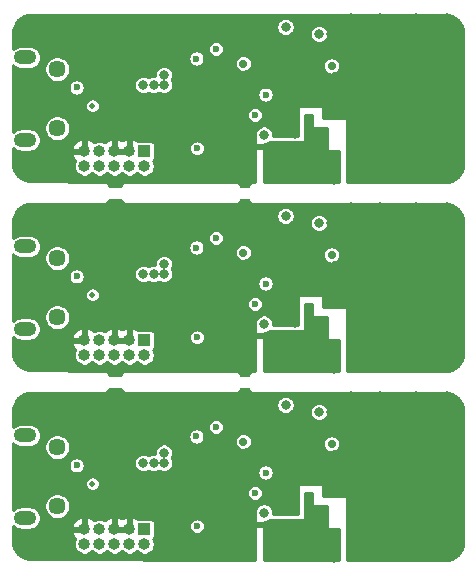
<source format=gbr>
G04 #@! TF.GenerationSoftware,KiCad,Pcbnew,(5.1.5)-3*
G04 #@! TF.CreationDate,2020-05-12T02:25:37+02:00*
G04 #@! TF.ProjectId,STRF,53545246-2e6b-4696-9361-645f70636258,rev?*
G04 #@! TF.SameCoordinates,Original*
G04 #@! TF.FileFunction,Copper,L2,Inr*
G04 #@! TF.FilePolarity,Positive*
%FSLAX46Y46*%
G04 Gerber Fmt 4.6, Leading zero omitted, Abs format (unit mm)*
G04 Created by KiCad (PCBNEW (5.1.5)-3) date 2020-05-12 02:25:37*
%MOMM*%
%LPD*%
G04 APERTURE LIST*
%ADD10C,1.450000*%
%ADD11O,1.900000X1.200000*%
%ADD12O,1.000000X1.000000*%
%ADD13R,1.000000X1.000000*%
%ADD14C,0.800000*%
%ADD15C,0.600000*%
%ADD16C,0.700000*%
%ADD17C,0.500000*%
%ADD18C,0.500000*%
%ADD19C,0.254000*%
G04 APERTURE END LIST*
D10*
X25412500Y-64000000D03*
X25412500Y-69000000D03*
D11*
X22712500Y-63000000D03*
X22712500Y-70000000D03*
D12*
X27720000Y-72220000D03*
X27720000Y-70950000D03*
X28990000Y-72220000D03*
X28990000Y-70950000D03*
X30260000Y-72220000D03*
X30260000Y-70950000D03*
X31530000Y-72220000D03*
X31530000Y-70950000D03*
X32800000Y-72220000D03*
D13*
X32800000Y-70950000D03*
D11*
X22712500Y-54000000D03*
X22712500Y-47000000D03*
D10*
X25412500Y-53000000D03*
X25412500Y-48000000D03*
D13*
X32800000Y-54950000D03*
D12*
X32800000Y-56220000D03*
X31530000Y-54950000D03*
X31530000Y-56220000D03*
X30260000Y-54950000D03*
X30260000Y-56220000D03*
X28990000Y-54950000D03*
X28990000Y-56220000D03*
X27720000Y-54950000D03*
X27720000Y-56220000D03*
X27720000Y-40220000D03*
X27720000Y-38950000D03*
X28990000Y-40220000D03*
X28990000Y-38950000D03*
X30260000Y-40220000D03*
X30260000Y-38950000D03*
X31530000Y-40220000D03*
X31530000Y-38950000D03*
X32800000Y-40220000D03*
D13*
X32800000Y-38950000D03*
D10*
X25412500Y-32000000D03*
X25412500Y-37000000D03*
D11*
X22712500Y-31000000D03*
X22712500Y-38000000D03*
D14*
X54300000Y-32025000D03*
D15*
X35715000Y-37485000D03*
D14*
X48625000Y-29025000D03*
X46300000Y-28425000D03*
X26325000Y-38500000D03*
X42725000Y-30875000D03*
X40975000Y-28925000D03*
X40975000Y-28000000D03*
X34350000Y-31425000D03*
X28000000Y-33350000D03*
X27075000Y-36200000D03*
X28100000Y-37200000D03*
X53250000Y-36900000D03*
X53250000Y-35900000D03*
X58200000Y-30400000D03*
X58200000Y-38600000D03*
X48850000Y-41350000D03*
X43600000Y-38600000D03*
X30600000Y-32975000D03*
X30600000Y-31475000D03*
D16*
X48900000Y-32600000D03*
D14*
X38225000Y-34475000D03*
X38200000Y-33475000D03*
X38200000Y-35475000D03*
X50250000Y-27700000D03*
X50250000Y-30200000D03*
X50250000Y-32500000D03*
X50250000Y-41300000D03*
X50250000Y-39075000D03*
X59500000Y-30000000D03*
X52750000Y-27700000D03*
X55750000Y-27700000D03*
X58400000Y-27700000D03*
X59500000Y-39000000D03*
X50250000Y-36900000D03*
D16*
X30350000Y-35100000D03*
D14*
X27075000Y-37200000D03*
X29100000Y-37200000D03*
D16*
X41500000Y-32375000D03*
D14*
X31900000Y-29600000D03*
X42000000Y-28000000D03*
X42000000Y-28925000D03*
X45550000Y-37450000D03*
X52750000Y-41300000D03*
X55750000Y-41300000D03*
X58400000Y-41300000D03*
X34350000Y-47425000D03*
X40975000Y-44000000D03*
X28000000Y-49350000D03*
X50250000Y-43700000D03*
X50250000Y-46200000D03*
X38200000Y-51475000D03*
X40975000Y-44925000D03*
X48850000Y-57350000D03*
X27075000Y-52200000D03*
X43600000Y-54600000D03*
X42725000Y-46875000D03*
X50250000Y-48500000D03*
X46300000Y-44425000D03*
X26325000Y-54500000D03*
X50250000Y-55075000D03*
X58200000Y-54600000D03*
X59500000Y-46000000D03*
X52750000Y-43700000D03*
X50250000Y-52900000D03*
D16*
X41500000Y-48375000D03*
X30350000Y-51100000D03*
D14*
X31900000Y-45600000D03*
X42000000Y-44925000D03*
X48625000Y-45025000D03*
X52750000Y-57300000D03*
X58400000Y-57300000D03*
X45550000Y-53450000D03*
X42000000Y-44000000D03*
X28100000Y-53200000D03*
X30600000Y-48975000D03*
X38200000Y-49475000D03*
X58400000Y-43700000D03*
X54300000Y-48025000D03*
X55750000Y-57300000D03*
X55750000Y-43700000D03*
X58200000Y-46400000D03*
X50250000Y-57300000D03*
X27075000Y-53200000D03*
X59500000Y-55000000D03*
X29100000Y-53200000D03*
X53250000Y-51900000D03*
X53250000Y-52900000D03*
X30600000Y-47475000D03*
D16*
X48900000Y-48600000D03*
D15*
X35715000Y-53485000D03*
D14*
X38225000Y-50475000D03*
X48850000Y-73350000D03*
X50250000Y-64500000D03*
X26325000Y-70500000D03*
X50250000Y-68900000D03*
X40975000Y-60000000D03*
X38200000Y-67475000D03*
X40975000Y-60925000D03*
X43600000Y-70600000D03*
X58200000Y-70600000D03*
X52750000Y-59700000D03*
X42725000Y-62875000D03*
X50250000Y-71075000D03*
X59500000Y-62000000D03*
X34350000Y-63425000D03*
X50250000Y-62200000D03*
X50250000Y-59700000D03*
X28000000Y-65350000D03*
X27075000Y-68200000D03*
X46300000Y-60425000D03*
D16*
X30350000Y-67100000D03*
D14*
X52750000Y-73300000D03*
X30600000Y-63475000D03*
X30600000Y-64975000D03*
X58400000Y-59700000D03*
X48625000Y-61025000D03*
X42000000Y-60000000D03*
X50250000Y-73300000D03*
X53250000Y-67900000D03*
X54300000Y-64025000D03*
X29100000Y-69200000D03*
X45550000Y-69450000D03*
D16*
X48900000Y-64600000D03*
D14*
X58200000Y-62400000D03*
D15*
X35715000Y-69485000D03*
D14*
X27075000Y-69200000D03*
X42000000Y-60925000D03*
X53250000Y-68900000D03*
X28100000Y-69200000D03*
X55750000Y-73300000D03*
X38225000Y-66475000D03*
X58400000Y-73300000D03*
X55750000Y-59700000D03*
X59500000Y-71000000D03*
D16*
X41500000Y-64375000D03*
D14*
X31900000Y-61600000D03*
X38200000Y-65475000D03*
D15*
X37250000Y-38700000D03*
X37200000Y-31100000D03*
D14*
X47575000Y-29025000D03*
D16*
X48650000Y-31725000D03*
D14*
X32700000Y-33350000D03*
X44750000Y-28425000D03*
X42925000Y-37550000D03*
X33575000Y-33350000D03*
X34450000Y-33350000D03*
X34450000Y-32475000D03*
D16*
X41175000Y-31525000D03*
D15*
X37250000Y-54700000D03*
X37200000Y-47100000D03*
D14*
X33575000Y-49350000D03*
X42925000Y-53550000D03*
X32700000Y-49350000D03*
D16*
X41175000Y-47525000D03*
D14*
X34450000Y-49350000D03*
X44750000Y-44425000D03*
D16*
X48650000Y-47725000D03*
D14*
X47575000Y-45025000D03*
X34450000Y-48475000D03*
D15*
X37250000Y-70700000D03*
D14*
X33575000Y-65350000D03*
X44750000Y-60425000D03*
D16*
X48650000Y-63725000D03*
D14*
X47575000Y-61025000D03*
X34450000Y-64475000D03*
D16*
X41175000Y-63525000D03*
D15*
X37200000Y-63100000D03*
D14*
X42925000Y-69550000D03*
X32700000Y-65350000D03*
X34450000Y-65350000D03*
D15*
X38866275Y-30282975D03*
X38866275Y-46282975D03*
X38866275Y-62282975D03*
D17*
X28400000Y-35100000D03*
D15*
X27050000Y-33550000D03*
D17*
X28400000Y-51100000D03*
D15*
X27050000Y-49550000D03*
D17*
X28400000Y-67100000D03*
D15*
X27050000Y-65550000D03*
X43050000Y-34150000D03*
X42145420Y-35871685D03*
X43050000Y-50150000D03*
X42145420Y-51871685D03*
X43050000Y-66150000D03*
X42145420Y-67871685D03*
D18*
X43600000Y-38600000D02*
X42000000Y-38600000D01*
X43600000Y-54600000D02*
X42000000Y-54600000D01*
X43600000Y-70600000D02*
X42000000Y-70600000D01*
D19*
G36*
X46948000Y-36825000D02*
G01*
X46950440Y-36849776D01*
X46957667Y-36873601D01*
X46969403Y-36895557D01*
X46985197Y-36914803D01*
X47004443Y-36930597D01*
X47026399Y-36942333D01*
X47050224Y-36949560D01*
X47075000Y-36952000D01*
X48273000Y-36952000D01*
X48273000Y-38800000D01*
X48275440Y-38824776D01*
X48282667Y-38848601D01*
X48294403Y-38870557D01*
X48310197Y-38889803D01*
X48329443Y-38905597D01*
X48351399Y-38917333D01*
X48375224Y-38924560D01*
X48400000Y-38927000D01*
X49273000Y-38927000D01*
X49273000Y-41566446D01*
X42927000Y-41546860D01*
X42927000Y-38331000D01*
X43001922Y-38331000D01*
X43152809Y-38300987D01*
X43294942Y-38242113D01*
X43392391Y-38177000D01*
X46225000Y-38177000D01*
X46249776Y-38174560D01*
X46273601Y-38167333D01*
X46295557Y-38155597D01*
X46314803Y-38139803D01*
X46330597Y-38120557D01*
X46342333Y-38098601D01*
X46349560Y-38074776D01*
X46352000Y-38050000D01*
X46352000Y-35877000D01*
X46948000Y-35877000D01*
X46948000Y-36825000D01*
G37*
X46948000Y-36825000D02*
X46950440Y-36849776D01*
X46957667Y-36873601D01*
X46969403Y-36895557D01*
X46985197Y-36914803D01*
X47004443Y-36930597D01*
X47026399Y-36942333D01*
X47050224Y-36949560D01*
X47075000Y-36952000D01*
X48273000Y-36952000D01*
X48273000Y-38800000D01*
X48275440Y-38824776D01*
X48282667Y-38848601D01*
X48294403Y-38870557D01*
X48310197Y-38889803D01*
X48329443Y-38905597D01*
X48351399Y-38917333D01*
X48375224Y-38924560D01*
X48400000Y-38927000D01*
X49273000Y-38927000D01*
X49273000Y-41566446D01*
X42927000Y-41546860D01*
X42927000Y-38331000D01*
X43001922Y-38331000D01*
X43152809Y-38300987D01*
X43294942Y-38242113D01*
X43392391Y-38177000D01*
X46225000Y-38177000D01*
X46249776Y-38174560D01*
X46273601Y-38167333D01*
X46295557Y-38155597D01*
X46314803Y-38139803D01*
X46330597Y-38120557D01*
X46342333Y-38098601D01*
X46349560Y-38074776D01*
X46352000Y-38050000D01*
X46352000Y-35877000D01*
X46948000Y-35877000D01*
X46948000Y-36825000D01*
G36*
X58509229Y-27438267D02*
G01*
X58806688Y-27528075D01*
X59081028Y-27673945D01*
X59321813Y-27870325D01*
X59519873Y-28109736D01*
X59667654Y-28383053D01*
X59759535Y-28679872D01*
X59794001Y-29007792D01*
X59794000Y-31619940D01*
X59794001Y-31619950D01*
X59794000Y-34480059D01*
X59794000Y-34480060D01*
X59794001Y-39980136D01*
X59761733Y-40309230D01*
X59671926Y-40606684D01*
X59526056Y-40881025D01*
X59329675Y-41121813D01*
X59090265Y-41319871D01*
X58816948Y-41467654D01*
X58520128Y-41559535D01*
X58192453Y-41593975D01*
X49927000Y-41568464D01*
X49927000Y-36250000D01*
X49924560Y-36225224D01*
X49917333Y-36201399D01*
X49905597Y-36179443D01*
X49889803Y-36160197D01*
X49870557Y-36144403D01*
X49848601Y-36132667D01*
X49824776Y-36125440D01*
X49800000Y-36123000D01*
X47877000Y-36123000D01*
X47877000Y-35250000D01*
X47874560Y-35225224D01*
X47867333Y-35201399D01*
X47855597Y-35179443D01*
X47839803Y-35160197D01*
X47820557Y-35144403D01*
X47798601Y-35132667D01*
X47774776Y-35125440D01*
X47750000Y-35123000D01*
X45900000Y-35123000D01*
X45875224Y-35125440D01*
X45851399Y-35132667D01*
X45829443Y-35144403D01*
X45810197Y-35160197D01*
X45794403Y-35179443D01*
X45782667Y-35201399D01*
X45775440Y-35225224D01*
X45773000Y-35250000D01*
X45773000Y-37673000D01*
X43696835Y-37673000D01*
X43706000Y-37626922D01*
X43706000Y-37473078D01*
X43675987Y-37322191D01*
X43617113Y-37180058D01*
X43531642Y-37052141D01*
X43422859Y-36943358D01*
X43294942Y-36857887D01*
X43152809Y-36799013D01*
X43001922Y-36769000D01*
X42848078Y-36769000D01*
X42697191Y-36799013D01*
X42555058Y-36857887D01*
X42427141Y-36943358D01*
X42318358Y-37052141D01*
X42232887Y-37180058D01*
X42174013Y-37322191D01*
X42144000Y-37473078D01*
X42144000Y-37626922D01*
X42174013Y-37777809D01*
X42198000Y-37835718D01*
X42198000Y-41544610D01*
X42020572Y-41544062D01*
X42000000Y-41542036D01*
X41960601Y-41545917D01*
X41921646Y-41549632D01*
X41921044Y-41549813D01*
X41920410Y-41549875D01*
X41882557Y-41561358D01*
X41845044Y-41572610D01*
X41844487Y-41572906D01*
X41843879Y-41573090D01*
X41808909Y-41591782D01*
X41774396Y-41610093D01*
X41773911Y-41610489D01*
X41773347Y-41610790D01*
X41742635Y-41635995D01*
X41712418Y-41660638D01*
X41712018Y-41661122D01*
X41711526Y-41661526D01*
X41686413Y-41692127D01*
X41661492Y-41722302D01*
X41661193Y-41722856D01*
X41660790Y-41723348D01*
X41642177Y-41758171D01*
X41623574Y-41792717D01*
X41623389Y-41793321D01*
X41623090Y-41793880D01*
X41611640Y-41831627D01*
X41600123Y-41869176D01*
X41600059Y-41869804D01*
X41599875Y-41870411D01*
X41599705Y-41872138D01*
X40950359Y-41871367D01*
X40950151Y-41870671D01*
X40950125Y-41870410D01*
X40945756Y-41856008D01*
X40927429Y-41794854D01*
X40889965Y-41724197D01*
X40839436Y-41662207D01*
X40777785Y-41611264D01*
X40707379Y-41573329D01*
X40630926Y-41549858D01*
X40571297Y-41543783D01*
X40567612Y-41543771D01*
X40550000Y-41542036D01*
X40533544Y-41543657D01*
X31220622Y-41512522D01*
X31200000Y-41510491D01*
X31160718Y-41514360D01*
X31121749Y-41518067D01*
X31121097Y-41518262D01*
X31120411Y-41518330D01*
X31082612Y-41529796D01*
X31045140Y-41541026D01*
X31044537Y-41541346D01*
X31043880Y-41541545D01*
X31009094Y-41560138D01*
X30974483Y-41578490D01*
X30973954Y-41578921D01*
X30973348Y-41579245D01*
X30942836Y-41604286D01*
X30912493Y-41629019D01*
X30912059Y-41629545D01*
X30911527Y-41629981D01*
X30886546Y-41660420D01*
X30861550Y-41690670D01*
X30861225Y-41691273D01*
X30860791Y-41691802D01*
X30842270Y-41726452D01*
X30823615Y-41761075D01*
X30823414Y-41761730D01*
X30823091Y-41762334D01*
X30811690Y-41799920D01*
X30800144Y-41837528D01*
X30800074Y-41838211D01*
X30799876Y-41838865D01*
X30797862Y-41859310D01*
X29802114Y-41858127D01*
X29800300Y-41839153D01*
X29800130Y-41838586D01*
X29800071Y-41837989D01*
X29788567Y-41800070D01*
X29777304Y-41762556D01*
X29777026Y-41762032D01*
X29776852Y-41761459D01*
X29758197Y-41726562D01*
X29739806Y-41691916D01*
X29739431Y-41691456D01*
X29739149Y-41690929D01*
X29714146Y-41660467D01*
X29689248Y-41629950D01*
X29688787Y-41629570D01*
X29688410Y-41629110D01*
X29657998Y-41604153D01*
X29627572Y-41579037D01*
X29627047Y-41578754D01*
X29626587Y-41578377D01*
X29591778Y-41559773D01*
X29557148Y-41541136D01*
X29556581Y-41540962D01*
X29556053Y-41540680D01*
X29518260Y-41529218D01*
X29480684Y-41517702D01*
X29480091Y-41517642D01*
X29479521Y-41517469D01*
X29440446Y-41513622D01*
X29421052Y-41511656D01*
X29420454Y-41511654D01*
X29399932Y-41509634D01*
X29380585Y-41511540D01*
X23270437Y-41494057D01*
X22940770Y-41461733D01*
X22643316Y-41371926D01*
X22368975Y-41226056D01*
X22128187Y-41029675D01*
X21930129Y-40790265D01*
X21782346Y-40516948D01*
X21690465Y-40220128D01*
X21656000Y-39892218D01*
X21656000Y-39251876D01*
X26625874Y-39251876D01*
X26705790Y-39459529D01*
X26824682Y-39647601D01*
X26952824Y-39782402D01*
X26939268Y-39802690D01*
X26872856Y-39963022D01*
X26839000Y-40133229D01*
X26839000Y-40306771D01*
X26872856Y-40476978D01*
X26939268Y-40637310D01*
X27035682Y-40781605D01*
X27158395Y-40904318D01*
X27302690Y-41000732D01*
X27463022Y-41067144D01*
X27633229Y-41101000D01*
X27806771Y-41101000D01*
X27976978Y-41067144D01*
X28137310Y-41000732D01*
X28281605Y-40904318D01*
X28355000Y-40830923D01*
X28428395Y-40904318D01*
X28572690Y-41000732D01*
X28733022Y-41067144D01*
X28903229Y-41101000D01*
X29076771Y-41101000D01*
X29246978Y-41067144D01*
X29407310Y-41000732D01*
X29551605Y-40904318D01*
X29625000Y-40830923D01*
X29698395Y-40904318D01*
X29842690Y-41000732D01*
X30003022Y-41067144D01*
X30173229Y-41101000D01*
X30346771Y-41101000D01*
X30516978Y-41067144D01*
X30677310Y-41000732D01*
X30821605Y-40904318D01*
X30895000Y-40830923D01*
X30968395Y-40904318D01*
X31112690Y-41000732D01*
X31273022Y-41067144D01*
X31443229Y-41101000D01*
X31616771Y-41101000D01*
X31786978Y-41067144D01*
X31947310Y-41000732D01*
X32091605Y-40904318D01*
X32165000Y-40830923D01*
X32238395Y-40904318D01*
X32382690Y-41000732D01*
X32543022Y-41067144D01*
X32713229Y-41101000D01*
X32886771Y-41101000D01*
X33056978Y-41067144D01*
X33217310Y-41000732D01*
X33361605Y-40904318D01*
X33484318Y-40781605D01*
X33580732Y-40637310D01*
X33647144Y-40476978D01*
X33681000Y-40306771D01*
X33681000Y-40133229D01*
X33647144Y-39963022D01*
X33580732Y-39802690D01*
X33541806Y-39744432D01*
X33570711Y-39720711D01*
X33618322Y-39662696D01*
X33653701Y-39596508D01*
X33675487Y-39524689D01*
X33682843Y-39450000D01*
X33682843Y-38632927D01*
X36569000Y-38632927D01*
X36569000Y-38767073D01*
X36595171Y-38898640D01*
X36646506Y-39022574D01*
X36721033Y-39134112D01*
X36815888Y-39228967D01*
X36927426Y-39303494D01*
X37051360Y-39354829D01*
X37182927Y-39381000D01*
X37317073Y-39381000D01*
X37448640Y-39354829D01*
X37572574Y-39303494D01*
X37684112Y-39228967D01*
X37778967Y-39134112D01*
X37853494Y-39022574D01*
X37904829Y-38898640D01*
X37931000Y-38767073D01*
X37931000Y-38632927D01*
X37904829Y-38501360D01*
X37853494Y-38377426D01*
X37778967Y-38265888D01*
X37684112Y-38171033D01*
X37572574Y-38096506D01*
X37448640Y-38045171D01*
X37317073Y-38019000D01*
X37182927Y-38019000D01*
X37051360Y-38045171D01*
X36927426Y-38096506D01*
X36815888Y-38171033D01*
X36721033Y-38265888D01*
X36646506Y-38377426D01*
X36595171Y-38501360D01*
X36569000Y-38632927D01*
X33682843Y-38632927D01*
X33682843Y-38450000D01*
X33675487Y-38375311D01*
X33653701Y-38303492D01*
X33618322Y-38237304D01*
X33570711Y-38179289D01*
X33512696Y-38131678D01*
X33446508Y-38096299D01*
X33374689Y-38074513D01*
X33300000Y-38067157D01*
X32300000Y-38067157D01*
X32245622Y-38072513D01*
X32090206Y-37962877D01*
X31886864Y-37872554D01*
X31831874Y-37855881D01*
X31657000Y-37982046D01*
X31657000Y-38823000D01*
X31677000Y-38823000D01*
X31677000Y-39077000D01*
X31657000Y-39077000D01*
X31657000Y-39097000D01*
X31403000Y-39097000D01*
X31403000Y-39077000D01*
X30387000Y-39077000D01*
X30387000Y-39097000D01*
X30133000Y-39097000D01*
X30133000Y-39077000D01*
X30113000Y-39077000D01*
X30113000Y-38823000D01*
X30133000Y-38823000D01*
X30133000Y-37982046D01*
X30387000Y-37982046D01*
X30387000Y-38823000D01*
X31403000Y-38823000D01*
X31403000Y-37982046D01*
X31228126Y-37855881D01*
X31173136Y-37872554D01*
X30969794Y-37962877D01*
X30895000Y-38015639D01*
X30820206Y-37962877D01*
X30616864Y-37872554D01*
X30561874Y-37855881D01*
X30387000Y-37982046D01*
X30133000Y-37982046D01*
X29958126Y-37855881D01*
X29903136Y-37872554D01*
X29699794Y-37962877D01*
X29517980Y-38091135D01*
X29429569Y-38184141D01*
X29407310Y-38169268D01*
X29246978Y-38102856D01*
X29076771Y-38069000D01*
X28903229Y-38069000D01*
X28733022Y-38102856D01*
X28572690Y-38169268D01*
X28550431Y-38184141D01*
X28462020Y-38091135D01*
X28280206Y-37962877D01*
X28076864Y-37872554D01*
X28021874Y-37855881D01*
X27847000Y-37982046D01*
X27847000Y-38823000D01*
X27867000Y-38823000D01*
X27867000Y-39077000D01*
X27847000Y-39077000D01*
X27847000Y-39097000D01*
X27593000Y-39097000D01*
X27593000Y-39077000D01*
X26750871Y-39077000D01*
X26625874Y-39251876D01*
X21656000Y-39251876D01*
X21656000Y-38685486D01*
X21665472Y-38697028D01*
X21814849Y-38819618D01*
X21985271Y-38910711D01*
X22170190Y-38966805D01*
X22314313Y-38981000D01*
X23110687Y-38981000D01*
X23254810Y-38966805D01*
X23439729Y-38910711D01*
X23610151Y-38819618D01*
X23759528Y-38697028D01*
X23799662Y-38648124D01*
X26625874Y-38648124D01*
X26750871Y-38823000D01*
X27593000Y-38823000D01*
X27593000Y-37982046D01*
X27418126Y-37855881D01*
X27363136Y-37872554D01*
X27159794Y-37962877D01*
X26977980Y-38091135D01*
X26824682Y-38252399D01*
X26705790Y-38440471D01*
X26625874Y-38648124D01*
X23799662Y-38648124D01*
X23882118Y-38547651D01*
X23973211Y-38377229D01*
X24029305Y-38192310D01*
X24048246Y-38000000D01*
X24029305Y-37807690D01*
X23973211Y-37622771D01*
X23882118Y-37452349D01*
X23759528Y-37302972D01*
X23610151Y-37180382D01*
X23439729Y-37089289D01*
X23254810Y-37033195D01*
X23110687Y-37019000D01*
X22314313Y-37019000D01*
X22170190Y-37033195D01*
X21985271Y-37089289D01*
X21814849Y-37180382D01*
X21665472Y-37302972D01*
X21656000Y-37314514D01*
X21656000Y-36891069D01*
X24306500Y-36891069D01*
X24306500Y-37108931D01*
X24349003Y-37322608D01*
X24432376Y-37523887D01*
X24553414Y-37705034D01*
X24707466Y-37859086D01*
X24888613Y-37980124D01*
X25089892Y-38063497D01*
X25303569Y-38106000D01*
X25521431Y-38106000D01*
X25735108Y-38063497D01*
X25936387Y-37980124D01*
X26117534Y-37859086D01*
X26271586Y-37705034D01*
X26392624Y-37523887D01*
X26475997Y-37322608D01*
X26518500Y-37108931D01*
X26518500Y-36891069D01*
X26475997Y-36677392D01*
X26392624Y-36476113D01*
X26271586Y-36294966D01*
X26117534Y-36140914D01*
X25936387Y-36019876D01*
X25735108Y-35936503D01*
X25521431Y-35894000D01*
X25303569Y-35894000D01*
X25089892Y-35936503D01*
X24888613Y-36019876D01*
X24707466Y-36140914D01*
X24553414Y-36294966D01*
X24432376Y-36476113D01*
X24349003Y-36677392D01*
X24306500Y-36891069D01*
X21656000Y-36891069D01*
X21656000Y-35804612D01*
X41464420Y-35804612D01*
X41464420Y-35938758D01*
X41490591Y-36070325D01*
X41541926Y-36194259D01*
X41616453Y-36305797D01*
X41711308Y-36400652D01*
X41822846Y-36475179D01*
X41946780Y-36526514D01*
X42078347Y-36552685D01*
X42212493Y-36552685D01*
X42344060Y-36526514D01*
X42467994Y-36475179D01*
X42579532Y-36400652D01*
X42674387Y-36305797D01*
X42748914Y-36194259D01*
X42800249Y-36070325D01*
X42826420Y-35938758D01*
X42826420Y-35804612D01*
X42800249Y-35673045D01*
X42748914Y-35549111D01*
X42674387Y-35437573D01*
X42579532Y-35342718D01*
X42467994Y-35268191D01*
X42344060Y-35216856D01*
X42212493Y-35190685D01*
X42078347Y-35190685D01*
X41946780Y-35216856D01*
X41822846Y-35268191D01*
X41711308Y-35342718D01*
X41616453Y-35437573D01*
X41541926Y-35549111D01*
X41490591Y-35673045D01*
X41464420Y-35804612D01*
X21656000Y-35804612D01*
X21656000Y-35037852D01*
X27769000Y-35037852D01*
X27769000Y-35162148D01*
X27793249Y-35284056D01*
X27840815Y-35398891D01*
X27909870Y-35502239D01*
X27997761Y-35590130D01*
X28101109Y-35659185D01*
X28215944Y-35706751D01*
X28337852Y-35731000D01*
X28462148Y-35731000D01*
X28584056Y-35706751D01*
X28698891Y-35659185D01*
X28802239Y-35590130D01*
X28890130Y-35502239D01*
X28959185Y-35398891D01*
X29006751Y-35284056D01*
X29031000Y-35162148D01*
X29031000Y-35037852D01*
X29006751Y-34915944D01*
X28959185Y-34801109D01*
X28890130Y-34697761D01*
X28802239Y-34609870D01*
X28698891Y-34540815D01*
X28584056Y-34493249D01*
X28462148Y-34469000D01*
X28337852Y-34469000D01*
X28215944Y-34493249D01*
X28101109Y-34540815D01*
X27997761Y-34609870D01*
X27909870Y-34697761D01*
X27840815Y-34801109D01*
X27793249Y-34915944D01*
X27769000Y-35037852D01*
X21656000Y-35037852D01*
X21656000Y-33482927D01*
X26369000Y-33482927D01*
X26369000Y-33617073D01*
X26395171Y-33748640D01*
X26446506Y-33872574D01*
X26521033Y-33984112D01*
X26615888Y-34078967D01*
X26727426Y-34153494D01*
X26851360Y-34204829D01*
X26982927Y-34231000D01*
X27117073Y-34231000D01*
X27248640Y-34204829D01*
X27372574Y-34153494D01*
X27484112Y-34078967D01*
X27578967Y-33984112D01*
X27653494Y-33872574D01*
X27704829Y-33748640D01*
X27731000Y-33617073D01*
X27731000Y-33482927D01*
X27704829Y-33351360D01*
X27672404Y-33273078D01*
X31919000Y-33273078D01*
X31919000Y-33426922D01*
X31949013Y-33577809D01*
X32007887Y-33719942D01*
X32093358Y-33847859D01*
X32202141Y-33956642D01*
X32330058Y-34042113D01*
X32472191Y-34100987D01*
X32623078Y-34131000D01*
X32776922Y-34131000D01*
X32927809Y-34100987D01*
X33069942Y-34042113D01*
X33137500Y-33996972D01*
X33205058Y-34042113D01*
X33347191Y-34100987D01*
X33498078Y-34131000D01*
X33651922Y-34131000D01*
X33802809Y-34100987D01*
X33944942Y-34042113D01*
X34012500Y-33996972D01*
X34080058Y-34042113D01*
X34222191Y-34100987D01*
X34373078Y-34131000D01*
X34526922Y-34131000D01*
X34677809Y-34100987D01*
X34721409Y-34082927D01*
X42369000Y-34082927D01*
X42369000Y-34217073D01*
X42395171Y-34348640D01*
X42446506Y-34472574D01*
X42521033Y-34584112D01*
X42615888Y-34678967D01*
X42727426Y-34753494D01*
X42851360Y-34804829D01*
X42982927Y-34831000D01*
X43117073Y-34831000D01*
X43248640Y-34804829D01*
X43372574Y-34753494D01*
X43484112Y-34678967D01*
X43578967Y-34584112D01*
X43653494Y-34472574D01*
X43704829Y-34348640D01*
X43731000Y-34217073D01*
X43731000Y-34082927D01*
X43704829Y-33951360D01*
X43653494Y-33827426D01*
X43578967Y-33715888D01*
X43484112Y-33621033D01*
X43372574Y-33546506D01*
X43248640Y-33495171D01*
X43117073Y-33469000D01*
X42982927Y-33469000D01*
X42851360Y-33495171D01*
X42727426Y-33546506D01*
X42615888Y-33621033D01*
X42521033Y-33715888D01*
X42446506Y-33827426D01*
X42395171Y-33951360D01*
X42369000Y-34082927D01*
X34721409Y-34082927D01*
X34819942Y-34042113D01*
X34947859Y-33956642D01*
X35056642Y-33847859D01*
X35142113Y-33719942D01*
X35200987Y-33577809D01*
X35231000Y-33426922D01*
X35231000Y-33273078D01*
X35200987Y-33122191D01*
X35142113Y-32980058D01*
X35096972Y-32912500D01*
X35142113Y-32844942D01*
X35200987Y-32702809D01*
X35231000Y-32551922D01*
X35231000Y-32398078D01*
X35200987Y-32247191D01*
X35142113Y-32105058D01*
X35056642Y-31977141D01*
X34947859Y-31868358D01*
X34819942Y-31782887D01*
X34677809Y-31724013D01*
X34526922Y-31694000D01*
X34373078Y-31694000D01*
X34222191Y-31724013D01*
X34080058Y-31782887D01*
X33952141Y-31868358D01*
X33843358Y-31977141D01*
X33757887Y-32105058D01*
X33699013Y-32247191D01*
X33669000Y-32398078D01*
X33669000Y-32551922D01*
X33673240Y-32573240D01*
X33651922Y-32569000D01*
X33498078Y-32569000D01*
X33347191Y-32599013D01*
X33205058Y-32657887D01*
X33137500Y-32703028D01*
X33069942Y-32657887D01*
X32927809Y-32599013D01*
X32776922Y-32569000D01*
X32623078Y-32569000D01*
X32472191Y-32599013D01*
X32330058Y-32657887D01*
X32202141Y-32743358D01*
X32093358Y-32852141D01*
X32007887Y-32980058D01*
X31949013Y-33122191D01*
X31919000Y-33273078D01*
X27672404Y-33273078D01*
X27653494Y-33227426D01*
X27578967Y-33115888D01*
X27484112Y-33021033D01*
X27372574Y-32946506D01*
X27248640Y-32895171D01*
X27117073Y-32869000D01*
X26982927Y-32869000D01*
X26851360Y-32895171D01*
X26727426Y-32946506D01*
X26615888Y-33021033D01*
X26521033Y-33115888D01*
X26446506Y-33227426D01*
X26395171Y-33351360D01*
X26369000Y-33482927D01*
X21656000Y-33482927D01*
X21656000Y-31685486D01*
X21665472Y-31697028D01*
X21814849Y-31819618D01*
X21985271Y-31910711D01*
X22170190Y-31966805D01*
X22314313Y-31981000D01*
X23110687Y-31981000D01*
X23254810Y-31966805D01*
X23439729Y-31910711D01*
X23476476Y-31891069D01*
X24306500Y-31891069D01*
X24306500Y-32108931D01*
X24349003Y-32322608D01*
X24432376Y-32523887D01*
X24553414Y-32705034D01*
X24707466Y-32859086D01*
X24888613Y-32980124D01*
X25089892Y-33063497D01*
X25303569Y-33106000D01*
X25521431Y-33106000D01*
X25735108Y-33063497D01*
X25936387Y-32980124D01*
X26117534Y-32859086D01*
X26271586Y-32705034D01*
X26392624Y-32523887D01*
X26475997Y-32322608D01*
X26518500Y-32108931D01*
X26518500Y-31891069D01*
X26475997Y-31677392D01*
X26392624Y-31476113D01*
X26271586Y-31294966D01*
X26117534Y-31140914D01*
X25955920Y-31032927D01*
X36519000Y-31032927D01*
X36519000Y-31167073D01*
X36545171Y-31298640D01*
X36596506Y-31422574D01*
X36671033Y-31534112D01*
X36765888Y-31628967D01*
X36877426Y-31703494D01*
X37001360Y-31754829D01*
X37132927Y-31781000D01*
X37267073Y-31781000D01*
X37398640Y-31754829D01*
X37522574Y-31703494D01*
X37634112Y-31628967D01*
X37728967Y-31534112D01*
X37783162Y-31453003D01*
X40444000Y-31453003D01*
X40444000Y-31596997D01*
X40472092Y-31738225D01*
X40527196Y-31871258D01*
X40607195Y-31990985D01*
X40709015Y-32092805D01*
X40828742Y-32172804D01*
X40961775Y-32227908D01*
X41103003Y-32256000D01*
X41246997Y-32256000D01*
X41388225Y-32227908D01*
X41521258Y-32172804D01*
X41640985Y-32092805D01*
X41742805Y-31990985D01*
X41822804Y-31871258D01*
X41877908Y-31738225D01*
X41894859Y-31653003D01*
X47919000Y-31653003D01*
X47919000Y-31796997D01*
X47947092Y-31938225D01*
X48002196Y-32071258D01*
X48082195Y-32190985D01*
X48184015Y-32292805D01*
X48303742Y-32372804D01*
X48436775Y-32427908D01*
X48578003Y-32456000D01*
X48721997Y-32456000D01*
X48863225Y-32427908D01*
X48996258Y-32372804D01*
X49115985Y-32292805D01*
X49217805Y-32190985D01*
X49297804Y-32071258D01*
X49352908Y-31938225D01*
X49381000Y-31796997D01*
X49381000Y-31653003D01*
X49352908Y-31511775D01*
X49297804Y-31378742D01*
X49217805Y-31259015D01*
X49115985Y-31157195D01*
X48996258Y-31077196D01*
X48863225Y-31022092D01*
X48721997Y-30994000D01*
X48578003Y-30994000D01*
X48436775Y-31022092D01*
X48303742Y-31077196D01*
X48184015Y-31157195D01*
X48082195Y-31259015D01*
X48002196Y-31378742D01*
X47947092Y-31511775D01*
X47919000Y-31653003D01*
X41894859Y-31653003D01*
X41906000Y-31596997D01*
X41906000Y-31453003D01*
X41877908Y-31311775D01*
X41822804Y-31178742D01*
X41742805Y-31059015D01*
X41640985Y-30957195D01*
X41521258Y-30877196D01*
X41388225Y-30822092D01*
X41246997Y-30794000D01*
X41103003Y-30794000D01*
X40961775Y-30822092D01*
X40828742Y-30877196D01*
X40709015Y-30957195D01*
X40607195Y-31059015D01*
X40527196Y-31178742D01*
X40472092Y-31311775D01*
X40444000Y-31453003D01*
X37783162Y-31453003D01*
X37803494Y-31422574D01*
X37854829Y-31298640D01*
X37881000Y-31167073D01*
X37881000Y-31032927D01*
X37854829Y-30901360D01*
X37803494Y-30777426D01*
X37728967Y-30665888D01*
X37634112Y-30571033D01*
X37522574Y-30496506D01*
X37398640Y-30445171D01*
X37267073Y-30419000D01*
X37132927Y-30419000D01*
X37001360Y-30445171D01*
X36877426Y-30496506D01*
X36765888Y-30571033D01*
X36671033Y-30665888D01*
X36596506Y-30777426D01*
X36545171Y-30901360D01*
X36519000Y-31032927D01*
X25955920Y-31032927D01*
X25936387Y-31019876D01*
X25735108Y-30936503D01*
X25521431Y-30894000D01*
X25303569Y-30894000D01*
X25089892Y-30936503D01*
X24888613Y-31019876D01*
X24707466Y-31140914D01*
X24553414Y-31294966D01*
X24432376Y-31476113D01*
X24349003Y-31677392D01*
X24306500Y-31891069D01*
X23476476Y-31891069D01*
X23610151Y-31819618D01*
X23759528Y-31697028D01*
X23882118Y-31547651D01*
X23973211Y-31377229D01*
X24029305Y-31192310D01*
X24048246Y-31000000D01*
X24029305Y-30807690D01*
X23973211Y-30622771D01*
X23882118Y-30452349D01*
X23759528Y-30302972D01*
X23653433Y-30215902D01*
X38185275Y-30215902D01*
X38185275Y-30350048D01*
X38211446Y-30481615D01*
X38262781Y-30605549D01*
X38337308Y-30717087D01*
X38432163Y-30811942D01*
X38543701Y-30886469D01*
X38667635Y-30937804D01*
X38799202Y-30963975D01*
X38933348Y-30963975D01*
X39064915Y-30937804D01*
X39188849Y-30886469D01*
X39300387Y-30811942D01*
X39395242Y-30717087D01*
X39469769Y-30605549D01*
X39521104Y-30481615D01*
X39547275Y-30350048D01*
X39547275Y-30215902D01*
X39521104Y-30084335D01*
X39469769Y-29960401D01*
X39395242Y-29848863D01*
X39300387Y-29754008D01*
X39188849Y-29679481D01*
X39064915Y-29628146D01*
X38933348Y-29601975D01*
X38799202Y-29601975D01*
X38667635Y-29628146D01*
X38543701Y-29679481D01*
X38432163Y-29754008D01*
X38337308Y-29848863D01*
X38262781Y-29960401D01*
X38211446Y-30084335D01*
X38185275Y-30215902D01*
X23653433Y-30215902D01*
X23610151Y-30180382D01*
X23439729Y-30089289D01*
X23254810Y-30033195D01*
X23110687Y-30019000D01*
X22314313Y-30019000D01*
X22170190Y-30033195D01*
X21985271Y-30089289D01*
X21814849Y-30180382D01*
X21665472Y-30302972D01*
X21656000Y-30314514D01*
X21656000Y-29019854D01*
X21688267Y-28690771D01*
X21778075Y-28393312D01*
X21802126Y-28348078D01*
X43969000Y-28348078D01*
X43969000Y-28501922D01*
X43999013Y-28652809D01*
X44057887Y-28794942D01*
X44143358Y-28922859D01*
X44252141Y-29031642D01*
X44380058Y-29117113D01*
X44522191Y-29175987D01*
X44673078Y-29206000D01*
X44826922Y-29206000D01*
X44977809Y-29175987D01*
X45119942Y-29117113D01*
X45247859Y-29031642D01*
X45331423Y-28948078D01*
X46794000Y-28948078D01*
X46794000Y-29101922D01*
X46824013Y-29252809D01*
X46882887Y-29394942D01*
X46968358Y-29522859D01*
X47077141Y-29631642D01*
X47205058Y-29717113D01*
X47347191Y-29775987D01*
X47498078Y-29806000D01*
X47651922Y-29806000D01*
X47802809Y-29775987D01*
X47944942Y-29717113D01*
X48072859Y-29631642D01*
X48181642Y-29522859D01*
X48267113Y-29394942D01*
X48325987Y-29252809D01*
X48356000Y-29101922D01*
X48356000Y-28948078D01*
X48325987Y-28797191D01*
X48267113Y-28655058D01*
X48181642Y-28527141D01*
X48072859Y-28418358D01*
X47944942Y-28332887D01*
X47802809Y-28274013D01*
X47651922Y-28244000D01*
X47498078Y-28244000D01*
X47347191Y-28274013D01*
X47205058Y-28332887D01*
X47077141Y-28418358D01*
X46968358Y-28527141D01*
X46882887Y-28655058D01*
X46824013Y-28797191D01*
X46794000Y-28948078D01*
X45331423Y-28948078D01*
X45356642Y-28922859D01*
X45442113Y-28794942D01*
X45500987Y-28652809D01*
X45531000Y-28501922D01*
X45531000Y-28348078D01*
X45500987Y-28197191D01*
X45442113Y-28055058D01*
X45356642Y-27927141D01*
X45247859Y-27818358D01*
X45119942Y-27732887D01*
X44977809Y-27674013D01*
X44826922Y-27644000D01*
X44673078Y-27644000D01*
X44522191Y-27674013D01*
X44380058Y-27732887D01*
X44252141Y-27818358D01*
X44143358Y-27927141D01*
X44057887Y-28055058D01*
X43999013Y-28197191D01*
X43969000Y-28348078D01*
X21802126Y-28348078D01*
X21923945Y-28118972D01*
X22120325Y-27878187D01*
X22359736Y-27680127D01*
X22633053Y-27532346D01*
X22929872Y-27440465D01*
X23257782Y-27406000D01*
X58180146Y-27406000D01*
X58509229Y-27438267D01*
G37*
X58509229Y-27438267D02*
X58806688Y-27528075D01*
X59081028Y-27673945D01*
X59321813Y-27870325D01*
X59519873Y-28109736D01*
X59667654Y-28383053D01*
X59759535Y-28679872D01*
X59794001Y-29007792D01*
X59794000Y-31619940D01*
X59794001Y-31619950D01*
X59794000Y-34480059D01*
X59794000Y-34480060D01*
X59794001Y-39980136D01*
X59761733Y-40309230D01*
X59671926Y-40606684D01*
X59526056Y-40881025D01*
X59329675Y-41121813D01*
X59090265Y-41319871D01*
X58816948Y-41467654D01*
X58520128Y-41559535D01*
X58192453Y-41593975D01*
X49927000Y-41568464D01*
X49927000Y-36250000D01*
X49924560Y-36225224D01*
X49917333Y-36201399D01*
X49905597Y-36179443D01*
X49889803Y-36160197D01*
X49870557Y-36144403D01*
X49848601Y-36132667D01*
X49824776Y-36125440D01*
X49800000Y-36123000D01*
X47877000Y-36123000D01*
X47877000Y-35250000D01*
X47874560Y-35225224D01*
X47867333Y-35201399D01*
X47855597Y-35179443D01*
X47839803Y-35160197D01*
X47820557Y-35144403D01*
X47798601Y-35132667D01*
X47774776Y-35125440D01*
X47750000Y-35123000D01*
X45900000Y-35123000D01*
X45875224Y-35125440D01*
X45851399Y-35132667D01*
X45829443Y-35144403D01*
X45810197Y-35160197D01*
X45794403Y-35179443D01*
X45782667Y-35201399D01*
X45775440Y-35225224D01*
X45773000Y-35250000D01*
X45773000Y-37673000D01*
X43696835Y-37673000D01*
X43706000Y-37626922D01*
X43706000Y-37473078D01*
X43675987Y-37322191D01*
X43617113Y-37180058D01*
X43531642Y-37052141D01*
X43422859Y-36943358D01*
X43294942Y-36857887D01*
X43152809Y-36799013D01*
X43001922Y-36769000D01*
X42848078Y-36769000D01*
X42697191Y-36799013D01*
X42555058Y-36857887D01*
X42427141Y-36943358D01*
X42318358Y-37052141D01*
X42232887Y-37180058D01*
X42174013Y-37322191D01*
X42144000Y-37473078D01*
X42144000Y-37626922D01*
X42174013Y-37777809D01*
X42198000Y-37835718D01*
X42198000Y-41544610D01*
X42020572Y-41544062D01*
X42000000Y-41542036D01*
X41960601Y-41545917D01*
X41921646Y-41549632D01*
X41921044Y-41549813D01*
X41920410Y-41549875D01*
X41882557Y-41561358D01*
X41845044Y-41572610D01*
X41844487Y-41572906D01*
X41843879Y-41573090D01*
X41808909Y-41591782D01*
X41774396Y-41610093D01*
X41773911Y-41610489D01*
X41773347Y-41610790D01*
X41742635Y-41635995D01*
X41712418Y-41660638D01*
X41712018Y-41661122D01*
X41711526Y-41661526D01*
X41686413Y-41692127D01*
X41661492Y-41722302D01*
X41661193Y-41722856D01*
X41660790Y-41723348D01*
X41642177Y-41758171D01*
X41623574Y-41792717D01*
X41623389Y-41793321D01*
X41623090Y-41793880D01*
X41611640Y-41831627D01*
X41600123Y-41869176D01*
X41600059Y-41869804D01*
X41599875Y-41870411D01*
X41599705Y-41872138D01*
X40950359Y-41871367D01*
X40950151Y-41870671D01*
X40950125Y-41870410D01*
X40945756Y-41856008D01*
X40927429Y-41794854D01*
X40889965Y-41724197D01*
X40839436Y-41662207D01*
X40777785Y-41611264D01*
X40707379Y-41573329D01*
X40630926Y-41549858D01*
X40571297Y-41543783D01*
X40567612Y-41543771D01*
X40550000Y-41542036D01*
X40533544Y-41543657D01*
X31220622Y-41512522D01*
X31200000Y-41510491D01*
X31160718Y-41514360D01*
X31121749Y-41518067D01*
X31121097Y-41518262D01*
X31120411Y-41518330D01*
X31082612Y-41529796D01*
X31045140Y-41541026D01*
X31044537Y-41541346D01*
X31043880Y-41541545D01*
X31009094Y-41560138D01*
X30974483Y-41578490D01*
X30973954Y-41578921D01*
X30973348Y-41579245D01*
X30942836Y-41604286D01*
X30912493Y-41629019D01*
X30912059Y-41629545D01*
X30911527Y-41629981D01*
X30886546Y-41660420D01*
X30861550Y-41690670D01*
X30861225Y-41691273D01*
X30860791Y-41691802D01*
X30842270Y-41726452D01*
X30823615Y-41761075D01*
X30823414Y-41761730D01*
X30823091Y-41762334D01*
X30811690Y-41799920D01*
X30800144Y-41837528D01*
X30800074Y-41838211D01*
X30799876Y-41838865D01*
X30797862Y-41859310D01*
X29802114Y-41858127D01*
X29800300Y-41839153D01*
X29800130Y-41838586D01*
X29800071Y-41837989D01*
X29788567Y-41800070D01*
X29777304Y-41762556D01*
X29777026Y-41762032D01*
X29776852Y-41761459D01*
X29758197Y-41726562D01*
X29739806Y-41691916D01*
X29739431Y-41691456D01*
X29739149Y-41690929D01*
X29714146Y-41660467D01*
X29689248Y-41629950D01*
X29688787Y-41629570D01*
X29688410Y-41629110D01*
X29657998Y-41604153D01*
X29627572Y-41579037D01*
X29627047Y-41578754D01*
X29626587Y-41578377D01*
X29591778Y-41559773D01*
X29557148Y-41541136D01*
X29556581Y-41540962D01*
X29556053Y-41540680D01*
X29518260Y-41529218D01*
X29480684Y-41517702D01*
X29480091Y-41517642D01*
X29479521Y-41517469D01*
X29440446Y-41513622D01*
X29421052Y-41511656D01*
X29420454Y-41511654D01*
X29399932Y-41509634D01*
X29380585Y-41511540D01*
X23270437Y-41494057D01*
X22940770Y-41461733D01*
X22643316Y-41371926D01*
X22368975Y-41226056D01*
X22128187Y-41029675D01*
X21930129Y-40790265D01*
X21782346Y-40516948D01*
X21690465Y-40220128D01*
X21656000Y-39892218D01*
X21656000Y-39251876D01*
X26625874Y-39251876D01*
X26705790Y-39459529D01*
X26824682Y-39647601D01*
X26952824Y-39782402D01*
X26939268Y-39802690D01*
X26872856Y-39963022D01*
X26839000Y-40133229D01*
X26839000Y-40306771D01*
X26872856Y-40476978D01*
X26939268Y-40637310D01*
X27035682Y-40781605D01*
X27158395Y-40904318D01*
X27302690Y-41000732D01*
X27463022Y-41067144D01*
X27633229Y-41101000D01*
X27806771Y-41101000D01*
X27976978Y-41067144D01*
X28137310Y-41000732D01*
X28281605Y-40904318D01*
X28355000Y-40830923D01*
X28428395Y-40904318D01*
X28572690Y-41000732D01*
X28733022Y-41067144D01*
X28903229Y-41101000D01*
X29076771Y-41101000D01*
X29246978Y-41067144D01*
X29407310Y-41000732D01*
X29551605Y-40904318D01*
X29625000Y-40830923D01*
X29698395Y-40904318D01*
X29842690Y-41000732D01*
X30003022Y-41067144D01*
X30173229Y-41101000D01*
X30346771Y-41101000D01*
X30516978Y-41067144D01*
X30677310Y-41000732D01*
X30821605Y-40904318D01*
X30895000Y-40830923D01*
X30968395Y-40904318D01*
X31112690Y-41000732D01*
X31273022Y-41067144D01*
X31443229Y-41101000D01*
X31616771Y-41101000D01*
X31786978Y-41067144D01*
X31947310Y-41000732D01*
X32091605Y-40904318D01*
X32165000Y-40830923D01*
X32238395Y-40904318D01*
X32382690Y-41000732D01*
X32543022Y-41067144D01*
X32713229Y-41101000D01*
X32886771Y-41101000D01*
X33056978Y-41067144D01*
X33217310Y-41000732D01*
X33361605Y-40904318D01*
X33484318Y-40781605D01*
X33580732Y-40637310D01*
X33647144Y-40476978D01*
X33681000Y-40306771D01*
X33681000Y-40133229D01*
X33647144Y-39963022D01*
X33580732Y-39802690D01*
X33541806Y-39744432D01*
X33570711Y-39720711D01*
X33618322Y-39662696D01*
X33653701Y-39596508D01*
X33675487Y-39524689D01*
X33682843Y-39450000D01*
X33682843Y-38632927D01*
X36569000Y-38632927D01*
X36569000Y-38767073D01*
X36595171Y-38898640D01*
X36646506Y-39022574D01*
X36721033Y-39134112D01*
X36815888Y-39228967D01*
X36927426Y-39303494D01*
X37051360Y-39354829D01*
X37182927Y-39381000D01*
X37317073Y-39381000D01*
X37448640Y-39354829D01*
X37572574Y-39303494D01*
X37684112Y-39228967D01*
X37778967Y-39134112D01*
X37853494Y-39022574D01*
X37904829Y-38898640D01*
X37931000Y-38767073D01*
X37931000Y-38632927D01*
X37904829Y-38501360D01*
X37853494Y-38377426D01*
X37778967Y-38265888D01*
X37684112Y-38171033D01*
X37572574Y-38096506D01*
X37448640Y-38045171D01*
X37317073Y-38019000D01*
X37182927Y-38019000D01*
X37051360Y-38045171D01*
X36927426Y-38096506D01*
X36815888Y-38171033D01*
X36721033Y-38265888D01*
X36646506Y-38377426D01*
X36595171Y-38501360D01*
X36569000Y-38632927D01*
X33682843Y-38632927D01*
X33682843Y-38450000D01*
X33675487Y-38375311D01*
X33653701Y-38303492D01*
X33618322Y-38237304D01*
X33570711Y-38179289D01*
X33512696Y-38131678D01*
X33446508Y-38096299D01*
X33374689Y-38074513D01*
X33300000Y-38067157D01*
X32300000Y-38067157D01*
X32245622Y-38072513D01*
X32090206Y-37962877D01*
X31886864Y-37872554D01*
X31831874Y-37855881D01*
X31657000Y-37982046D01*
X31657000Y-38823000D01*
X31677000Y-38823000D01*
X31677000Y-39077000D01*
X31657000Y-39077000D01*
X31657000Y-39097000D01*
X31403000Y-39097000D01*
X31403000Y-39077000D01*
X30387000Y-39077000D01*
X30387000Y-39097000D01*
X30133000Y-39097000D01*
X30133000Y-39077000D01*
X30113000Y-39077000D01*
X30113000Y-38823000D01*
X30133000Y-38823000D01*
X30133000Y-37982046D01*
X30387000Y-37982046D01*
X30387000Y-38823000D01*
X31403000Y-38823000D01*
X31403000Y-37982046D01*
X31228126Y-37855881D01*
X31173136Y-37872554D01*
X30969794Y-37962877D01*
X30895000Y-38015639D01*
X30820206Y-37962877D01*
X30616864Y-37872554D01*
X30561874Y-37855881D01*
X30387000Y-37982046D01*
X30133000Y-37982046D01*
X29958126Y-37855881D01*
X29903136Y-37872554D01*
X29699794Y-37962877D01*
X29517980Y-38091135D01*
X29429569Y-38184141D01*
X29407310Y-38169268D01*
X29246978Y-38102856D01*
X29076771Y-38069000D01*
X28903229Y-38069000D01*
X28733022Y-38102856D01*
X28572690Y-38169268D01*
X28550431Y-38184141D01*
X28462020Y-38091135D01*
X28280206Y-37962877D01*
X28076864Y-37872554D01*
X28021874Y-37855881D01*
X27847000Y-37982046D01*
X27847000Y-38823000D01*
X27867000Y-38823000D01*
X27867000Y-39077000D01*
X27847000Y-39077000D01*
X27847000Y-39097000D01*
X27593000Y-39097000D01*
X27593000Y-39077000D01*
X26750871Y-39077000D01*
X26625874Y-39251876D01*
X21656000Y-39251876D01*
X21656000Y-38685486D01*
X21665472Y-38697028D01*
X21814849Y-38819618D01*
X21985271Y-38910711D01*
X22170190Y-38966805D01*
X22314313Y-38981000D01*
X23110687Y-38981000D01*
X23254810Y-38966805D01*
X23439729Y-38910711D01*
X23610151Y-38819618D01*
X23759528Y-38697028D01*
X23799662Y-38648124D01*
X26625874Y-38648124D01*
X26750871Y-38823000D01*
X27593000Y-38823000D01*
X27593000Y-37982046D01*
X27418126Y-37855881D01*
X27363136Y-37872554D01*
X27159794Y-37962877D01*
X26977980Y-38091135D01*
X26824682Y-38252399D01*
X26705790Y-38440471D01*
X26625874Y-38648124D01*
X23799662Y-38648124D01*
X23882118Y-38547651D01*
X23973211Y-38377229D01*
X24029305Y-38192310D01*
X24048246Y-38000000D01*
X24029305Y-37807690D01*
X23973211Y-37622771D01*
X23882118Y-37452349D01*
X23759528Y-37302972D01*
X23610151Y-37180382D01*
X23439729Y-37089289D01*
X23254810Y-37033195D01*
X23110687Y-37019000D01*
X22314313Y-37019000D01*
X22170190Y-37033195D01*
X21985271Y-37089289D01*
X21814849Y-37180382D01*
X21665472Y-37302972D01*
X21656000Y-37314514D01*
X21656000Y-36891069D01*
X24306500Y-36891069D01*
X24306500Y-37108931D01*
X24349003Y-37322608D01*
X24432376Y-37523887D01*
X24553414Y-37705034D01*
X24707466Y-37859086D01*
X24888613Y-37980124D01*
X25089892Y-38063497D01*
X25303569Y-38106000D01*
X25521431Y-38106000D01*
X25735108Y-38063497D01*
X25936387Y-37980124D01*
X26117534Y-37859086D01*
X26271586Y-37705034D01*
X26392624Y-37523887D01*
X26475997Y-37322608D01*
X26518500Y-37108931D01*
X26518500Y-36891069D01*
X26475997Y-36677392D01*
X26392624Y-36476113D01*
X26271586Y-36294966D01*
X26117534Y-36140914D01*
X25936387Y-36019876D01*
X25735108Y-35936503D01*
X25521431Y-35894000D01*
X25303569Y-35894000D01*
X25089892Y-35936503D01*
X24888613Y-36019876D01*
X24707466Y-36140914D01*
X24553414Y-36294966D01*
X24432376Y-36476113D01*
X24349003Y-36677392D01*
X24306500Y-36891069D01*
X21656000Y-36891069D01*
X21656000Y-35804612D01*
X41464420Y-35804612D01*
X41464420Y-35938758D01*
X41490591Y-36070325D01*
X41541926Y-36194259D01*
X41616453Y-36305797D01*
X41711308Y-36400652D01*
X41822846Y-36475179D01*
X41946780Y-36526514D01*
X42078347Y-36552685D01*
X42212493Y-36552685D01*
X42344060Y-36526514D01*
X42467994Y-36475179D01*
X42579532Y-36400652D01*
X42674387Y-36305797D01*
X42748914Y-36194259D01*
X42800249Y-36070325D01*
X42826420Y-35938758D01*
X42826420Y-35804612D01*
X42800249Y-35673045D01*
X42748914Y-35549111D01*
X42674387Y-35437573D01*
X42579532Y-35342718D01*
X42467994Y-35268191D01*
X42344060Y-35216856D01*
X42212493Y-35190685D01*
X42078347Y-35190685D01*
X41946780Y-35216856D01*
X41822846Y-35268191D01*
X41711308Y-35342718D01*
X41616453Y-35437573D01*
X41541926Y-35549111D01*
X41490591Y-35673045D01*
X41464420Y-35804612D01*
X21656000Y-35804612D01*
X21656000Y-35037852D01*
X27769000Y-35037852D01*
X27769000Y-35162148D01*
X27793249Y-35284056D01*
X27840815Y-35398891D01*
X27909870Y-35502239D01*
X27997761Y-35590130D01*
X28101109Y-35659185D01*
X28215944Y-35706751D01*
X28337852Y-35731000D01*
X28462148Y-35731000D01*
X28584056Y-35706751D01*
X28698891Y-35659185D01*
X28802239Y-35590130D01*
X28890130Y-35502239D01*
X28959185Y-35398891D01*
X29006751Y-35284056D01*
X29031000Y-35162148D01*
X29031000Y-35037852D01*
X29006751Y-34915944D01*
X28959185Y-34801109D01*
X28890130Y-34697761D01*
X28802239Y-34609870D01*
X28698891Y-34540815D01*
X28584056Y-34493249D01*
X28462148Y-34469000D01*
X28337852Y-34469000D01*
X28215944Y-34493249D01*
X28101109Y-34540815D01*
X27997761Y-34609870D01*
X27909870Y-34697761D01*
X27840815Y-34801109D01*
X27793249Y-34915944D01*
X27769000Y-35037852D01*
X21656000Y-35037852D01*
X21656000Y-33482927D01*
X26369000Y-33482927D01*
X26369000Y-33617073D01*
X26395171Y-33748640D01*
X26446506Y-33872574D01*
X26521033Y-33984112D01*
X26615888Y-34078967D01*
X26727426Y-34153494D01*
X26851360Y-34204829D01*
X26982927Y-34231000D01*
X27117073Y-34231000D01*
X27248640Y-34204829D01*
X27372574Y-34153494D01*
X27484112Y-34078967D01*
X27578967Y-33984112D01*
X27653494Y-33872574D01*
X27704829Y-33748640D01*
X27731000Y-33617073D01*
X27731000Y-33482927D01*
X27704829Y-33351360D01*
X27672404Y-33273078D01*
X31919000Y-33273078D01*
X31919000Y-33426922D01*
X31949013Y-33577809D01*
X32007887Y-33719942D01*
X32093358Y-33847859D01*
X32202141Y-33956642D01*
X32330058Y-34042113D01*
X32472191Y-34100987D01*
X32623078Y-34131000D01*
X32776922Y-34131000D01*
X32927809Y-34100987D01*
X33069942Y-34042113D01*
X33137500Y-33996972D01*
X33205058Y-34042113D01*
X33347191Y-34100987D01*
X33498078Y-34131000D01*
X33651922Y-34131000D01*
X33802809Y-34100987D01*
X33944942Y-34042113D01*
X34012500Y-33996972D01*
X34080058Y-34042113D01*
X34222191Y-34100987D01*
X34373078Y-34131000D01*
X34526922Y-34131000D01*
X34677809Y-34100987D01*
X34721409Y-34082927D01*
X42369000Y-34082927D01*
X42369000Y-34217073D01*
X42395171Y-34348640D01*
X42446506Y-34472574D01*
X42521033Y-34584112D01*
X42615888Y-34678967D01*
X42727426Y-34753494D01*
X42851360Y-34804829D01*
X42982927Y-34831000D01*
X43117073Y-34831000D01*
X43248640Y-34804829D01*
X43372574Y-34753494D01*
X43484112Y-34678967D01*
X43578967Y-34584112D01*
X43653494Y-34472574D01*
X43704829Y-34348640D01*
X43731000Y-34217073D01*
X43731000Y-34082927D01*
X43704829Y-33951360D01*
X43653494Y-33827426D01*
X43578967Y-33715888D01*
X43484112Y-33621033D01*
X43372574Y-33546506D01*
X43248640Y-33495171D01*
X43117073Y-33469000D01*
X42982927Y-33469000D01*
X42851360Y-33495171D01*
X42727426Y-33546506D01*
X42615888Y-33621033D01*
X42521033Y-33715888D01*
X42446506Y-33827426D01*
X42395171Y-33951360D01*
X42369000Y-34082927D01*
X34721409Y-34082927D01*
X34819942Y-34042113D01*
X34947859Y-33956642D01*
X35056642Y-33847859D01*
X35142113Y-33719942D01*
X35200987Y-33577809D01*
X35231000Y-33426922D01*
X35231000Y-33273078D01*
X35200987Y-33122191D01*
X35142113Y-32980058D01*
X35096972Y-32912500D01*
X35142113Y-32844942D01*
X35200987Y-32702809D01*
X35231000Y-32551922D01*
X35231000Y-32398078D01*
X35200987Y-32247191D01*
X35142113Y-32105058D01*
X35056642Y-31977141D01*
X34947859Y-31868358D01*
X34819942Y-31782887D01*
X34677809Y-31724013D01*
X34526922Y-31694000D01*
X34373078Y-31694000D01*
X34222191Y-31724013D01*
X34080058Y-31782887D01*
X33952141Y-31868358D01*
X33843358Y-31977141D01*
X33757887Y-32105058D01*
X33699013Y-32247191D01*
X33669000Y-32398078D01*
X33669000Y-32551922D01*
X33673240Y-32573240D01*
X33651922Y-32569000D01*
X33498078Y-32569000D01*
X33347191Y-32599013D01*
X33205058Y-32657887D01*
X33137500Y-32703028D01*
X33069942Y-32657887D01*
X32927809Y-32599013D01*
X32776922Y-32569000D01*
X32623078Y-32569000D01*
X32472191Y-32599013D01*
X32330058Y-32657887D01*
X32202141Y-32743358D01*
X32093358Y-32852141D01*
X32007887Y-32980058D01*
X31949013Y-33122191D01*
X31919000Y-33273078D01*
X27672404Y-33273078D01*
X27653494Y-33227426D01*
X27578967Y-33115888D01*
X27484112Y-33021033D01*
X27372574Y-32946506D01*
X27248640Y-32895171D01*
X27117073Y-32869000D01*
X26982927Y-32869000D01*
X26851360Y-32895171D01*
X26727426Y-32946506D01*
X26615888Y-33021033D01*
X26521033Y-33115888D01*
X26446506Y-33227426D01*
X26395171Y-33351360D01*
X26369000Y-33482927D01*
X21656000Y-33482927D01*
X21656000Y-31685486D01*
X21665472Y-31697028D01*
X21814849Y-31819618D01*
X21985271Y-31910711D01*
X22170190Y-31966805D01*
X22314313Y-31981000D01*
X23110687Y-31981000D01*
X23254810Y-31966805D01*
X23439729Y-31910711D01*
X23476476Y-31891069D01*
X24306500Y-31891069D01*
X24306500Y-32108931D01*
X24349003Y-32322608D01*
X24432376Y-32523887D01*
X24553414Y-32705034D01*
X24707466Y-32859086D01*
X24888613Y-32980124D01*
X25089892Y-33063497D01*
X25303569Y-33106000D01*
X25521431Y-33106000D01*
X25735108Y-33063497D01*
X25936387Y-32980124D01*
X26117534Y-32859086D01*
X26271586Y-32705034D01*
X26392624Y-32523887D01*
X26475997Y-32322608D01*
X26518500Y-32108931D01*
X26518500Y-31891069D01*
X26475997Y-31677392D01*
X26392624Y-31476113D01*
X26271586Y-31294966D01*
X26117534Y-31140914D01*
X25955920Y-31032927D01*
X36519000Y-31032927D01*
X36519000Y-31167073D01*
X36545171Y-31298640D01*
X36596506Y-31422574D01*
X36671033Y-31534112D01*
X36765888Y-31628967D01*
X36877426Y-31703494D01*
X37001360Y-31754829D01*
X37132927Y-31781000D01*
X37267073Y-31781000D01*
X37398640Y-31754829D01*
X37522574Y-31703494D01*
X37634112Y-31628967D01*
X37728967Y-31534112D01*
X37783162Y-31453003D01*
X40444000Y-31453003D01*
X40444000Y-31596997D01*
X40472092Y-31738225D01*
X40527196Y-31871258D01*
X40607195Y-31990985D01*
X40709015Y-32092805D01*
X40828742Y-32172804D01*
X40961775Y-32227908D01*
X41103003Y-32256000D01*
X41246997Y-32256000D01*
X41388225Y-32227908D01*
X41521258Y-32172804D01*
X41640985Y-32092805D01*
X41742805Y-31990985D01*
X41822804Y-31871258D01*
X41877908Y-31738225D01*
X41894859Y-31653003D01*
X47919000Y-31653003D01*
X47919000Y-31796997D01*
X47947092Y-31938225D01*
X48002196Y-32071258D01*
X48082195Y-32190985D01*
X48184015Y-32292805D01*
X48303742Y-32372804D01*
X48436775Y-32427908D01*
X48578003Y-32456000D01*
X48721997Y-32456000D01*
X48863225Y-32427908D01*
X48996258Y-32372804D01*
X49115985Y-32292805D01*
X49217805Y-32190985D01*
X49297804Y-32071258D01*
X49352908Y-31938225D01*
X49381000Y-31796997D01*
X49381000Y-31653003D01*
X49352908Y-31511775D01*
X49297804Y-31378742D01*
X49217805Y-31259015D01*
X49115985Y-31157195D01*
X48996258Y-31077196D01*
X48863225Y-31022092D01*
X48721997Y-30994000D01*
X48578003Y-30994000D01*
X48436775Y-31022092D01*
X48303742Y-31077196D01*
X48184015Y-31157195D01*
X48082195Y-31259015D01*
X48002196Y-31378742D01*
X47947092Y-31511775D01*
X47919000Y-31653003D01*
X41894859Y-31653003D01*
X41906000Y-31596997D01*
X41906000Y-31453003D01*
X41877908Y-31311775D01*
X41822804Y-31178742D01*
X41742805Y-31059015D01*
X41640985Y-30957195D01*
X41521258Y-30877196D01*
X41388225Y-30822092D01*
X41246997Y-30794000D01*
X41103003Y-30794000D01*
X40961775Y-30822092D01*
X40828742Y-30877196D01*
X40709015Y-30957195D01*
X40607195Y-31059015D01*
X40527196Y-31178742D01*
X40472092Y-31311775D01*
X40444000Y-31453003D01*
X37783162Y-31453003D01*
X37803494Y-31422574D01*
X37854829Y-31298640D01*
X37881000Y-31167073D01*
X37881000Y-31032927D01*
X37854829Y-30901360D01*
X37803494Y-30777426D01*
X37728967Y-30665888D01*
X37634112Y-30571033D01*
X37522574Y-30496506D01*
X37398640Y-30445171D01*
X37267073Y-30419000D01*
X37132927Y-30419000D01*
X37001360Y-30445171D01*
X36877426Y-30496506D01*
X36765888Y-30571033D01*
X36671033Y-30665888D01*
X36596506Y-30777426D01*
X36545171Y-30901360D01*
X36519000Y-31032927D01*
X25955920Y-31032927D01*
X25936387Y-31019876D01*
X25735108Y-30936503D01*
X25521431Y-30894000D01*
X25303569Y-30894000D01*
X25089892Y-30936503D01*
X24888613Y-31019876D01*
X24707466Y-31140914D01*
X24553414Y-31294966D01*
X24432376Y-31476113D01*
X24349003Y-31677392D01*
X24306500Y-31891069D01*
X23476476Y-31891069D01*
X23610151Y-31819618D01*
X23759528Y-31697028D01*
X23882118Y-31547651D01*
X23973211Y-31377229D01*
X24029305Y-31192310D01*
X24048246Y-31000000D01*
X24029305Y-30807690D01*
X23973211Y-30622771D01*
X23882118Y-30452349D01*
X23759528Y-30302972D01*
X23653433Y-30215902D01*
X38185275Y-30215902D01*
X38185275Y-30350048D01*
X38211446Y-30481615D01*
X38262781Y-30605549D01*
X38337308Y-30717087D01*
X38432163Y-30811942D01*
X38543701Y-30886469D01*
X38667635Y-30937804D01*
X38799202Y-30963975D01*
X38933348Y-30963975D01*
X39064915Y-30937804D01*
X39188849Y-30886469D01*
X39300387Y-30811942D01*
X39395242Y-30717087D01*
X39469769Y-30605549D01*
X39521104Y-30481615D01*
X39547275Y-30350048D01*
X39547275Y-30215902D01*
X39521104Y-30084335D01*
X39469769Y-29960401D01*
X39395242Y-29848863D01*
X39300387Y-29754008D01*
X39188849Y-29679481D01*
X39064915Y-29628146D01*
X38933348Y-29601975D01*
X38799202Y-29601975D01*
X38667635Y-29628146D01*
X38543701Y-29679481D01*
X38432163Y-29754008D01*
X38337308Y-29848863D01*
X38262781Y-29960401D01*
X38211446Y-30084335D01*
X38185275Y-30215902D01*
X23653433Y-30215902D01*
X23610151Y-30180382D01*
X23439729Y-30089289D01*
X23254810Y-30033195D01*
X23110687Y-30019000D01*
X22314313Y-30019000D01*
X22170190Y-30033195D01*
X21985271Y-30089289D01*
X21814849Y-30180382D01*
X21665472Y-30302972D01*
X21656000Y-30314514D01*
X21656000Y-29019854D01*
X21688267Y-28690771D01*
X21778075Y-28393312D01*
X21802126Y-28348078D01*
X43969000Y-28348078D01*
X43969000Y-28501922D01*
X43999013Y-28652809D01*
X44057887Y-28794942D01*
X44143358Y-28922859D01*
X44252141Y-29031642D01*
X44380058Y-29117113D01*
X44522191Y-29175987D01*
X44673078Y-29206000D01*
X44826922Y-29206000D01*
X44977809Y-29175987D01*
X45119942Y-29117113D01*
X45247859Y-29031642D01*
X45331423Y-28948078D01*
X46794000Y-28948078D01*
X46794000Y-29101922D01*
X46824013Y-29252809D01*
X46882887Y-29394942D01*
X46968358Y-29522859D01*
X47077141Y-29631642D01*
X47205058Y-29717113D01*
X47347191Y-29775987D01*
X47498078Y-29806000D01*
X47651922Y-29806000D01*
X47802809Y-29775987D01*
X47944942Y-29717113D01*
X48072859Y-29631642D01*
X48181642Y-29522859D01*
X48267113Y-29394942D01*
X48325987Y-29252809D01*
X48356000Y-29101922D01*
X48356000Y-28948078D01*
X48325987Y-28797191D01*
X48267113Y-28655058D01*
X48181642Y-28527141D01*
X48072859Y-28418358D01*
X47944942Y-28332887D01*
X47802809Y-28274013D01*
X47651922Y-28244000D01*
X47498078Y-28244000D01*
X47347191Y-28274013D01*
X47205058Y-28332887D01*
X47077141Y-28418358D01*
X46968358Y-28527141D01*
X46882887Y-28655058D01*
X46824013Y-28797191D01*
X46794000Y-28948078D01*
X45331423Y-28948078D01*
X45356642Y-28922859D01*
X45442113Y-28794942D01*
X45500987Y-28652809D01*
X45531000Y-28501922D01*
X45531000Y-28348078D01*
X45500987Y-28197191D01*
X45442113Y-28055058D01*
X45356642Y-27927141D01*
X45247859Y-27818358D01*
X45119942Y-27732887D01*
X44977809Y-27674013D01*
X44826922Y-27644000D01*
X44673078Y-27644000D01*
X44522191Y-27674013D01*
X44380058Y-27732887D01*
X44252141Y-27818358D01*
X44143358Y-27927141D01*
X44057887Y-28055058D01*
X43999013Y-28197191D01*
X43969000Y-28348078D01*
X21802126Y-28348078D01*
X21923945Y-28118972D01*
X22120325Y-27878187D01*
X22359736Y-27680127D01*
X22633053Y-27532346D01*
X22929872Y-27440465D01*
X23257782Y-27406000D01*
X58180146Y-27406000D01*
X58509229Y-27438267D01*
G36*
X46948000Y-52825000D02*
G01*
X46950440Y-52849776D01*
X46957667Y-52873601D01*
X46969403Y-52895557D01*
X46985197Y-52914803D01*
X47004443Y-52930597D01*
X47026399Y-52942333D01*
X47050224Y-52949560D01*
X47075000Y-52952000D01*
X48273000Y-52952000D01*
X48273000Y-54800000D01*
X48275440Y-54824776D01*
X48282667Y-54848601D01*
X48294403Y-54870557D01*
X48310197Y-54889803D01*
X48329443Y-54905597D01*
X48351399Y-54917333D01*
X48375224Y-54924560D01*
X48400000Y-54927000D01*
X49273000Y-54927000D01*
X49273000Y-57566446D01*
X42927000Y-57546860D01*
X42927000Y-54331000D01*
X43001922Y-54331000D01*
X43152809Y-54300987D01*
X43294942Y-54242113D01*
X43392391Y-54177000D01*
X46225000Y-54177000D01*
X46249776Y-54174560D01*
X46273601Y-54167333D01*
X46295557Y-54155597D01*
X46314803Y-54139803D01*
X46330597Y-54120557D01*
X46342333Y-54098601D01*
X46349560Y-54074776D01*
X46352000Y-54050000D01*
X46352000Y-51877000D01*
X46948000Y-51877000D01*
X46948000Y-52825000D01*
G37*
X46948000Y-52825000D02*
X46950440Y-52849776D01*
X46957667Y-52873601D01*
X46969403Y-52895557D01*
X46985197Y-52914803D01*
X47004443Y-52930597D01*
X47026399Y-52942333D01*
X47050224Y-52949560D01*
X47075000Y-52952000D01*
X48273000Y-52952000D01*
X48273000Y-54800000D01*
X48275440Y-54824776D01*
X48282667Y-54848601D01*
X48294403Y-54870557D01*
X48310197Y-54889803D01*
X48329443Y-54905597D01*
X48351399Y-54917333D01*
X48375224Y-54924560D01*
X48400000Y-54927000D01*
X49273000Y-54927000D01*
X49273000Y-57566446D01*
X42927000Y-57546860D01*
X42927000Y-54331000D01*
X43001922Y-54331000D01*
X43152809Y-54300987D01*
X43294942Y-54242113D01*
X43392391Y-54177000D01*
X46225000Y-54177000D01*
X46249776Y-54174560D01*
X46273601Y-54167333D01*
X46295557Y-54155597D01*
X46314803Y-54139803D01*
X46330597Y-54120557D01*
X46342333Y-54098601D01*
X46349560Y-54074776D01*
X46352000Y-54050000D01*
X46352000Y-51877000D01*
X46948000Y-51877000D01*
X46948000Y-52825000D01*
G36*
X30801953Y-43086440D02*
G01*
X30823090Y-43156121D01*
X30860790Y-43226653D01*
X30911526Y-43288474D01*
X30973347Y-43339210D01*
X31043879Y-43376910D01*
X31120410Y-43400125D01*
X31173044Y-43405309D01*
X31200000Y-43407964D01*
X31219940Y-43406000D01*
X40530060Y-43406000D01*
X40550000Y-43407964D01*
X40576957Y-43405309D01*
X40629590Y-43400125D01*
X40706121Y-43376910D01*
X40776653Y-43339210D01*
X40838474Y-43288474D01*
X40889210Y-43226653D01*
X40926910Y-43156121D01*
X40944998Y-43096491D01*
X41605200Y-43097145D01*
X41623090Y-43156121D01*
X41660790Y-43226653D01*
X41711526Y-43288474D01*
X41773347Y-43339210D01*
X41843879Y-43376910D01*
X41920410Y-43400125D01*
X41980059Y-43406000D01*
X41980060Y-43406000D01*
X42000000Y-43407964D01*
X42019941Y-43406000D01*
X58180146Y-43406000D01*
X58509229Y-43438267D01*
X58806688Y-43528075D01*
X59081028Y-43673945D01*
X59321813Y-43870325D01*
X59519873Y-44109736D01*
X59667654Y-44383053D01*
X59759535Y-44679872D01*
X59794001Y-45007792D01*
X59794000Y-47619940D01*
X59794001Y-47619950D01*
X59794000Y-50480059D01*
X59794000Y-50480060D01*
X59794001Y-55980136D01*
X59761733Y-56309230D01*
X59671926Y-56606684D01*
X59526056Y-56881025D01*
X59329675Y-57121813D01*
X59090265Y-57319871D01*
X58816948Y-57467654D01*
X58520128Y-57559535D01*
X58192453Y-57593975D01*
X49927000Y-57568464D01*
X49927000Y-52250000D01*
X49924560Y-52225224D01*
X49917333Y-52201399D01*
X49905597Y-52179443D01*
X49889803Y-52160197D01*
X49870557Y-52144403D01*
X49848601Y-52132667D01*
X49824776Y-52125440D01*
X49800000Y-52123000D01*
X47877000Y-52123000D01*
X47877000Y-51250000D01*
X47874560Y-51225224D01*
X47867333Y-51201399D01*
X47855597Y-51179443D01*
X47839803Y-51160197D01*
X47820557Y-51144403D01*
X47798601Y-51132667D01*
X47774776Y-51125440D01*
X47750000Y-51123000D01*
X45900000Y-51123000D01*
X45875224Y-51125440D01*
X45851399Y-51132667D01*
X45829443Y-51144403D01*
X45810197Y-51160197D01*
X45794403Y-51179443D01*
X45782667Y-51201399D01*
X45775440Y-51225224D01*
X45773000Y-51250000D01*
X45773000Y-53673000D01*
X43696835Y-53673000D01*
X43706000Y-53626922D01*
X43706000Y-53473078D01*
X43675987Y-53322191D01*
X43617113Y-53180058D01*
X43531642Y-53052141D01*
X43422859Y-52943358D01*
X43294942Y-52857887D01*
X43152809Y-52799013D01*
X43001922Y-52769000D01*
X42848078Y-52769000D01*
X42697191Y-52799013D01*
X42555058Y-52857887D01*
X42427141Y-52943358D01*
X42318358Y-53052141D01*
X42232887Y-53180058D01*
X42174013Y-53322191D01*
X42144000Y-53473078D01*
X42144000Y-53626922D01*
X42174013Y-53777809D01*
X42198000Y-53835718D01*
X42198000Y-57544610D01*
X42020572Y-57544062D01*
X42000000Y-57542036D01*
X41960601Y-57545917D01*
X41921646Y-57549632D01*
X41921044Y-57549813D01*
X41920410Y-57549875D01*
X41882557Y-57561358D01*
X41845044Y-57572610D01*
X41844487Y-57572906D01*
X41843879Y-57573090D01*
X41808909Y-57591782D01*
X41774396Y-57610093D01*
X41773911Y-57610489D01*
X41773347Y-57610790D01*
X41742635Y-57635995D01*
X41712418Y-57660638D01*
X41712018Y-57661122D01*
X41711526Y-57661526D01*
X41686413Y-57692127D01*
X41661492Y-57722302D01*
X41661193Y-57722856D01*
X41660790Y-57723348D01*
X41642177Y-57758171D01*
X41623574Y-57792717D01*
X41623389Y-57793321D01*
X41623090Y-57793880D01*
X41611640Y-57831627D01*
X41600123Y-57869176D01*
X41600059Y-57869804D01*
X41599875Y-57870411D01*
X41599705Y-57872138D01*
X40950219Y-57871367D01*
X40950125Y-57870410D01*
X40926910Y-57793879D01*
X40889210Y-57723347D01*
X40838474Y-57661526D01*
X40776652Y-57610790D01*
X40706120Y-57573090D01*
X40629589Y-57549875D01*
X40550000Y-57542036D01*
X40524395Y-57544558D01*
X31220610Y-57513973D01*
X31200000Y-57511943D01*
X31160749Y-57515809D01*
X31121726Y-57519523D01*
X31121083Y-57519716D01*
X31120410Y-57519782D01*
X31082679Y-57531227D01*
X31045119Y-57542486D01*
X31044525Y-57542801D01*
X31043879Y-57542997D01*
X31009099Y-57561587D01*
X30974464Y-57579954D01*
X30973944Y-57580378D01*
X30973347Y-57580697D01*
X30942798Y-57605768D01*
X30912476Y-57630487D01*
X30912049Y-57631004D01*
X30911526Y-57631433D01*
X30886528Y-57661893D01*
X30861537Y-57692141D01*
X30861217Y-57692734D01*
X30860790Y-57693255D01*
X30842234Y-57727971D01*
X30823606Y-57762548D01*
X30823409Y-57763191D01*
X30823090Y-57763787D01*
X30811648Y-57801507D01*
X30800139Y-57839003D01*
X30800071Y-57839672D01*
X30799875Y-57840318D01*
X30798005Y-57859310D01*
X29801953Y-57858127D01*
X29800380Y-57841613D01*
X29800190Y-57840980D01*
X29800125Y-57840317D01*
X29788663Y-57802531D01*
X29777413Y-57765007D01*
X29777103Y-57764423D01*
X29776910Y-57763786D01*
X29758255Y-57728884D01*
X29739941Y-57694354D01*
X29739526Y-57693845D01*
X29739210Y-57693254D01*
X29714073Y-57662625D01*
X29689406Y-57632369D01*
X29688897Y-57631949D01*
X29688474Y-57631433D01*
X29657949Y-57606381D01*
X29627749Y-57581433D01*
X29627166Y-57581119D01*
X29626652Y-57580697D01*
X29591814Y-57562076D01*
X29557339Y-57543505D01*
X29556708Y-57543311D01*
X29556120Y-57542997D01*
X29518350Y-57531540D01*
X29480884Y-57520042D01*
X29480225Y-57519975D01*
X29479589Y-57519782D01*
X29440346Y-57515917D01*
X29421254Y-57513974D01*
X29420599Y-57513972D01*
X29400000Y-57511943D01*
X29380712Y-57513843D01*
X23270514Y-57494065D01*
X22940770Y-57461733D01*
X22643316Y-57371926D01*
X22368975Y-57226056D01*
X22128187Y-57029675D01*
X21930129Y-56790265D01*
X21782346Y-56516948D01*
X21690465Y-56220128D01*
X21656000Y-55892218D01*
X21656000Y-55251876D01*
X26625874Y-55251876D01*
X26705790Y-55459529D01*
X26824682Y-55647601D01*
X26952824Y-55782402D01*
X26939268Y-55802690D01*
X26872856Y-55963022D01*
X26839000Y-56133229D01*
X26839000Y-56306771D01*
X26872856Y-56476978D01*
X26939268Y-56637310D01*
X27035682Y-56781605D01*
X27158395Y-56904318D01*
X27302690Y-57000732D01*
X27463022Y-57067144D01*
X27633229Y-57101000D01*
X27806771Y-57101000D01*
X27976978Y-57067144D01*
X28137310Y-57000732D01*
X28281605Y-56904318D01*
X28355000Y-56830923D01*
X28428395Y-56904318D01*
X28572690Y-57000732D01*
X28733022Y-57067144D01*
X28903229Y-57101000D01*
X29076771Y-57101000D01*
X29246978Y-57067144D01*
X29407310Y-57000732D01*
X29551605Y-56904318D01*
X29625000Y-56830923D01*
X29698395Y-56904318D01*
X29842690Y-57000732D01*
X30003022Y-57067144D01*
X30173229Y-57101000D01*
X30346771Y-57101000D01*
X30516978Y-57067144D01*
X30677310Y-57000732D01*
X30821605Y-56904318D01*
X30895000Y-56830923D01*
X30968395Y-56904318D01*
X31112690Y-57000732D01*
X31273022Y-57067144D01*
X31443229Y-57101000D01*
X31616771Y-57101000D01*
X31786978Y-57067144D01*
X31947310Y-57000732D01*
X32091605Y-56904318D01*
X32165000Y-56830923D01*
X32238395Y-56904318D01*
X32382690Y-57000732D01*
X32543022Y-57067144D01*
X32713229Y-57101000D01*
X32886771Y-57101000D01*
X33056978Y-57067144D01*
X33217310Y-57000732D01*
X33361605Y-56904318D01*
X33484318Y-56781605D01*
X33580732Y-56637310D01*
X33647144Y-56476978D01*
X33681000Y-56306771D01*
X33681000Y-56133229D01*
X33647144Y-55963022D01*
X33580732Y-55802690D01*
X33541806Y-55744432D01*
X33570711Y-55720711D01*
X33618322Y-55662696D01*
X33653701Y-55596508D01*
X33675487Y-55524689D01*
X33682843Y-55450000D01*
X33682843Y-54632927D01*
X36569000Y-54632927D01*
X36569000Y-54767073D01*
X36595171Y-54898640D01*
X36646506Y-55022574D01*
X36721033Y-55134112D01*
X36815888Y-55228967D01*
X36927426Y-55303494D01*
X37051360Y-55354829D01*
X37182927Y-55381000D01*
X37317073Y-55381000D01*
X37448640Y-55354829D01*
X37572574Y-55303494D01*
X37684112Y-55228967D01*
X37778967Y-55134112D01*
X37853494Y-55022574D01*
X37904829Y-54898640D01*
X37931000Y-54767073D01*
X37931000Y-54632927D01*
X37904829Y-54501360D01*
X37853494Y-54377426D01*
X37778967Y-54265888D01*
X37684112Y-54171033D01*
X37572574Y-54096506D01*
X37448640Y-54045171D01*
X37317073Y-54019000D01*
X37182927Y-54019000D01*
X37051360Y-54045171D01*
X36927426Y-54096506D01*
X36815888Y-54171033D01*
X36721033Y-54265888D01*
X36646506Y-54377426D01*
X36595171Y-54501360D01*
X36569000Y-54632927D01*
X33682843Y-54632927D01*
X33682843Y-54450000D01*
X33675487Y-54375311D01*
X33653701Y-54303492D01*
X33618322Y-54237304D01*
X33570711Y-54179289D01*
X33512696Y-54131678D01*
X33446508Y-54096299D01*
X33374689Y-54074513D01*
X33300000Y-54067157D01*
X32300000Y-54067157D01*
X32245622Y-54072513D01*
X32090206Y-53962877D01*
X31886864Y-53872554D01*
X31831874Y-53855881D01*
X31657000Y-53982046D01*
X31657000Y-54823000D01*
X31677000Y-54823000D01*
X31677000Y-55077000D01*
X31657000Y-55077000D01*
X31657000Y-55097000D01*
X31403000Y-55097000D01*
X31403000Y-55077000D01*
X30387000Y-55077000D01*
X30387000Y-55097000D01*
X30133000Y-55097000D01*
X30133000Y-55077000D01*
X30113000Y-55077000D01*
X30113000Y-54823000D01*
X30133000Y-54823000D01*
X30133000Y-53982046D01*
X30387000Y-53982046D01*
X30387000Y-54823000D01*
X31403000Y-54823000D01*
X31403000Y-53982046D01*
X31228126Y-53855881D01*
X31173136Y-53872554D01*
X30969794Y-53962877D01*
X30895000Y-54015639D01*
X30820206Y-53962877D01*
X30616864Y-53872554D01*
X30561874Y-53855881D01*
X30387000Y-53982046D01*
X30133000Y-53982046D01*
X29958126Y-53855881D01*
X29903136Y-53872554D01*
X29699794Y-53962877D01*
X29517980Y-54091135D01*
X29429569Y-54184141D01*
X29407310Y-54169268D01*
X29246978Y-54102856D01*
X29076771Y-54069000D01*
X28903229Y-54069000D01*
X28733022Y-54102856D01*
X28572690Y-54169268D01*
X28550431Y-54184141D01*
X28462020Y-54091135D01*
X28280206Y-53962877D01*
X28076864Y-53872554D01*
X28021874Y-53855881D01*
X27847000Y-53982046D01*
X27847000Y-54823000D01*
X27867000Y-54823000D01*
X27867000Y-55077000D01*
X27847000Y-55077000D01*
X27847000Y-55097000D01*
X27593000Y-55097000D01*
X27593000Y-55077000D01*
X26750871Y-55077000D01*
X26625874Y-55251876D01*
X21656000Y-55251876D01*
X21656000Y-54685486D01*
X21665472Y-54697028D01*
X21814849Y-54819618D01*
X21985271Y-54910711D01*
X22170190Y-54966805D01*
X22314313Y-54981000D01*
X23110687Y-54981000D01*
X23254810Y-54966805D01*
X23439729Y-54910711D01*
X23610151Y-54819618D01*
X23759528Y-54697028D01*
X23799662Y-54648124D01*
X26625874Y-54648124D01*
X26750871Y-54823000D01*
X27593000Y-54823000D01*
X27593000Y-53982046D01*
X27418126Y-53855881D01*
X27363136Y-53872554D01*
X27159794Y-53962877D01*
X26977980Y-54091135D01*
X26824682Y-54252399D01*
X26705790Y-54440471D01*
X26625874Y-54648124D01*
X23799662Y-54648124D01*
X23882118Y-54547651D01*
X23973211Y-54377229D01*
X24029305Y-54192310D01*
X24048246Y-54000000D01*
X24029305Y-53807690D01*
X23973211Y-53622771D01*
X23882118Y-53452349D01*
X23759528Y-53302972D01*
X23610151Y-53180382D01*
X23439729Y-53089289D01*
X23254810Y-53033195D01*
X23110687Y-53019000D01*
X22314313Y-53019000D01*
X22170190Y-53033195D01*
X21985271Y-53089289D01*
X21814849Y-53180382D01*
X21665472Y-53302972D01*
X21656000Y-53314514D01*
X21656000Y-52891069D01*
X24306500Y-52891069D01*
X24306500Y-53108931D01*
X24349003Y-53322608D01*
X24432376Y-53523887D01*
X24553414Y-53705034D01*
X24707466Y-53859086D01*
X24888613Y-53980124D01*
X25089892Y-54063497D01*
X25303569Y-54106000D01*
X25521431Y-54106000D01*
X25735108Y-54063497D01*
X25936387Y-53980124D01*
X26117534Y-53859086D01*
X26271586Y-53705034D01*
X26392624Y-53523887D01*
X26475997Y-53322608D01*
X26518500Y-53108931D01*
X26518500Y-52891069D01*
X26475997Y-52677392D01*
X26392624Y-52476113D01*
X26271586Y-52294966D01*
X26117534Y-52140914D01*
X25936387Y-52019876D01*
X25735108Y-51936503D01*
X25521431Y-51894000D01*
X25303569Y-51894000D01*
X25089892Y-51936503D01*
X24888613Y-52019876D01*
X24707466Y-52140914D01*
X24553414Y-52294966D01*
X24432376Y-52476113D01*
X24349003Y-52677392D01*
X24306500Y-52891069D01*
X21656000Y-52891069D01*
X21656000Y-51804612D01*
X41464420Y-51804612D01*
X41464420Y-51938758D01*
X41490591Y-52070325D01*
X41541926Y-52194259D01*
X41616453Y-52305797D01*
X41711308Y-52400652D01*
X41822846Y-52475179D01*
X41946780Y-52526514D01*
X42078347Y-52552685D01*
X42212493Y-52552685D01*
X42344060Y-52526514D01*
X42467994Y-52475179D01*
X42579532Y-52400652D01*
X42674387Y-52305797D01*
X42748914Y-52194259D01*
X42800249Y-52070325D01*
X42826420Y-51938758D01*
X42826420Y-51804612D01*
X42800249Y-51673045D01*
X42748914Y-51549111D01*
X42674387Y-51437573D01*
X42579532Y-51342718D01*
X42467994Y-51268191D01*
X42344060Y-51216856D01*
X42212493Y-51190685D01*
X42078347Y-51190685D01*
X41946780Y-51216856D01*
X41822846Y-51268191D01*
X41711308Y-51342718D01*
X41616453Y-51437573D01*
X41541926Y-51549111D01*
X41490591Y-51673045D01*
X41464420Y-51804612D01*
X21656000Y-51804612D01*
X21656000Y-51037852D01*
X27769000Y-51037852D01*
X27769000Y-51162148D01*
X27793249Y-51284056D01*
X27840815Y-51398891D01*
X27909870Y-51502239D01*
X27997761Y-51590130D01*
X28101109Y-51659185D01*
X28215944Y-51706751D01*
X28337852Y-51731000D01*
X28462148Y-51731000D01*
X28584056Y-51706751D01*
X28698891Y-51659185D01*
X28802239Y-51590130D01*
X28890130Y-51502239D01*
X28959185Y-51398891D01*
X29006751Y-51284056D01*
X29031000Y-51162148D01*
X29031000Y-51037852D01*
X29006751Y-50915944D01*
X28959185Y-50801109D01*
X28890130Y-50697761D01*
X28802239Y-50609870D01*
X28698891Y-50540815D01*
X28584056Y-50493249D01*
X28462148Y-50469000D01*
X28337852Y-50469000D01*
X28215944Y-50493249D01*
X28101109Y-50540815D01*
X27997761Y-50609870D01*
X27909870Y-50697761D01*
X27840815Y-50801109D01*
X27793249Y-50915944D01*
X27769000Y-51037852D01*
X21656000Y-51037852D01*
X21656000Y-49482927D01*
X26369000Y-49482927D01*
X26369000Y-49617073D01*
X26395171Y-49748640D01*
X26446506Y-49872574D01*
X26521033Y-49984112D01*
X26615888Y-50078967D01*
X26727426Y-50153494D01*
X26851360Y-50204829D01*
X26982927Y-50231000D01*
X27117073Y-50231000D01*
X27248640Y-50204829D01*
X27372574Y-50153494D01*
X27484112Y-50078967D01*
X27578967Y-49984112D01*
X27653494Y-49872574D01*
X27704829Y-49748640D01*
X27731000Y-49617073D01*
X27731000Y-49482927D01*
X27704829Y-49351360D01*
X27672404Y-49273078D01*
X31919000Y-49273078D01*
X31919000Y-49426922D01*
X31949013Y-49577809D01*
X32007887Y-49719942D01*
X32093358Y-49847859D01*
X32202141Y-49956642D01*
X32330058Y-50042113D01*
X32472191Y-50100987D01*
X32623078Y-50131000D01*
X32776922Y-50131000D01*
X32927809Y-50100987D01*
X33069942Y-50042113D01*
X33137500Y-49996972D01*
X33205058Y-50042113D01*
X33347191Y-50100987D01*
X33498078Y-50131000D01*
X33651922Y-50131000D01*
X33802809Y-50100987D01*
X33944942Y-50042113D01*
X34012500Y-49996972D01*
X34080058Y-50042113D01*
X34222191Y-50100987D01*
X34373078Y-50131000D01*
X34526922Y-50131000D01*
X34677809Y-50100987D01*
X34721409Y-50082927D01*
X42369000Y-50082927D01*
X42369000Y-50217073D01*
X42395171Y-50348640D01*
X42446506Y-50472574D01*
X42521033Y-50584112D01*
X42615888Y-50678967D01*
X42727426Y-50753494D01*
X42851360Y-50804829D01*
X42982927Y-50831000D01*
X43117073Y-50831000D01*
X43248640Y-50804829D01*
X43372574Y-50753494D01*
X43484112Y-50678967D01*
X43578967Y-50584112D01*
X43653494Y-50472574D01*
X43704829Y-50348640D01*
X43731000Y-50217073D01*
X43731000Y-50082927D01*
X43704829Y-49951360D01*
X43653494Y-49827426D01*
X43578967Y-49715888D01*
X43484112Y-49621033D01*
X43372574Y-49546506D01*
X43248640Y-49495171D01*
X43117073Y-49469000D01*
X42982927Y-49469000D01*
X42851360Y-49495171D01*
X42727426Y-49546506D01*
X42615888Y-49621033D01*
X42521033Y-49715888D01*
X42446506Y-49827426D01*
X42395171Y-49951360D01*
X42369000Y-50082927D01*
X34721409Y-50082927D01*
X34819942Y-50042113D01*
X34947859Y-49956642D01*
X35056642Y-49847859D01*
X35142113Y-49719942D01*
X35200987Y-49577809D01*
X35231000Y-49426922D01*
X35231000Y-49273078D01*
X35200987Y-49122191D01*
X35142113Y-48980058D01*
X35096972Y-48912500D01*
X35142113Y-48844942D01*
X35200987Y-48702809D01*
X35231000Y-48551922D01*
X35231000Y-48398078D01*
X35200987Y-48247191D01*
X35142113Y-48105058D01*
X35056642Y-47977141D01*
X34947859Y-47868358D01*
X34819942Y-47782887D01*
X34677809Y-47724013D01*
X34526922Y-47694000D01*
X34373078Y-47694000D01*
X34222191Y-47724013D01*
X34080058Y-47782887D01*
X33952141Y-47868358D01*
X33843358Y-47977141D01*
X33757887Y-48105058D01*
X33699013Y-48247191D01*
X33669000Y-48398078D01*
X33669000Y-48551922D01*
X33673240Y-48573240D01*
X33651922Y-48569000D01*
X33498078Y-48569000D01*
X33347191Y-48599013D01*
X33205058Y-48657887D01*
X33137500Y-48703028D01*
X33069942Y-48657887D01*
X32927809Y-48599013D01*
X32776922Y-48569000D01*
X32623078Y-48569000D01*
X32472191Y-48599013D01*
X32330058Y-48657887D01*
X32202141Y-48743358D01*
X32093358Y-48852141D01*
X32007887Y-48980058D01*
X31949013Y-49122191D01*
X31919000Y-49273078D01*
X27672404Y-49273078D01*
X27653494Y-49227426D01*
X27578967Y-49115888D01*
X27484112Y-49021033D01*
X27372574Y-48946506D01*
X27248640Y-48895171D01*
X27117073Y-48869000D01*
X26982927Y-48869000D01*
X26851360Y-48895171D01*
X26727426Y-48946506D01*
X26615888Y-49021033D01*
X26521033Y-49115888D01*
X26446506Y-49227426D01*
X26395171Y-49351360D01*
X26369000Y-49482927D01*
X21656000Y-49482927D01*
X21656000Y-47685486D01*
X21665472Y-47697028D01*
X21814849Y-47819618D01*
X21985271Y-47910711D01*
X22170190Y-47966805D01*
X22314313Y-47981000D01*
X23110687Y-47981000D01*
X23254810Y-47966805D01*
X23439729Y-47910711D01*
X23476476Y-47891069D01*
X24306500Y-47891069D01*
X24306500Y-48108931D01*
X24349003Y-48322608D01*
X24432376Y-48523887D01*
X24553414Y-48705034D01*
X24707466Y-48859086D01*
X24888613Y-48980124D01*
X25089892Y-49063497D01*
X25303569Y-49106000D01*
X25521431Y-49106000D01*
X25735108Y-49063497D01*
X25936387Y-48980124D01*
X26117534Y-48859086D01*
X26271586Y-48705034D01*
X26392624Y-48523887D01*
X26475997Y-48322608D01*
X26518500Y-48108931D01*
X26518500Y-47891069D01*
X26475997Y-47677392D01*
X26392624Y-47476113D01*
X26271586Y-47294966D01*
X26117534Y-47140914D01*
X25955920Y-47032927D01*
X36519000Y-47032927D01*
X36519000Y-47167073D01*
X36545171Y-47298640D01*
X36596506Y-47422574D01*
X36671033Y-47534112D01*
X36765888Y-47628967D01*
X36877426Y-47703494D01*
X37001360Y-47754829D01*
X37132927Y-47781000D01*
X37267073Y-47781000D01*
X37398640Y-47754829D01*
X37522574Y-47703494D01*
X37634112Y-47628967D01*
X37728967Y-47534112D01*
X37783162Y-47453003D01*
X40444000Y-47453003D01*
X40444000Y-47596997D01*
X40472092Y-47738225D01*
X40527196Y-47871258D01*
X40607195Y-47990985D01*
X40709015Y-48092805D01*
X40828742Y-48172804D01*
X40961775Y-48227908D01*
X41103003Y-48256000D01*
X41246997Y-48256000D01*
X41388225Y-48227908D01*
X41521258Y-48172804D01*
X41640985Y-48092805D01*
X41742805Y-47990985D01*
X41822804Y-47871258D01*
X41877908Y-47738225D01*
X41894859Y-47653003D01*
X47919000Y-47653003D01*
X47919000Y-47796997D01*
X47947092Y-47938225D01*
X48002196Y-48071258D01*
X48082195Y-48190985D01*
X48184015Y-48292805D01*
X48303742Y-48372804D01*
X48436775Y-48427908D01*
X48578003Y-48456000D01*
X48721997Y-48456000D01*
X48863225Y-48427908D01*
X48996258Y-48372804D01*
X49115985Y-48292805D01*
X49217805Y-48190985D01*
X49297804Y-48071258D01*
X49352908Y-47938225D01*
X49381000Y-47796997D01*
X49381000Y-47653003D01*
X49352908Y-47511775D01*
X49297804Y-47378742D01*
X49217805Y-47259015D01*
X49115985Y-47157195D01*
X48996258Y-47077196D01*
X48863225Y-47022092D01*
X48721997Y-46994000D01*
X48578003Y-46994000D01*
X48436775Y-47022092D01*
X48303742Y-47077196D01*
X48184015Y-47157195D01*
X48082195Y-47259015D01*
X48002196Y-47378742D01*
X47947092Y-47511775D01*
X47919000Y-47653003D01*
X41894859Y-47653003D01*
X41906000Y-47596997D01*
X41906000Y-47453003D01*
X41877908Y-47311775D01*
X41822804Y-47178742D01*
X41742805Y-47059015D01*
X41640985Y-46957195D01*
X41521258Y-46877196D01*
X41388225Y-46822092D01*
X41246997Y-46794000D01*
X41103003Y-46794000D01*
X40961775Y-46822092D01*
X40828742Y-46877196D01*
X40709015Y-46957195D01*
X40607195Y-47059015D01*
X40527196Y-47178742D01*
X40472092Y-47311775D01*
X40444000Y-47453003D01*
X37783162Y-47453003D01*
X37803494Y-47422574D01*
X37854829Y-47298640D01*
X37881000Y-47167073D01*
X37881000Y-47032927D01*
X37854829Y-46901360D01*
X37803494Y-46777426D01*
X37728967Y-46665888D01*
X37634112Y-46571033D01*
X37522574Y-46496506D01*
X37398640Y-46445171D01*
X37267073Y-46419000D01*
X37132927Y-46419000D01*
X37001360Y-46445171D01*
X36877426Y-46496506D01*
X36765888Y-46571033D01*
X36671033Y-46665888D01*
X36596506Y-46777426D01*
X36545171Y-46901360D01*
X36519000Y-47032927D01*
X25955920Y-47032927D01*
X25936387Y-47019876D01*
X25735108Y-46936503D01*
X25521431Y-46894000D01*
X25303569Y-46894000D01*
X25089892Y-46936503D01*
X24888613Y-47019876D01*
X24707466Y-47140914D01*
X24553414Y-47294966D01*
X24432376Y-47476113D01*
X24349003Y-47677392D01*
X24306500Y-47891069D01*
X23476476Y-47891069D01*
X23610151Y-47819618D01*
X23759528Y-47697028D01*
X23882118Y-47547651D01*
X23973211Y-47377229D01*
X24029305Y-47192310D01*
X24048246Y-47000000D01*
X24029305Y-46807690D01*
X23973211Y-46622771D01*
X23882118Y-46452349D01*
X23759528Y-46302972D01*
X23653433Y-46215902D01*
X38185275Y-46215902D01*
X38185275Y-46350048D01*
X38211446Y-46481615D01*
X38262781Y-46605549D01*
X38337308Y-46717087D01*
X38432163Y-46811942D01*
X38543701Y-46886469D01*
X38667635Y-46937804D01*
X38799202Y-46963975D01*
X38933348Y-46963975D01*
X39064915Y-46937804D01*
X39188849Y-46886469D01*
X39300387Y-46811942D01*
X39395242Y-46717087D01*
X39469769Y-46605549D01*
X39521104Y-46481615D01*
X39547275Y-46350048D01*
X39547275Y-46215902D01*
X39521104Y-46084335D01*
X39469769Y-45960401D01*
X39395242Y-45848863D01*
X39300387Y-45754008D01*
X39188849Y-45679481D01*
X39064915Y-45628146D01*
X38933348Y-45601975D01*
X38799202Y-45601975D01*
X38667635Y-45628146D01*
X38543701Y-45679481D01*
X38432163Y-45754008D01*
X38337308Y-45848863D01*
X38262781Y-45960401D01*
X38211446Y-46084335D01*
X38185275Y-46215902D01*
X23653433Y-46215902D01*
X23610151Y-46180382D01*
X23439729Y-46089289D01*
X23254810Y-46033195D01*
X23110687Y-46019000D01*
X22314313Y-46019000D01*
X22170190Y-46033195D01*
X21985271Y-46089289D01*
X21814849Y-46180382D01*
X21665472Y-46302972D01*
X21656000Y-46314514D01*
X21656000Y-45019854D01*
X21688267Y-44690771D01*
X21778075Y-44393312D01*
X21802126Y-44348078D01*
X43969000Y-44348078D01*
X43969000Y-44501922D01*
X43999013Y-44652809D01*
X44057887Y-44794942D01*
X44143358Y-44922859D01*
X44252141Y-45031642D01*
X44380058Y-45117113D01*
X44522191Y-45175987D01*
X44673078Y-45206000D01*
X44826922Y-45206000D01*
X44977809Y-45175987D01*
X45119942Y-45117113D01*
X45247859Y-45031642D01*
X45331423Y-44948078D01*
X46794000Y-44948078D01*
X46794000Y-45101922D01*
X46824013Y-45252809D01*
X46882887Y-45394942D01*
X46968358Y-45522859D01*
X47077141Y-45631642D01*
X47205058Y-45717113D01*
X47347191Y-45775987D01*
X47498078Y-45806000D01*
X47651922Y-45806000D01*
X47802809Y-45775987D01*
X47944942Y-45717113D01*
X48072859Y-45631642D01*
X48181642Y-45522859D01*
X48267113Y-45394942D01*
X48325987Y-45252809D01*
X48356000Y-45101922D01*
X48356000Y-44948078D01*
X48325987Y-44797191D01*
X48267113Y-44655058D01*
X48181642Y-44527141D01*
X48072859Y-44418358D01*
X47944942Y-44332887D01*
X47802809Y-44274013D01*
X47651922Y-44244000D01*
X47498078Y-44244000D01*
X47347191Y-44274013D01*
X47205058Y-44332887D01*
X47077141Y-44418358D01*
X46968358Y-44527141D01*
X46882887Y-44655058D01*
X46824013Y-44797191D01*
X46794000Y-44948078D01*
X45331423Y-44948078D01*
X45356642Y-44922859D01*
X45442113Y-44794942D01*
X45500987Y-44652809D01*
X45531000Y-44501922D01*
X45531000Y-44348078D01*
X45500987Y-44197191D01*
X45442113Y-44055058D01*
X45356642Y-43927141D01*
X45247859Y-43818358D01*
X45119942Y-43732887D01*
X44977809Y-43674013D01*
X44826922Y-43644000D01*
X44673078Y-43644000D01*
X44522191Y-43674013D01*
X44380058Y-43732887D01*
X44252141Y-43818358D01*
X44143358Y-43927141D01*
X44057887Y-44055058D01*
X43999013Y-44197191D01*
X43969000Y-44348078D01*
X21802126Y-44348078D01*
X21923945Y-44118972D01*
X22120325Y-43878187D01*
X22359736Y-43680127D01*
X22633053Y-43532346D01*
X22929872Y-43440465D01*
X23257782Y-43406000D01*
X29380078Y-43406000D01*
X29400018Y-43407963D01*
X29419941Y-43406000D01*
X29479590Y-43400125D01*
X29479601Y-43400122D01*
X29479608Y-43400121D01*
X29505575Y-43392243D01*
X29556121Y-43376910D01*
X29556133Y-43376903D01*
X29556138Y-43376902D01*
X29574973Y-43366833D01*
X29626653Y-43339210D01*
X29626663Y-43339201D01*
X29626668Y-43339199D01*
X29647545Y-43322064D01*
X29688474Y-43288474D01*
X29688482Y-43288464D01*
X29688487Y-43288460D01*
X29706728Y-43266232D01*
X29739210Y-43226653D01*
X29739216Y-43226642D01*
X29739220Y-43226637D01*
X29752788Y-43201250D01*
X29776910Y-43156121D01*
X29776913Y-43156110D01*
X29776917Y-43156103D01*
X29788881Y-43116656D01*
X29798349Y-43085446D01*
X30801953Y-43086440D01*
G37*
X30801953Y-43086440D02*
X30823090Y-43156121D01*
X30860790Y-43226653D01*
X30911526Y-43288474D01*
X30973347Y-43339210D01*
X31043879Y-43376910D01*
X31120410Y-43400125D01*
X31173044Y-43405309D01*
X31200000Y-43407964D01*
X31219940Y-43406000D01*
X40530060Y-43406000D01*
X40550000Y-43407964D01*
X40576957Y-43405309D01*
X40629590Y-43400125D01*
X40706121Y-43376910D01*
X40776653Y-43339210D01*
X40838474Y-43288474D01*
X40889210Y-43226653D01*
X40926910Y-43156121D01*
X40944998Y-43096491D01*
X41605200Y-43097145D01*
X41623090Y-43156121D01*
X41660790Y-43226653D01*
X41711526Y-43288474D01*
X41773347Y-43339210D01*
X41843879Y-43376910D01*
X41920410Y-43400125D01*
X41980059Y-43406000D01*
X41980060Y-43406000D01*
X42000000Y-43407964D01*
X42019941Y-43406000D01*
X58180146Y-43406000D01*
X58509229Y-43438267D01*
X58806688Y-43528075D01*
X59081028Y-43673945D01*
X59321813Y-43870325D01*
X59519873Y-44109736D01*
X59667654Y-44383053D01*
X59759535Y-44679872D01*
X59794001Y-45007792D01*
X59794000Y-47619940D01*
X59794001Y-47619950D01*
X59794000Y-50480059D01*
X59794000Y-50480060D01*
X59794001Y-55980136D01*
X59761733Y-56309230D01*
X59671926Y-56606684D01*
X59526056Y-56881025D01*
X59329675Y-57121813D01*
X59090265Y-57319871D01*
X58816948Y-57467654D01*
X58520128Y-57559535D01*
X58192453Y-57593975D01*
X49927000Y-57568464D01*
X49927000Y-52250000D01*
X49924560Y-52225224D01*
X49917333Y-52201399D01*
X49905597Y-52179443D01*
X49889803Y-52160197D01*
X49870557Y-52144403D01*
X49848601Y-52132667D01*
X49824776Y-52125440D01*
X49800000Y-52123000D01*
X47877000Y-52123000D01*
X47877000Y-51250000D01*
X47874560Y-51225224D01*
X47867333Y-51201399D01*
X47855597Y-51179443D01*
X47839803Y-51160197D01*
X47820557Y-51144403D01*
X47798601Y-51132667D01*
X47774776Y-51125440D01*
X47750000Y-51123000D01*
X45900000Y-51123000D01*
X45875224Y-51125440D01*
X45851399Y-51132667D01*
X45829443Y-51144403D01*
X45810197Y-51160197D01*
X45794403Y-51179443D01*
X45782667Y-51201399D01*
X45775440Y-51225224D01*
X45773000Y-51250000D01*
X45773000Y-53673000D01*
X43696835Y-53673000D01*
X43706000Y-53626922D01*
X43706000Y-53473078D01*
X43675987Y-53322191D01*
X43617113Y-53180058D01*
X43531642Y-53052141D01*
X43422859Y-52943358D01*
X43294942Y-52857887D01*
X43152809Y-52799013D01*
X43001922Y-52769000D01*
X42848078Y-52769000D01*
X42697191Y-52799013D01*
X42555058Y-52857887D01*
X42427141Y-52943358D01*
X42318358Y-53052141D01*
X42232887Y-53180058D01*
X42174013Y-53322191D01*
X42144000Y-53473078D01*
X42144000Y-53626922D01*
X42174013Y-53777809D01*
X42198000Y-53835718D01*
X42198000Y-57544610D01*
X42020572Y-57544062D01*
X42000000Y-57542036D01*
X41960601Y-57545917D01*
X41921646Y-57549632D01*
X41921044Y-57549813D01*
X41920410Y-57549875D01*
X41882557Y-57561358D01*
X41845044Y-57572610D01*
X41844487Y-57572906D01*
X41843879Y-57573090D01*
X41808909Y-57591782D01*
X41774396Y-57610093D01*
X41773911Y-57610489D01*
X41773347Y-57610790D01*
X41742635Y-57635995D01*
X41712418Y-57660638D01*
X41712018Y-57661122D01*
X41711526Y-57661526D01*
X41686413Y-57692127D01*
X41661492Y-57722302D01*
X41661193Y-57722856D01*
X41660790Y-57723348D01*
X41642177Y-57758171D01*
X41623574Y-57792717D01*
X41623389Y-57793321D01*
X41623090Y-57793880D01*
X41611640Y-57831627D01*
X41600123Y-57869176D01*
X41600059Y-57869804D01*
X41599875Y-57870411D01*
X41599705Y-57872138D01*
X40950219Y-57871367D01*
X40950125Y-57870410D01*
X40926910Y-57793879D01*
X40889210Y-57723347D01*
X40838474Y-57661526D01*
X40776652Y-57610790D01*
X40706120Y-57573090D01*
X40629589Y-57549875D01*
X40550000Y-57542036D01*
X40524395Y-57544558D01*
X31220610Y-57513973D01*
X31200000Y-57511943D01*
X31160749Y-57515809D01*
X31121726Y-57519523D01*
X31121083Y-57519716D01*
X31120410Y-57519782D01*
X31082679Y-57531227D01*
X31045119Y-57542486D01*
X31044525Y-57542801D01*
X31043879Y-57542997D01*
X31009099Y-57561587D01*
X30974464Y-57579954D01*
X30973944Y-57580378D01*
X30973347Y-57580697D01*
X30942798Y-57605768D01*
X30912476Y-57630487D01*
X30912049Y-57631004D01*
X30911526Y-57631433D01*
X30886528Y-57661893D01*
X30861537Y-57692141D01*
X30861217Y-57692734D01*
X30860790Y-57693255D01*
X30842234Y-57727971D01*
X30823606Y-57762548D01*
X30823409Y-57763191D01*
X30823090Y-57763787D01*
X30811648Y-57801507D01*
X30800139Y-57839003D01*
X30800071Y-57839672D01*
X30799875Y-57840318D01*
X30798005Y-57859310D01*
X29801953Y-57858127D01*
X29800380Y-57841613D01*
X29800190Y-57840980D01*
X29800125Y-57840317D01*
X29788663Y-57802531D01*
X29777413Y-57765007D01*
X29777103Y-57764423D01*
X29776910Y-57763786D01*
X29758255Y-57728884D01*
X29739941Y-57694354D01*
X29739526Y-57693845D01*
X29739210Y-57693254D01*
X29714073Y-57662625D01*
X29689406Y-57632369D01*
X29688897Y-57631949D01*
X29688474Y-57631433D01*
X29657949Y-57606381D01*
X29627749Y-57581433D01*
X29627166Y-57581119D01*
X29626652Y-57580697D01*
X29591814Y-57562076D01*
X29557339Y-57543505D01*
X29556708Y-57543311D01*
X29556120Y-57542997D01*
X29518350Y-57531540D01*
X29480884Y-57520042D01*
X29480225Y-57519975D01*
X29479589Y-57519782D01*
X29440346Y-57515917D01*
X29421254Y-57513974D01*
X29420599Y-57513972D01*
X29400000Y-57511943D01*
X29380712Y-57513843D01*
X23270514Y-57494065D01*
X22940770Y-57461733D01*
X22643316Y-57371926D01*
X22368975Y-57226056D01*
X22128187Y-57029675D01*
X21930129Y-56790265D01*
X21782346Y-56516948D01*
X21690465Y-56220128D01*
X21656000Y-55892218D01*
X21656000Y-55251876D01*
X26625874Y-55251876D01*
X26705790Y-55459529D01*
X26824682Y-55647601D01*
X26952824Y-55782402D01*
X26939268Y-55802690D01*
X26872856Y-55963022D01*
X26839000Y-56133229D01*
X26839000Y-56306771D01*
X26872856Y-56476978D01*
X26939268Y-56637310D01*
X27035682Y-56781605D01*
X27158395Y-56904318D01*
X27302690Y-57000732D01*
X27463022Y-57067144D01*
X27633229Y-57101000D01*
X27806771Y-57101000D01*
X27976978Y-57067144D01*
X28137310Y-57000732D01*
X28281605Y-56904318D01*
X28355000Y-56830923D01*
X28428395Y-56904318D01*
X28572690Y-57000732D01*
X28733022Y-57067144D01*
X28903229Y-57101000D01*
X29076771Y-57101000D01*
X29246978Y-57067144D01*
X29407310Y-57000732D01*
X29551605Y-56904318D01*
X29625000Y-56830923D01*
X29698395Y-56904318D01*
X29842690Y-57000732D01*
X30003022Y-57067144D01*
X30173229Y-57101000D01*
X30346771Y-57101000D01*
X30516978Y-57067144D01*
X30677310Y-57000732D01*
X30821605Y-56904318D01*
X30895000Y-56830923D01*
X30968395Y-56904318D01*
X31112690Y-57000732D01*
X31273022Y-57067144D01*
X31443229Y-57101000D01*
X31616771Y-57101000D01*
X31786978Y-57067144D01*
X31947310Y-57000732D01*
X32091605Y-56904318D01*
X32165000Y-56830923D01*
X32238395Y-56904318D01*
X32382690Y-57000732D01*
X32543022Y-57067144D01*
X32713229Y-57101000D01*
X32886771Y-57101000D01*
X33056978Y-57067144D01*
X33217310Y-57000732D01*
X33361605Y-56904318D01*
X33484318Y-56781605D01*
X33580732Y-56637310D01*
X33647144Y-56476978D01*
X33681000Y-56306771D01*
X33681000Y-56133229D01*
X33647144Y-55963022D01*
X33580732Y-55802690D01*
X33541806Y-55744432D01*
X33570711Y-55720711D01*
X33618322Y-55662696D01*
X33653701Y-55596508D01*
X33675487Y-55524689D01*
X33682843Y-55450000D01*
X33682843Y-54632927D01*
X36569000Y-54632927D01*
X36569000Y-54767073D01*
X36595171Y-54898640D01*
X36646506Y-55022574D01*
X36721033Y-55134112D01*
X36815888Y-55228967D01*
X36927426Y-55303494D01*
X37051360Y-55354829D01*
X37182927Y-55381000D01*
X37317073Y-55381000D01*
X37448640Y-55354829D01*
X37572574Y-55303494D01*
X37684112Y-55228967D01*
X37778967Y-55134112D01*
X37853494Y-55022574D01*
X37904829Y-54898640D01*
X37931000Y-54767073D01*
X37931000Y-54632927D01*
X37904829Y-54501360D01*
X37853494Y-54377426D01*
X37778967Y-54265888D01*
X37684112Y-54171033D01*
X37572574Y-54096506D01*
X37448640Y-54045171D01*
X37317073Y-54019000D01*
X37182927Y-54019000D01*
X37051360Y-54045171D01*
X36927426Y-54096506D01*
X36815888Y-54171033D01*
X36721033Y-54265888D01*
X36646506Y-54377426D01*
X36595171Y-54501360D01*
X36569000Y-54632927D01*
X33682843Y-54632927D01*
X33682843Y-54450000D01*
X33675487Y-54375311D01*
X33653701Y-54303492D01*
X33618322Y-54237304D01*
X33570711Y-54179289D01*
X33512696Y-54131678D01*
X33446508Y-54096299D01*
X33374689Y-54074513D01*
X33300000Y-54067157D01*
X32300000Y-54067157D01*
X32245622Y-54072513D01*
X32090206Y-53962877D01*
X31886864Y-53872554D01*
X31831874Y-53855881D01*
X31657000Y-53982046D01*
X31657000Y-54823000D01*
X31677000Y-54823000D01*
X31677000Y-55077000D01*
X31657000Y-55077000D01*
X31657000Y-55097000D01*
X31403000Y-55097000D01*
X31403000Y-55077000D01*
X30387000Y-55077000D01*
X30387000Y-55097000D01*
X30133000Y-55097000D01*
X30133000Y-55077000D01*
X30113000Y-55077000D01*
X30113000Y-54823000D01*
X30133000Y-54823000D01*
X30133000Y-53982046D01*
X30387000Y-53982046D01*
X30387000Y-54823000D01*
X31403000Y-54823000D01*
X31403000Y-53982046D01*
X31228126Y-53855881D01*
X31173136Y-53872554D01*
X30969794Y-53962877D01*
X30895000Y-54015639D01*
X30820206Y-53962877D01*
X30616864Y-53872554D01*
X30561874Y-53855881D01*
X30387000Y-53982046D01*
X30133000Y-53982046D01*
X29958126Y-53855881D01*
X29903136Y-53872554D01*
X29699794Y-53962877D01*
X29517980Y-54091135D01*
X29429569Y-54184141D01*
X29407310Y-54169268D01*
X29246978Y-54102856D01*
X29076771Y-54069000D01*
X28903229Y-54069000D01*
X28733022Y-54102856D01*
X28572690Y-54169268D01*
X28550431Y-54184141D01*
X28462020Y-54091135D01*
X28280206Y-53962877D01*
X28076864Y-53872554D01*
X28021874Y-53855881D01*
X27847000Y-53982046D01*
X27847000Y-54823000D01*
X27867000Y-54823000D01*
X27867000Y-55077000D01*
X27847000Y-55077000D01*
X27847000Y-55097000D01*
X27593000Y-55097000D01*
X27593000Y-55077000D01*
X26750871Y-55077000D01*
X26625874Y-55251876D01*
X21656000Y-55251876D01*
X21656000Y-54685486D01*
X21665472Y-54697028D01*
X21814849Y-54819618D01*
X21985271Y-54910711D01*
X22170190Y-54966805D01*
X22314313Y-54981000D01*
X23110687Y-54981000D01*
X23254810Y-54966805D01*
X23439729Y-54910711D01*
X23610151Y-54819618D01*
X23759528Y-54697028D01*
X23799662Y-54648124D01*
X26625874Y-54648124D01*
X26750871Y-54823000D01*
X27593000Y-54823000D01*
X27593000Y-53982046D01*
X27418126Y-53855881D01*
X27363136Y-53872554D01*
X27159794Y-53962877D01*
X26977980Y-54091135D01*
X26824682Y-54252399D01*
X26705790Y-54440471D01*
X26625874Y-54648124D01*
X23799662Y-54648124D01*
X23882118Y-54547651D01*
X23973211Y-54377229D01*
X24029305Y-54192310D01*
X24048246Y-54000000D01*
X24029305Y-53807690D01*
X23973211Y-53622771D01*
X23882118Y-53452349D01*
X23759528Y-53302972D01*
X23610151Y-53180382D01*
X23439729Y-53089289D01*
X23254810Y-53033195D01*
X23110687Y-53019000D01*
X22314313Y-53019000D01*
X22170190Y-53033195D01*
X21985271Y-53089289D01*
X21814849Y-53180382D01*
X21665472Y-53302972D01*
X21656000Y-53314514D01*
X21656000Y-52891069D01*
X24306500Y-52891069D01*
X24306500Y-53108931D01*
X24349003Y-53322608D01*
X24432376Y-53523887D01*
X24553414Y-53705034D01*
X24707466Y-53859086D01*
X24888613Y-53980124D01*
X25089892Y-54063497D01*
X25303569Y-54106000D01*
X25521431Y-54106000D01*
X25735108Y-54063497D01*
X25936387Y-53980124D01*
X26117534Y-53859086D01*
X26271586Y-53705034D01*
X26392624Y-53523887D01*
X26475997Y-53322608D01*
X26518500Y-53108931D01*
X26518500Y-52891069D01*
X26475997Y-52677392D01*
X26392624Y-52476113D01*
X26271586Y-52294966D01*
X26117534Y-52140914D01*
X25936387Y-52019876D01*
X25735108Y-51936503D01*
X25521431Y-51894000D01*
X25303569Y-51894000D01*
X25089892Y-51936503D01*
X24888613Y-52019876D01*
X24707466Y-52140914D01*
X24553414Y-52294966D01*
X24432376Y-52476113D01*
X24349003Y-52677392D01*
X24306500Y-52891069D01*
X21656000Y-52891069D01*
X21656000Y-51804612D01*
X41464420Y-51804612D01*
X41464420Y-51938758D01*
X41490591Y-52070325D01*
X41541926Y-52194259D01*
X41616453Y-52305797D01*
X41711308Y-52400652D01*
X41822846Y-52475179D01*
X41946780Y-52526514D01*
X42078347Y-52552685D01*
X42212493Y-52552685D01*
X42344060Y-52526514D01*
X42467994Y-52475179D01*
X42579532Y-52400652D01*
X42674387Y-52305797D01*
X42748914Y-52194259D01*
X42800249Y-52070325D01*
X42826420Y-51938758D01*
X42826420Y-51804612D01*
X42800249Y-51673045D01*
X42748914Y-51549111D01*
X42674387Y-51437573D01*
X42579532Y-51342718D01*
X42467994Y-51268191D01*
X42344060Y-51216856D01*
X42212493Y-51190685D01*
X42078347Y-51190685D01*
X41946780Y-51216856D01*
X41822846Y-51268191D01*
X41711308Y-51342718D01*
X41616453Y-51437573D01*
X41541926Y-51549111D01*
X41490591Y-51673045D01*
X41464420Y-51804612D01*
X21656000Y-51804612D01*
X21656000Y-51037852D01*
X27769000Y-51037852D01*
X27769000Y-51162148D01*
X27793249Y-51284056D01*
X27840815Y-51398891D01*
X27909870Y-51502239D01*
X27997761Y-51590130D01*
X28101109Y-51659185D01*
X28215944Y-51706751D01*
X28337852Y-51731000D01*
X28462148Y-51731000D01*
X28584056Y-51706751D01*
X28698891Y-51659185D01*
X28802239Y-51590130D01*
X28890130Y-51502239D01*
X28959185Y-51398891D01*
X29006751Y-51284056D01*
X29031000Y-51162148D01*
X29031000Y-51037852D01*
X29006751Y-50915944D01*
X28959185Y-50801109D01*
X28890130Y-50697761D01*
X28802239Y-50609870D01*
X28698891Y-50540815D01*
X28584056Y-50493249D01*
X28462148Y-50469000D01*
X28337852Y-50469000D01*
X28215944Y-50493249D01*
X28101109Y-50540815D01*
X27997761Y-50609870D01*
X27909870Y-50697761D01*
X27840815Y-50801109D01*
X27793249Y-50915944D01*
X27769000Y-51037852D01*
X21656000Y-51037852D01*
X21656000Y-49482927D01*
X26369000Y-49482927D01*
X26369000Y-49617073D01*
X26395171Y-49748640D01*
X26446506Y-49872574D01*
X26521033Y-49984112D01*
X26615888Y-50078967D01*
X26727426Y-50153494D01*
X26851360Y-50204829D01*
X26982927Y-50231000D01*
X27117073Y-50231000D01*
X27248640Y-50204829D01*
X27372574Y-50153494D01*
X27484112Y-50078967D01*
X27578967Y-49984112D01*
X27653494Y-49872574D01*
X27704829Y-49748640D01*
X27731000Y-49617073D01*
X27731000Y-49482927D01*
X27704829Y-49351360D01*
X27672404Y-49273078D01*
X31919000Y-49273078D01*
X31919000Y-49426922D01*
X31949013Y-49577809D01*
X32007887Y-49719942D01*
X32093358Y-49847859D01*
X32202141Y-49956642D01*
X32330058Y-50042113D01*
X32472191Y-50100987D01*
X32623078Y-50131000D01*
X32776922Y-50131000D01*
X32927809Y-50100987D01*
X33069942Y-50042113D01*
X33137500Y-49996972D01*
X33205058Y-50042113D01*
X33347191Y-50100987D01*
X33498078Y-50131000D01*
X33651922Y-50131000D01*
X33802809Y-50100987D01*
X33944942Y-50042113D01*
X34012500Y-49996972D01*
X34080058Y-50042113D01*
X34222191Y-50100987D01*
X34373078Y-50131000D01*
X34526922Y-50131000D01*
X34677809Y-50100987D01*
X34721409Y-50082927D01*
X42369000Y-50082927D01*
X42369000Y-50217073D01*
X42395171Y-50348640D01*
X42446506Y-50472574D01*
X42521033Y-50584112D01*
X42615888Y-50678967D01*
X42727426Y-50753494D01*
X42851360Y-50804829D01*
X42982927Y-50831000D01*
X43117073Y-50831000D01*
X43248640Y-50804829D01*
X43372574Y-50753494D01*
X43484112Y-50678967D01*
X43578967Y-50584112D01*
X43653494Y-50472574D01*
X43704829Y-50348640D01*
X43731000Y-50217073D01*
X43731000Y-50082927D01*
X43704829Y-49951360D01*
X43653494Y-49827426D01*
X43578967Y-49715888D01*
X43484112Y-49621033D01*
X43372574Y-49546506D01*
X43248640Y-49495171D01*
X43117073Y-49469000D01*
X42982927Y-49469000D01*
X42851360Y-49495171D01*
X42727426Y-49546506D01*
X42615888Y-49621033D01*
X42521033Y-49715888D01*
X42446506Y-49827426D01*
X42395171Y-49951360D01*
X42369000Y-50082927D01*
X34721409Y-50082927D01*
X34819942Y-50042113D01*
X34947859Y-49956642D01*
X35056642Y-49847859D01*
X35142113Y-49719942D01*
X35200987Y-49577809D01*
X35231000Y-49426922D01*
X35231000Y-49273078D01*
X35200987Y-49122191D01*
X35142113Y-48980058D01*
X35096972Y-48912500D01*
X35142113Y-48844942D01*
X35200987Y-48702809D01*
X35231000Y-48551922D01*
X35231000Y-48398078D01*
X35200987Y-48247191D01*
X35142113Y-48105058D01*
X35056642Y-47977141D01*
X34947859Y-47868358D01*
X34819942Y-47782887D01*
X34677809Y-47724013D01*
X34526922Y-47694000D01*
X34373078Y-47694000D01*
X34222191Y-47724013D01*
X34080058Y-47782887D01*
X33952141Y-47868358D01*
X33843358Y-47977141D01*
X33757887Y-48105058D01*
X33699013Y-48247191D01*
X33669000Y-48398078D01*
X33669000Y-48551922D01*
X33673240Y-48573240D01*
X33651922Y-48569000D01*
X33498078Y-48569000D01*
X33347191Y-48599013D01*
X33205058Y-48657887D01*
X33137500Y-48703028D01*
X33069942Y-48657887D01*
X32927809Y-48599013D01*
X32776922Y-48569000D01*
X32623078Y-48569000D01*
X32472191Y-48599013D01*
X32330058Y-48657887D01*
X32202141Y-48743358D01*
X32093358Y-48852141D01*
X32007887Y-48980058D01*
X31949013Y-49122191D01*
X31919000Y-49273078D01*
X27672404Y-49273078D01*
X27653494Y-49227426D01*
X27578967Y-49115888D01*
X27484112Y-49021033D01*
X27372574Y-48946506D01*
X27248640Y-48895171D01*
X27117073Y-48869000D01*
X26982927Y-48869000D01*
X26851360Y-48895171D01*
X26727426Y-48946506D01*
X26615888Y-49021033D01*
X26521033Y-49115888D01*
X26446506Y-49227426D01*
X26395171Y-49351360D01*
X26369000Y-49482927D01*
X21656000Y-49482927D01*
X21656000Y-47685486D01*
X21665472Y-47697028D01*
X21814849Y-47819618D01*
X21985271Y-47910711D01*
X22170190Y-47966805D01*
X22314313Y-47981000D01*
X23110687Y-47981000D01*
X23254810Y-47966805D01*
X23439729Y-47910711D01*
X23476476Y-47891069D01*
X24306500Y-47891069D01*
X24306500Y-48108931D01*
X24349003Y-48322608D01*
X24432376Y-48523887D01*
X24553414Y-48705034D01*
X24707466Y-48859086D01*
X24888613Y-48980124D01*
X25089892Y-49063497D01*
X25303569Y-49106000D01*
X25521431Y-49106000D01*
X25735108Y-49063497D01*
X25936387Y-48980124D01*
X26117534Y-48859086D01*
X26271586Y-48705034D01*
X26392624Y-48523887D01*
X26475997Y-48322608D01*
X26518500Y-48108931D01*
X26518500Y-47891069D01*
X26475997Y-47677392D01*
X26392624Y-47476113D01*
X26271586Y-47294966D01*
X26117534Y-47140914D01*
X25955920Y-47032927D01*
X36519000Y-47032927D01*
X36519000Y-47167073D01*
X36545171Y-47298640D01*
X36596506Y-47422574D01*
X36671033Y-47534112D01*
X36765888Y-47628967D01*
X36877426Y-47703494D01*
X37001360Y-47754829D01*
X37132927Y-47781000D01*
X37267073Y-47781000D01*
X37398640Y-47754829D01*
X37522574Y-47703494D01*
X37634112Y-47628967D01*
X37728967Y-47534112D01*
X37783162Y-47453003D01*
X40444000Y-47453003D01*
X40444000Y-47596997D01*
X40472092Y-47738225D01*
X40527196Y-47871258D01*
X40607195Y-47990985D01*
X40709015Y-48092805D01*
X40828742Y-48172804D01*
X40961775Y-48227908D01*
X41103003Y-48256000D01*
X41246997Y-48256000D01*
X41388225Y-48227908D01*
X41521258Y-48172804D01*
X41640985Y-48092805D01*
X41742805Y-47990985D01*
X41822804Y-47871258D01*
X41877908Y-47738225D01*
X41894859Y-47653003D01*
X47919000Y-47653003D01*
X47919000Y-47796997D01*
X47947092Y-47938225D01*
X48002196Y-48071258D01*
X48082195Y-48190985D01*
X48184015Y-48292805D01*
X48303742Y-48372804D01*
X48436775Y-48427908D01*
X48578003Y-48456000D01*
X48721997Y-48456000D01*
X48863225Y-48427908D01*
X48996258Y-48372804D01*
X49115985Y-48292805D01*
X49217805Y-48190985D01*
X49297804Y-48071258D01*
X49352908Y-47938225D01*
X49381000Y-47796997D01*
X49381000Y-47653003D01*
X49352908Y-47511775D01*
X49297804Y-47378742D01*
X49217805Y-47259015D01*
X49115985Y-47157195D01*
X48996258Y-47077196D01*
X48863225Y-47022092D01*
X48721997Y-46994000D01*
X48578003Y-46994000D01*
X48436775Y-47022092D01*
X48303742Y-47077196D01*
X48184015Y-47157195D01*
X48082195Y-47259015D01*
X48002196Y-47378742D01*
X47947092Y-47511775D01*
X47919000Y-47653003D01*
X41894859Y-47653003D01*
X41906000Y-47596997D01*
X41906000Y-47453003D01*
X41877908Y-47311775D01*
X41822804Y-47178742D01*
X41742805Y-47059015D01*
X41640985Y-46957195D01*
X41521258Y-46877196D01*
X41388225Y-46822092D01*
X41246997Y-46794000D01*
X41103003Y-46794000D01*
X40961775Y-46822092D01*
X40828742Y-46877196D01*
X40709015Y-46957195D01*
X40607195Y-47059015D01*
X40527196Y-47178742D01*
X40472092Y-47311775D01*
X40444000Y-47453003D01*
X37783162Y-47453003D01*
X37803494Y-47422574D01*
X37854829Y-47298640D01*
X37881000Y-47167073D01*
X37881000Y-47032927D01*
X37854829Y-46901360D01*
X37803494Y-46777426D01*
X37728967Y-46665888D01*
X37634112Y-46571033D01*
X37522574Y-46496506D01*
X37398640Y-46445171D01*
X37267073Y-46419000D01*
X37132927Y-46419000D01*
X37001360Y-46445171D01*
X36877426Y-46496506D01*
X36765888Y-46571033D01*
X36671033Y-46665888D01*
X36596506Y-46777426D01*
X36545171Y-46901360D01*
X36519000Y-47032927D01*
X25955920Y-47032927D01*
X25936387Y-47019876D01*
X25735108Y-46936503D01*
X25521431Y-46894000D01*
X25303569Y-46894000D01*
X25089892Y-46936503D01*
X24888613Y-47019876D01*
X24707466Y-47140914D01*
X24553414Y-47294966D01*
X24432376Y-47476113D01*
X24349003Y-47677392D01*
X24306500Y-47891069D01*
X23476476Y-47891069D01*
X23610151Y-47819618D01*
X23759528Y-47697028D01*
X23882118Y-47547651D01*
X23973211Y-47377229D01*
X24029305Y-47192310D01*
X24048246Y-47000000D01*
X24029305Y-46807690D01*
X23973211Y-46622771D01*
X23882118Y-46452349D01*
X23759528Y-46302972D01*
X23653433Y-46215902D01*
X38185275Y-46215902D01*
X38185275Y-46350048D01*
X38211446Y-46481615D01*
X38262781Y-46605549D01*
X38337308Y-46717087D01*
X38432163Y-46811942D01*
X38543701Y-46886469D01*
X38667635Y-46937804D01*
X38799202Y-46963975D01*
X38933348Y-46963975D01*
X39064915Y-46937804D01*
X39188849Y-46886469D01*
X39300387Y-46811942D01*
X39395242Y-46717087D01*
X39469769Y-46605549D01*
X39521104Y-46481615D01*
X39547275Y-46350048D01*
X39547275Y-46215902D01*
X39521104Y-46084335D01*
X39469769Y-45960401D01*
X39395242Y-45848863D01*
X39300387Y-45754008D01*
X39188849Y-45679481D01*
X39064915Y-45628146D01*
X38933348Y-45601975D01*
X38799202Y-45601975D01*
X38667635Y-45628146D01*
X38543701Y-45679481D01*
X38432163Y-45754008D01*
X38337308Y-45848863D01*
X38262781Y-45960401D01*
X38211446Y-46084335D01*
X38185275Y-46215902D01*
X23653433Y-46215902D01*
X23610151Y-46180382D01*
X23439729Y-46089289D01*
X23254810Y-46033195D01*
X23110687Y-46019000D01*
X22314313Y-46019000D01*
X22170190Y-46033195D01*
X21985271Y-46089289D01*
X21814849Y-46180382D01*
X21665472Y-46302972D01*
X21656000Y-46314514D01*
X21656000Y-45019854D01*
X21688267Y-44690771D01*
X21778075Y-44393312D01*
X21802126Y-44348078D01*
X43969000Y-44348078D01*
X43969000Y-44501922D01*
X43999013Y-44652809D01*
X44057887Y-44794942D01*
X44143358Y-44922859D01*
X44252141Y-45031642D01*
X44380058Y-45117113D01*
X44522191Y-45175987D01*
X44673078Y-45206000D01*
X44826922Y-45206000D01*
X44977809Y-45175987D01*
X45119942Y-45117113D01*
X45247859Y-45031642D01*
X45331423Y-44948078D01*
X46794000Y-44948078D01*
X46794000Y-45101922D01*
X46824013Y-45252809D01*
X46882887Y-45394942D01*
X46968358Y-45522859D01*
X47077141Y-45631642D01*
X47205058Y-45717113D01*
X47347191Y-45775987D01*
X47498078Y-45806000D01*
X47651922Y-45806000D01*
X47802809Y-45775987D01*
X47944942Y-45717113D01*
X48072859Y-45631642D01*
X48181642Y-45522859D01*
X48267113Y-45394942D01*
X48325987Y-45252809D01*
X48356000Y-45101922D01*
X48356000Y-44948078D01*
X48325987Y-44797191D01*
X48267113Y-44655058D01*
X48181642Y-44527141D01*
X48072859Y-44418358D01*
X47944942Y-44332887D01*
X47802809Y-44274013D01*
X47651922Y-44244000D01*
X47498078Y-44244000D01*
X47347191Y-44274013D01*
X47205058Y-44332887D01*
X47077141Y-44418358D01*
X46968358Y-44527141D01*
X46882887Y-44655058D01*
X46824013Y-44797191D01*
X46794000Y-44948078D01*
X45331423Y-44948078D01*
X45356642Y-44922859D01*
X45442113Y-44794942D01*
X45500987Y-44652809D01*
X45531000Y-44501922D01*
X45531000Y-44348078D01*
X45500987Y-44197191D01*
X45442113Y-44055058D01*
X45356642Y-43927141D01*
X45247859Y-43818358D01*
X45119942Y-43732887D01*
X44977809Y-43674013D01*
X44826922Y-43644000D01*
X44673078Y-43644000D01*
X44522191Y-43674013D01*
X44380058Y-43732887D01*
X44252141Y-43818358D01*
X44143358Y-43927141D01*
X44057887Y-44055058D01*
X43999013Y-44197191D01*
X43969000Y-44348078D01*
X21802126Y-44348078D01*
X21923945Y-44118972D01*
X22120325Y-43878187D01*
X22359736Y-43680127D01*
X22633053Y-43532346D01*
X22929872Y-43440465D01*
X23257782Y-43406000D01*
X29380078Y-43406000D01*
X29400018Y-43407963D01*
X29419941Y-43406000D01*
X29479590Y-43400125D01*
X29479601Y-43400122D01*
X29479608Y-43400121D01*
X29505575Y-43392243D01*
X29556121Y-43376910D01*
X29556133Y-43376903D01*
X29556138Y-43376902D01*
X29574973Y-43366833D01*
X29626653Y-43339210D01*
X29626663Y-43339201D01*
X29626668Y-43339199D01*
X29647545Y-43322064D01*
X29688474Y-43288474D01*
X29688482Y-43288464D01*
X29688487Y-43288460D01*
X29706728Y-43266232D01*
X29739210Y-43226653D01*
X29739216Y-43226642D01*
X29739220Y-43226637D01*
X29752788Y-43201250D01*
X29776910Y-43156121D01*
X29776913Y-43156110D01*
X29776917Y-43156103D01*
X29788881Y-43116656D01*
X29798349Y-43085446D01*
X30801953Y-43086440D01*
G36*
X46948000Y-68825000D02*
G01*
X46950440Y-68849776D01*
X46957667Y-68873601D01*
X46969403Y-68895557D01*
X46985197Y-68914803D01*
X47004443Y-68930597D01*
X47026399Y-68942333D01*
X47050224Y-68949560D01*
X47075000Y-68952000D01*
X48273000Y-68952000D01*
X48273000Y-70800000D01*
X48275440Y-70824776D01*
X48282667Y-70848601D01*
X48294403Y-70870557D01*
X48310197Y-70889803D01*
X48329443Y-70905597D01*
X48351399Y-70917333D01*
X48375224Y-70924560D01*
X48400000Y-70927000D01*
X49273000Y-70927000D01*
X49273000Y-73568456D01*
X42927000Y-73550299D01*
X42927000Y-70331000D01*
X43001922Y-70331000D01*
X43152809Y-70300987D01*
X43294942Y-70242113D01*
X43392391Y-70177000D01*
X46225000Y-70177000D01*
X46249776Y-70174560D01*
X46273601Y-70167333D01*
X46295557Y-70155597D01*
X46314803Y-70139803D01*
X46330597Y-70120557D01*
X46342333Y-70098601D01*
X46349560Y-70074776D01*
X46352000Y-70050000D01*
X46352000Y-67877000D01*
X46948000Y-67877000D01*
X46948000Y-68825000D01*
G37*
X46948000Y-68825000D02*
X46950440Y-68849776D01*
X46957667Y-68873601D01*
X46969403Y-68895557D01*
X46985197Y-68914803D01*
X47004443Y-68930597D01*
X47026399Y-68942333D01*
X47050224Y-68949560D01*
X47075000Y-68952000D01*
X48273000Y-68952000D01*
X48273000Y-70800000D01*
X48275440Y-70824776D01*
X48282667Y-70848601D01*
X48294403Y-70870557D01*
X48310197Y-70889803D01*
X48329443Y-70905597D01*
X48351399Y-70917333D01*
X48375224Y-70924560D01*
X48400000Y-70927000D01*
X49273000Y-70927000D01*
X49273000Y-73568456D01*
X42927000Y-73550299D01*
X42927000Y-70331000D01*
X43001922Y-70331000D01*
X43152809Y-70300987D01*
X43294942Y-70242113D01*
X43392391Y-70177000D01*
X46225000Y-70177000D01*
X46249776Y-70174560D01*
X46273601Y-70167333D01*
X46295557Y-70155597D01*
X46314803Y-70139803D01*
X46330597Y-70120557D01*
X46342333Y-70098601D01*
X46349560Y-70074776D01*
X46352000Y-70050000D01*
X46352000Y-67877000D01*
X46948000Y-67877000D01*
X46948000Y-68825000D01*
G36*
X30801953Y-59086440D02*
G01*
X30823090Y-59156121D01*
X30860790Y-59226653D01*
X30911526Y-59288474D01*
X30973347Y-59339210D01*
X31043879Y-59376910D01*
X31120410Y-59400125D01*
X31180059Y-59406000D01*
X31180060Y-59406000D01*
X31200000Y-59407964D01*
X31219941Y-59406000D01*
X40530060Y-59406000D01*
X40550000Y-59407964D01*
X40576957Y-59405309D01*
X40629590Y-59400125D01*
X40706121Y-59376910D01*
X40776653Y-59339210D01*
X40838474Y-59288474D01*
X40889210Y-59226653D01*
X40926910Y-59156121D01*
X40944998Y-59096491D01*
X41605200Y-59097145D01*
X41623090Y-59156121D01*
X41660790Y-59226653D01*
X41711526Y-59288474D01*
X41773347Y-59339210D01*
X41843879Y-59376910D01*
X41920410Y-59400125D01*
X41980059Y-59406000D01*
X41980060Y-59406000D01*
X42000000Y-59407964D01*
X42019941Y-59406000D01*
X58180146Y-59406000D01*
X58509229Y-59438267D01*
X58806688Y-59528075D01*
X59081028Y-59673945D01*
X59321813Y-59870325D01*
X59519873Y-60109736D01*
X59667654Y-60383053D01*
X59759535Y-60679872D01*
X59794001Y-61007792D01*
X59794000Y-63619940D01*
X59794001Y-63619950D01*
X59794000Y-66480059D01*
X59794000Y-66480060D01*
X59794001Y-71980136D01*
X59761733Y-72309230D01*
X59671926Y-72606684D01*
X59526056Y-72881025D01*
X59329675Y-73121813D01*
X59090265Y-73319871D01*
X58816948Y-73467654D01*
X58520128Y-73559535D01*
X58192437Y-73593977D01*
X49927000Y-73570328D01*
X49927000Y-68250000D01*
X49924560Y-68225224D01*
X49917333Y-68201399D01*
X49905597Y-68179443D01*
X49889803Y-68160197D01*
X49870557Y-68144403D01*
X49848601Y-68132667D01*
X49824776Y-68125440D01*
X49800000Y-68123000D01*
X47877000Y-68123000D01*
X47877000Y-67250000D01*
X47874560Y-67225224D01*
X47867333Y-67201399D01*
X47855597Y-67179443D01*
X47839803Y-67160197D01*
X47820557Y-67144403D01*
X47798601Y-67132667D01*
X47774776Y-67125440D01*
X47750000Y-67123000D01*
X45900000Y-67123000D01*
X45875224Y-67125440D01*
X45851399Y-67132667D01*
X45829443Y-67144403D01*
X45810197Y-67160197D01*
X45794403Y-67179443D01*
X45782667Y-67201399D01*
X45775440Y-67225224D01*
X45773000Y-67250000D01*
X45773000Y-69673000D01*
X43696835Y-69673000D01*
X43706000Y-69626922D01*
X43706000Y-69473078D01*
X43675987Y-69322191D01*
X43617113Y-69180058D01*
X43531642Y-69052141D01*
X43422859Y-68943358D01*
X43294942Y-68857887D01*
X43152809Y-68799013D01*
X43001922Y-68769000D01*
X42848078Y-68769000D01*
X42697191Y-68799013D01*
X42555058Y-68857887D01*
X42427141Y-68943358D01*
X42318358Y-69052141D01*
X42232887Y-69180058D01*
X42174013Y-69322191D01*
X42144000Y-69473078D01*
X42144000Y-69626922D01*
X42174013Y-69777809D01*
X42198000Y-69835718D01*
X42198000Y-73548213D01*
X23270437Y-73494057D01*
X22940770Y-73461733D01*
X22643316Y-73371926D01*
X22368975Y-73226056D01*
X22128187Y-73029675D01*
X21930129Y-72790265D01*
X21782346Y-72516948D01*
X21690465Y-72220128D01*
X21656000Y-71892218D01*
X21656000Y-71251876D01*
X26625874Y-71251876D01*
X26705790Y-71459529D01*
X26824682Y-71647601D01*
X26952824Y-71782402D01*
X26939268Y-71802690D01*
X26872856Y-71963022D01*
X26839000Y-72133229D01*
X26839000Y-72306771D01*
X26872856Y-72476978D01*
X26939268Y-72637310D01*
X27035682Y-72781605D01*
X27158395Y-72904318D01*
X27302690Y-73000732D01*
X27463022Y-73067144D01*
X27633229Y-73101000D01*
X27806771Y-73101000D01*
X27976978Y-73067144D01*
X28137310Y-73000732D01*
X28281605Y-72904318D01*
X28355000Y-72830923D01*
X28428395Y-72904318D01*
X28572690Y-73000732D01*
X28733022Y-73067144D01*
X28903229Y-73101000D01*
X29076771Y-73101000D01*
X29246978Y-73067144D01*
X29407310Y-73000732D01*
X29551605Y-72904318D01*
X29625000Y-72830923D01*
X29698395Y-72904318D01*
X29842690Y-73000732D01*
X30003022Y-73067144D01*
X30173229Y-73101000D01*
X30346771Y-73101000D01*
X30516978Y-73067144D01*
X30677310Y-73000732D01*
X30821605Y-72904318D01*
X30895000Y-72830923D01*
X30968395Y-72904318D01*
X31112690Y-73000732D01*
X31273022Y-73067144D01*
X31443229Y-73101000D01*
X31616771Y-73101000D01*
X31786978Y-73067144D01*
X31947310Y-73000732D01*
X32091605Y-72904318D01*
X32165000Y-72830923D01*
X32238395Y-72904318D01*
X32382690Y-73000732D01*
X32543022Y-73067144D01*
X32713229Y-73101000D01*
X32886771Y-73101000D01*
X33056978Y-73067144D01*
X33217310Y-73000732D01*
X33361605Y-72904318D01*
X33484318Y-72781605D01*
X33580732Y-72637310D01*
X33647144Y-72476978D01*
X33681000Y-72306771D01*
X33681000Y-72133229D01*
X33647144Y-71963022D01*
X33580732Y-71802690D01*
X33541806Y-71744432D01*
X33570711Y-71720711D01*
X33618322Y-71662696D01*
X33653701Y-71596508D01*
X33675487Y-71524689D01*
X33682843Y-71450000D01*
X33682843Y-70632927D01*
X36569000Y-70632927D01*
X36569000Y-70767073D01*
X36595171Y-70898640D01*
X36646506Y-71022574D01*
X36721033Y-71134112D01*
X36815888Y-71228967D01*
X36927426Y-71303494D01*
X37051360Y-71354829D01*
X37182927Y-71381000D01*
X37317073Y-71381000D01*
X37448640Y-71354829D01*
X37572574Y-71303494D01*
X37684112Y-71228967D01*
X37778967Y-71134112D01*
X37853494Y-71022574D01*
X37904829Y-70898640D01*
X37931000Y-70767073D01*
X37931000Y-70632927D01*
X37904829Y-70501360D01*
X37853494Y-70377426D01*
X37778967Y-70265888D01*
X37684112Y-70171033D01*
X37572574Y-70096506D01*
X37448640Y-70045171D01*
X37317073Y-70019000D01*
X37182927Y-70019000D01*
X37051360Y-70045171D01*
X36927426Y-70096506D01*
X36815888Y-70171033D01*
X36721033Y-70265888D01*
X36646506Y-70377426D01*
X36595171Y-70501360D01*
X36569000Y-70632927D01*
X33682843Y-70632927D01*
X33682843Y-70450000D01*
X33675487Y-70375311D01*
X33653701Y-70303492D01*
X33618322Y-70237304D01*
X33570711Y-70179289D01*
X33512696Y-70131678D01*
X33446508Y-70096299D01*
X33374689Y-70074513D01*
X33300000Y-70067157D01*
X32300000Y-70067157D01*
X32245622Y-70072513D01*
X32090206Y-69962877D01*
X31886864Y-69872554D01*
X31831874Y-69855881D01*
X31657000Y-69982046D01*
X31657000Y-70823000D01*
X31677000Y-70823000D01*
X31677000Y-71077000D01*
X31657000Y-71077000D01*
X31657000Y-71097000D01*
X31403000Y-71097000D01*
X31403000Y-71077000D01*
X30387000Y-71077000D01*
X30387000Y-71097000D01*
X30133000Y-71097000D01*
X30133000Y-71077000D01*
X30113000Y-71077000D01*
X30113000Y-70823000D01*
X30133000Y-70823000D01*
X30133000Y-69982046D01*
X30387000Y-69982046D01*
X30387000Y-70823000D01*
X31403000Y-70823000D01*
X31403000Y-69982046D01*
X31228126Y-69855881D01*
X31173136Y-69872554D01*
X30969794Y-69962877D01*
X30895000Y-70015639D01*
X30820206Y-69962877D01*
X30616864Y-69872554D01*
X30561874Y-69855881D01*
X30387000Y-69982046D01*
X30133000Y-69982046D01*
X29958126Y-69855881D01*
X29903136Y-69872554D01*
X29699794Y-69962877D01*
X29517980Y-70091135D01*
X29429569Y-70184141D01*
X29407310Y-70169268D01*
X29246978Y-70102856D01*
X29076771Y-70069000D01*
X28903229Y-70069000D01*
X28733022Y-70102856D01*
X28572690Y-70169268D01*
X28550431Y-70184141D01*
X28462020Y-70091135D01*
X28280206Y-69962877D01*
X28076864Y-69872554D01*
X28021874Y-69855881D01*
X27847000Y-69982046D01*
X27847000Y-70823000D01*
X27867000Y-70823000D01*
X27867000Y-71077000D01*
X27847000Y-71077000D01*
X27847000Y-71097000D01*
X27593000Y-71097000D01*
X27593000Y-71077000D01*
X26750871Y-71077000D01*
X26625874Y-71251876D01*
X21656000Y-71251876D01*
X21656000Y-70685486D01*
X21665472Y-70697028D01*
X21814849Y-70819618D01*
X21985271Y-70910711D01*
X22170190Y-70966805D01*
X22314313Y-70981000D01*
X23110687Y-70981000D01*
X23254810Y-70966805D01*
X23439729Y-70910711D01*
X23610151Y-70819618D01*
X23759528Y-70697028D01*
X23799662Y-70648124D01*
X26625874Y-70648124D01*
X26750871Y-70823000D01*
X27593000Y-70823000D01*
X27593000Y-69982046D01*
X27418126Y-69855881D01*
X27363136Y-69872554D01*
X27159794Y-69962877D01*
X26977980Y-70091135D01*
X26824682Y-70252399D01*
X26705790Y-70440471D01*
X26625874Y-70648124D01*
X23799662Y-70648124D01*
X23882118Y-70547651D01*
X23973211Y-70377229D01*
X24029305Y-70192310D01*
X24048246Y-70000000D01*
X24029305Y-69807690D01*
X23973211Y-69622771D01*
X23882118Y-69452349D01*
X23759528Y-69302972D01*
X23610151Y-69180382D01*
X23439729Y-69089289D01*
X23254810Y-69033195D01*
X23110687Y-69019000D01*
X22314313Y-69019000D01*
X22170190Y-69033195D01*
X21985271Y-69089289D01*
X21814849Y-69180382D01*
X21665472Y-69302972D01*
X21656000Y-69314514D01*
X21656000Y-68891069D01*
X24306500Y-68891069D01*
X24306500Y-69108931D01*
X24349003Y-69322608D01*
X24432376Y-69523887D01*
X24553414Y-69705034D01*
X24707466Y-69859086D01*
X24888613Y-69980124D01*
X25089892Y-70063497D01*
X25303569Y-70106000D01*
X25521431Y-70106000D01*
X25735108Y-70063497D01*
X25936387Y-69980124D01*
X26117534Y-69859086D01*
X26271586Y-69705034D01*
X26392624Y-69523887D01*
X26475997Y-69322608D01*
X26518500Y-69108931D01*
X26518500Y-68891069D01*
X26475997Y-68677392D01*
X26392624Y-68476113D01*
X26271586Y-68294966D01*
X26117534Y-68140914D01*
X25936387Y-68019876D01*
X25735108Y-67936503D01*
X25521431Y-67894000D01*
X25303569Y-67894000D01*
X25089892Y-67936503D01*
X24888613Y-68019876D01*
X24707466Y-68140914D01*
X24553414Y-68294966D01*
X24432376Y-68476113D01*
X24349003Y-68677392D01*
X24306500Y-68891069D01*
X21656000Y-68891069D01*
X21656000Y-67804612D01*
X41464420Y-67804612D01*
X41464420Y-67938758D01*
X41490591Y-68070325D01*
X41541926Y-68194259D01*
X41616453Y-68305797D01*
X41711308Y-68400652D01*
X41822846Y-68475179D01*
X41946780Y-68526514D01*
X42078347Y-68552685D01*
X42212493Y-68552685D01*
X42344060Y-68526514D01*
X42467994Y-68475179D01*
X42579532Y-68400652D01*
X42674387Y-68305797D01*
X42748914Y-68194259D01*
X42800249Y-68070325D01*
X42826420Y-67938758D01*
X42826420Y-67804612D01*
X42800249Y-67673045D01*
X42748914Y-67549111D01*
X42674387Y-67437573D01*
X42579532Y-67342718D01*
X42467994Y-67268191D01*
X42344060Y-67216856D01*
X42212493Y-67190685D01*
X42078347Y-67190685D01*
X41946780Y-67216856D01*
X41822846Y-67268191D01*
X41711308Y-67342718D01*
X41616453Y-67437573D01*
X41541926Y-67549111D01*
X41490591Y-67673045D01*
X41464420Y-67804612D01*
X21656000Y-67804612D01*
X21656000Y-67037852D01*
X27769000Y-67037852D01*
X27769000Y-67162148D01*
X27793249Y-67284056D01*
X27840815Y-67398891D01*
X27909870Y-67502239D01*
X27997761Y-67590130D01*
X28101109Y-67659185D01*
X28215944Y-67706751D01*
X28337852Y-67731000D01*
X28462148Y-67731000D01*
X28584056Y-67706751D01*
X28698891Y-67659185D01*
X28802239Y-67590130D01*
X28890130Y-67502239D01*
X28959185Y-67398891D01*
X29006751Y-67284056D01*
X29031000Y-67162148D01*
X29031000Y-67037852D01*
X29006751Y-66915944D01*
X28959185Y-66801109D01*
X28890130Y-66697761D01*
X28802239Y-66609870D01*
X28698891Y-66540815D01*
X28584056Y-66493249D01*
X28462148Y-66469000D01*
X28337852Y-66469000D01*
X28215944Y-66493249D01*
X28101109Y-66540815D01*
X27997761Y-66609870D01*
X27909870Y-66697761D01*
X27840815Y-66801109D01*
X27793249Y-66915944D01*
X27769000Y-67037852D01*
X21656000Y-67037852D01*
X21656000Y-65482927D01*
X26369000Y-65482927D01*
X26369000Y-65617073D01*
X26395171Y-65748640D01*
X26446506Y-65872574D01*
X26521033Y-65984112D01*
X26615888Y-66078967D01*
X26727426Y-66153494D01*
X26851360Y-66204829D01*
X26982927Y-66231000D01*
X27117073Y-66231000D01*
X27248640Y-66204829D01*
X27372574Y-66153494D01*
X27484112Y-66078967D01*
X27578967Y-65984112D01*
X27653494Y-65872574D01*
X27704829Y-65748640D01*
X27731000Y-65617073D01*
X27731000Y-65482927D01*
X27704829Y-65351360D01*
X27672404Y-65273078D01*
X31919000Y-65273078D01*
X31919000Y-65426922D01*
X31949013Y-65577809D01*
X32007887Y-65719942D01*
X32093358Y-65847859D01*
X32202141Y-65956642D01*
X32330058Y-66042113D01*
X32472191Y-66100987D01*
X32623078Y-66131000D01*
X32776922Y-66131000D01*
X32927809Y-66100987D01*
X33069942Y-66042113D01*
X33137500Y-65996972D01*
X33205058Y-66042113D01*
X33347191Y-66100987D01*
X33498078Y-66131000D01*
X33651922Y-66131000D01*
X33802809Y-66100987D01*
X33944942Y-66042113D01*
X34012500Y-65996972D01*
X34080058Y-66042113D01*
X34222191Y-66100987D01*
X34373078Y-66131000D01*
X34526922Y-66131000D01*
X34677809Y-66100987D01*
X34721409Y-66082927D01*
X42369000Y-66082927D01*
X42369000Y-66217073D01*
X42395171Y-66348640D01*
X42446506Y-66472574D01*
X42521033Y-66584112D01*
X42615888Y-66678967D01*
X42727426Y-66753494D01*
X42851360Y-66804829D01*
X42982927Y-66831000D01*
X43117073Y-66831000D01*
X43248640Y-66804829D01*
X43372574Y-66753494D01*
X43484112Y-66678967D01*
X43578967Y-66584112D01*
X43653494Y-66472574D01*
X43704829Y-66348640D01*
X43731000Y-66217073D01*
X43731000Y-66082927D01*
X43704829Y-65951360D01*
X43653494Y-65827426D01*
X43578967Y-65715888D01*
X43484112Y-65621033D01*
X43372574Y-65546506D01*
X43248640Y-65495171D01*
X43117073Y-65469000D01*
X42982927Y-65469000D01*
X42851360Y-65495171D01*
X42727426Y-65546506D01*
X42615888Y-65621033D01*
X42521033Y-65715888D01*
X42446506Y-65827426D01*
X42395171Y-65951360D01*
X42369000Y-66082927D01*
X34721409Y-66082927D01*
X34819942Y-66042113D01*
X34947859Y-65956642D01*
X35056642Y-65847859D01*
X35142113Y-65719942D01*
X35200987Y-65577809D01*
X35231000Y-65426922D01*
X35231000Y-65273078D01*
X35200987Y-65122191D01*
X35142113Y-64980058D01*
X35096972Y-64912500D01*
X35142113Y-64844942D01*
X35200987Y-64702809D01*
X35231000Y-64551922D01*
X35231000Y-64398078D01*
X35200987Y-64247191D01*
X35142113Y-64105058D01*
X35056642Y-63977141D01*
X34947859Y-63868358D01*
X34819942Y-63782887D01*
X34677809Y-63724013D01*
X34526922Y-63694000D01*
X34373078Y-63694000D01*
X34222191Y-63724013D01*
X34080058Y-63782887D01*
X33952141Y-63868358D01*
X33843358Y-63977141D01*
X33757887Y-64105058D01*
X33699013Y-64247191D01*
X33669000Y-64398078D01*
X33669000Y-64551922D01*
X33673240Y-64573240D01*
X33651922Y-64569000D01*
X33498078Y-64569000D01*
X33347191Y-64599013D01*
X33205058Y-64657887D01*
X33137500Y-64703028D01*
X33069942Y-64657887D01*
X32927809Y-64599013D01*
X32776922Y-64569000D01*
X32623078Y-64569000D01*
X32472191Y-64599013D01*
X32330058Y-64657887D01*
X32202141Y-64743358D01*
X32093358Y-64852141D01*
X32007887Y-64980058D01*
X31949013Y-65122191D01*
X31919000Y-65273078D01*
X27672404Y-65273078D01*
X27653494Y-65227426D01*
X27578967Y-65115888D01*
X27484112Y-65021033D01*
X27372574Y-64946506D01*
X27248640Y-64895171D01*
X27117073Y-64869000D01*
X26982927Y-64869000D01*
X26851360Y-64895171D01*
X26727426Y-64946506D01*
X26615888Y-65021033D01*
X26521033Y-65115888D01*
X26446506Y-65227426D01*
X26395171Y-65351360D01*
X26369000Y-65482927D01*
X21656000Y-65482927D01*
X21656000Y-63685486D01*
X21665472Y-63697028D01*
X21814849Y-63819618D01*
X21985271Y-63910711D01*
X22170190Y-63966805D01*
X22314313Y-63981000D01*
X23110687Y-63981000D01*
X23254810Y-63966805D01*
X23439729Y-63910711D01*
X23476476Y-63891069D01*
X24306500Y-63891069D01*
X24306500Y-64108931D01*
X24349003Y-64322608D01*
X24432376Y-64523887D01*
X24553414Y-64705034D01*
X24707466Y-64859086D01*
X24888613Y-64980124D01*
X25089892Y-65063497D01*
X25303569Y-65106000D01*
X25521431Y-65106000D01*
X25735108Y-65063497D01*
X25936387Y-64980124D01*
X26117534Y-64859086D01*
X26271586Y-64705034D01*
X26392624Y-64523887D01*
X26475997Y-64322608D01*
X26518500Y-64108931D01*
X26518500Y-63891069D01*
X26475997Y-63677392D01*
X26392624Y-63476113D01*
X26271586Y-63294966D01*
X26117534Y-63140914D01*
X25955920Y-63032927D01*
X36519000Y-63032927D01*
X36519000Y-63167073D01*
X36545171Y-63298640D01*
X36596506Y-63422574D01*
X36671033Y-63534112D01*
X36765888Y-63628967D01*
X36877426Y-63703494D01*
X37001360Y-63754829D01*
X37132927Y-63781000D01*
X37267073Y-63781000D01*
X37398640Y-63754829D01*
X37522574Y-63703494D01*
X37634112Y-63628967D01*
X37728967Y-63534112D01*
X37783162Y-63453003D01*
X40444000Y-63453003D01*
X40444000Y-63596997D01*
X40472092Y-63738225D01*
X40527196Y-63871258D01*
X40607195Y-63990985D01*
X40709015Y-64092805D01*
X40828742Y-64172804D01*
X40961775Y-64227908D01*
X41103003Y-64256000D01*
X41246997Y-64256000D01*
X41388225Y-64227908D01*
X41521258Y-64172804D01*
X41640985Y-64092805D01*
X41742805Y-63990985D01*
X41822804Y-63871258D01*
X41877908Y-63738225D01*
X41894859Y-63653003D01*
X47919000Y-63653003D01*
X47919000Y-63796997D01*
X47947092Y-63938225D01*
X48002196Y-64071258D01*
X48082195Y-64190985D01*
X48184015Y-64292805D01*
X48303742Y-64372804D01*
X48436775Y-64427908D01*
X48578003Y-64456000D01*
X48721997Y-64456000D01*
X48863225Y-64427908D01*
X48996258Y-64372804D01*
X49115985Y-64292805D01*
X49217805Y-64190985D01*
X49297804Y-64071258D01*
X49352908Y-63938225D01*
X49381000Y-63796997D01*
X49381000Y-63653003D01*
X49352908Y-63511775D01*
X49297804Y-63378742D01*
X49217805Y-63259015D01*
X49115985Y-63157195D01*
X48996258Y-63077196D01*
X48863225Y-63022092D01*
X48721997Y-62994000D01*
X48578003Y-62994000D01*
X48436775Y-63022092D01*
X48303742Y-63077196D01*
X48184015Y-63157195D01*
X48082195Y-63259015D01*
X48002196Y-63378742D01*
X47947092Y-63511775D01*
X47919000Y-63653003D01*
X41894859Y-63653003D01*
X41906000Y-63596997D01*
X41906000Y-63453003D01*
X41877908Y-63311775D01*
X41822804Y-63178742D01*
X41742805Y-63059015D01*
X41640985Y-62957195D01*
X41521258Y-62877196D01*
X41388225Y-62822092D01*
X41246997Y-62794000D01*
X41103003Y-62794000D01*
X40961775Y-62822092D01*
X40828742Y-62877196D01*
X40709015Y-62957195D01*
X40607195Y-63059015D01*
X40527196Y-63178742D01*
X40472092Y-63311775D01*
X40444000Y-63453003D01*
X37783162Y-63453003D01*
X37803494Y-63422574D01*
X37854829Y-63298640D01*
X37881000Y-63167073D01*
X37881000Y-63032927D01*
X37854829Y-62901360D01*
X37803494Y-62777426D01*
X37728967Y-62665888D01*
X37634112Y-62571033D01*
X37522574Y-62496506D01*
X37398640Y-62445171D01*
X37267073Y-62419000D01*
X37132927Y-62419000D01*
X37001360Y-62445171D01*
X36877426Y-62496506D01*
X36765888Y-62571033D01*
X36671033Y-62665888D01*
X36596506Y-62777426D01*
X36545171Y-62901360D01*
X36519000Y-63032927D01*
X25955920Y-63032927D01*
X25936387Y-63019876D01*
X25735108Y-62936503D01*
X25521431Y-62894000D01*
X25303569Y-62894000D01*
X25089892Y-62936503D01*
X24888613Y-63019876D01*
X24707466Y-63140914D01*
X24553414Y-63294966D01*
X24432376Y-63476113D01*
X24349003Y-63677392D01*
X24306500Y-63891069D01*
X23476476Y-63891069D01*
X23610151Y-63819618D01*
X23759528Y-63697028D01*
X23882118Y-63547651D01*
X23973211Y-63377229D01*
X24029305Y-63192310D01*
X24048246Y-63000000D01*
X24029305Y-62807690D01*
X23973211Y-62622771D01*
X23882118Y-62452349D01*
X23759528Y-62302972D01*
X23653433Y-62215902D01*
X38185275Y-62215902D01*
X38185275Y-62350048D01*
X38211446Y-62481615D01*
X38262781Y-62605549D01*
X38337308Y-62717087D01*
X38432163Y-62811942D01*
X38543701Y-62886469D01*
X38667635Y-62937804D01*
X38799202Y-62963975D01*
X38933348Y-62963975D01*
X39064915Y-62937804D01*
X39188849Y-62886469D01*
X39300387Y-62811942D01*
X39395242Y-62717087D01*
X39469769Y-62605549D01*
X39521104Y-62481615D01*
X39547275Y-62350048D01*
X39547275Y-62215902D01*
X39521104Y-62084335D01*
X39469769Y-61960401D01*
X39395242Y-61848863D01*
X39300387Y-61754008D01*
X39188849Y-61679481D01*
X39064915Y-61628146D01*
X38933348Y-61601975D01*
X38799202Y-61601975D01*
X38667635Y-61628146D01*
X38543701Y-61679481D01*
X38432163Y-61754008D01*
X38337308Y-61848863D01*
X38262781Y-61960401D01*
X38211446Y-62084335D01*
X38185275Y-62215902D01*
X23653433Y-62215902D01*
X23610151Y-62180382D01*
X23439729Y-62089289D01*
X23254810Y-62033195D01*
X23110687Y-62019000D01*
X22314313Y-62019000D01*
X22170190Y-62033195D01*
X21985271Y-62089289D01*
X21814849Y-62180382D01*
X21665472Y-62302972D01*
X21656000Y-62314514D01*
X21656000Y-61019854D01*
X21688267Y-60690771D01*
X21778075Y-60393312D01*
X21802126Y-60348078D01*
X43969000Y-60348078D01*
X43969000Y-60501922D01*
X43999013Y-60652809D01*
X44057887Y-60794942D01*
X44143358Y-60922859D01*
X44252141Y-61031642D01*
X44380058Y-61117113D01*
X44522191Y-61175987D01*
X44673078Y-61206000D01*
X44826922Y-61206000D01*
X44977809Y-61175987D01*
X45119942Y-61117113D01*
X45247859Y-61031642D01*
X45331423Y-60948078D01*
X46794000Y-60948078D01*
X46794000Y-61101922D01*
X46824013Y-61252809D01*
X46882887Y-61394942D01*
X46968358Y-61522859D01*
X47077141Y-61631642D01*
X47205058Y-61717113D01*
X47347191Y-61775987D01*
X47498078Y-61806000D01*
X47651922Y-61806000D01*
X47802809Y-61775987D01*
X47944942Y-61717113D01*
X48072859Y-61631642D01*
X48181642Y-61522859D01*
X48267113Y-61394942D01*
X48325987Y-61252809D01*
X48356000Y-61101922D01*
X48356000Y-60948078D01*
X48325987Y-60797191D01*
X48267113Y-60655058D01*
X48181642Y-60527141D01*
X48072859Y-60418358D01*
X47944942Y-60332887D01*
X47802809Y-60274013D01*
X47651922Y-60244000D01*
X47498078Y-60244000D01*
X47347191Y-60274013D01*
X47205058Y-60332887D01*
X47077141Y-60418358D01*
X46968358Y-60527141D01*
X46882887Y-60655058D01*
X46824013Y-60797191D01*
X46794000Y-60948078D01*
X45331423Y-60948078D01*
X45356642Y-60922859D01*
X45442113Y-60794942D01*
X45500987Y-60652809D01*
X45531000Y-60501922D01*
X45531000Y-60348078D01*
X45500987Y-60197191D01*
X45442113Y-60055058D01*
X45356642Y-59927141D01*
X45247859Y-59818358D01*
X45119942Y-59732887D01*
X44977809Y-59674013D01*
X44826922Y-59644000D01*
X44673078Y-59644000D01*
X44522191Y-59674013D01*
X44380058Y-59732887D01*
X44252141Y-59818358D01*
X44143358Y-59927141D01*
X44057887Y-60055058D01*
X43999013Y-60197191D01*
X43969000Y-60348078D01*
X21802126Y-60348078D01*
X21923945Y-60118972D01*
X22120325Y-59878187D01*
X22359736Y-59680127D01*
X22633053Y-59532346D01*
X22929872Y-59440465D01*
X23257782Y-59406000D01*
X29380060Y-59406000D01*
X29400000Y-59407964D01*
X29426957Y-59405309D01*
X29479590Y-59400125D01*
X29556121Y-59376910D01*
X29626653Y-59339210D01*
X29688474Y-59288474D01*
X29739210Y-59226653D01*
X29776910Y-59156121D01*
X29798349Y-59085446D01*
X30801953Y-59086440D01*
G37*
X30801953Y-59086440D02*
X30823090Y-59156121D01*
X30860790Y-59226653D01*
X30911526Y-59288474D01*
X30973347Y-59339210D01*
X31043879Y-59376910D01*
X31120410Y-59400125D01*
X31180059Y-59406000D01*
X31180060Y-59406000D01*
X31200000Y-59407964D01*
X31219941Y-59406000D01*
X40530060Y-59406000D01*
X40550000Y-59407964D01*
X40576957Y-59405309D01*
X40629590Y-59400125D01*
X40706121Y-59376910D01*
X40776653Y-59339210D01*
X40838474Y-59288474D01*
X40889210Y-59226653D01*
X40926910Y-59156121D01*
X40944998Y-59096491D01*
X41605200Y-59097145D01*
X41623090Y-59156121D01*
X41660790Y-59226653D01*
X41711526Y-59288474D01*
X41773347Y-59339210D01*
X41843879Y-59376910D01*
X41920410Y-59400125D01*
X41980059Y-59406000D01*
X41980060Y-59406000D01*
X42000000Y-59407964D01*
X42019941Y-59406000D01*
X58180146Y-59406000D01*
X58509229Y-59438267D01*
X58806688Y-59528075D01*
X59081028Y-59673945D01*
X59321813Y-59870325D01*
X59519873Y-60109736D01*
X59667654Y-60383053D01*
X59759535Y-60679872D01*
X59794001Y-61007792D01*
X59794000Y-63619940D01*
X59794001Y-63619950D01*
X59794000Y-66480059D01*
X59794000Y-66480060D01*
X59794001Y-71980136D01*
X59761733Y-72309230D01*
X59671926Y-72606684D01*
X59526056Y-72881025D01*
X59329675Y-73121813D01*
X59090265Y-73319871D01*
X58816948Y-73467654D01*
X58520128Y-73559535D01*
X58192437Y-73593977D01*
X49927000Y-73570328D01*
X49927000Y-68250000D01*
X49924560Y-68225224D01*
X49917333Y-68201399D01*
X49905597Y-68179443D01*
X49889803Y-68160197D01*
X49870557Y-68144403D01*
X49848601Y-68132667D01*
X49824776Y-68125440D01*
X49800000Y-68123000D01*
X47877000Y-68123000D01*
X47877000Y-67250000D01*
X47874560Y-67225224D01*
X47867333Y-67201399D01*
X47855597Y-67179443D01*
X47839803Y-67160197D01*
X47820557Y-67144403D01*
X47798601Y-67132667D01*
X47774776Y-67125440D01*
X47750000Y-67123000D01*
X45900000Y-67123000D01*
X45875224Y-67125440D01*
X45851399Y-67132667D01*
X45829443Y-67144403D01*
X45810197Y-67160197D01*
X45794403Y-67179443D01*
X45782667Y-67201399D01*
X45775440Y-67225224D01*
X45773000Y-67250000D01*
X45773000Y-69673000D01*
X43696835Y-69673000D01*
X43706000Y-69626922D01*
X43706000Y-69473078D01*
X43675987Y-69322191D01*
X43617113Y-69180058D01*
X43531642Y-69052141D01*
X43422859Y-68943358D01*
X43294942Y-68857887D01*
X43152809Y-68799013D01*
X43001922Y-68769000D01*
X42848078Y-68769000D01*
X42697191Y-68799013D01*
X42555058Y-68857887D01*
X42427141Y-68943358D01*
X42318358Y-69052141D01*
X42232887Y-69180058D01*
X42174013Y-69322191D01*
X42144000Y-69473078D01*
X42144000Y-69626922D01*
X42174013Y-69777809D01*
X42198000Y-69835718D01*
X42198000Y-73548213D01*
X23270437Y-73494057D01*
X22940770Y-73461733D01*
X22643316Y-73371926D01*
X22368975Y-73226056D01*
X22128187Y-73029675D01*
X21930129Y-72790265D01*
X21782346Y-72516948D01*
X21690465Y-72220128D01*
X21656000Y-71892218D01*
X21656000Y-71251876D01*
X26625874Y-71251876D01*
X26705790Y-71459529D01*
X26824682Y-71647601D01*
X26952824Y-71782402D01*
X26939268Y-71802690D01*
X26872856Y-71963022D01*
X26839000Y-72133229D01*
X26839000Y-72306771D01*
X26872856Y-72476978D01*
X26939268Y-72637310D01*
X27035682Y-72781605D01*
X27158395Y-72904318D01*
X27302690Y-73000732D01*
X27463022Y-73067144D01*
X27633229Y-73101000D01*
X27806771Y-73101000D01*
X27976978Y-73067144D01*
X28137310Y-73000732D01*
X28281605Y-72904318D01*
X28355000Y-72830923D01*
X28428395Y-72904318D01*
X28572690Y-73000732D01*
X28733022Y-73067144D01*
X28903229Y-73101000D01*
X29076771Y-73101000D01*
X29246978Y-73067144D01*
X29407310Y-73000732D01*
X29551605Y-72904318D01*
X29625000Y-72830923D01*
X29698395Y-72904318D01*
X29842690Y-73000732D01*
X30003022Y-73067144D01*
X30173229Y-73101000D01*
X30346771Y-73101000D01*
X30516978Y-73067144D01*
X30677310Y-73000732D01*
X30821605Y-72904318D01*
X30895000Y-72830923D01*
X30968395Y-72904318D01*
X31112690Y-73000732D01*
X31273022Y-73067144D01*
X31443229Y-73101000D01*
X31616771Y-73101000D01*
X31786978Y-73067144D01*
X31947310Y-73000732D01*
X32091605Y-72904318D01*
X32165000Y-72830923D01*
X32238395Y-72904318D01*
X32382690Y-73000732D01*
X32543022Y-73067144D01*
X32713229Y-73101000D01*
X32886771Y-73101000D01*
X33056978Y-73067144D01*
X33217310Y-73000732D01*
X33361605Y-72904318D01*
X33484318Y-72781605D01*
X33580732Y-72637310D01*
X33647144Y-72476978D01*
X33681000Y-72306771D01*
X33681000Y-72133229D01*
X33647144Y-71963022D01*
X33580732Y-71802690D01*
X33541806Y-71744432D01*
X33570711Y-71720711D01*
X33618322Y-71662696D01*
X33653701Y-71596508D01*
X33675487Y-71524689D01*
X33682843Y-71450000D01*
X33682843Y-70632927D01*
X36569000Y-70632927D01*
X36569000Y-70767073D01*
X36595171Y-70898640D01*
X36646506Y-71022574D01*
X36721033Y-71134112D01*
X36815888Y-71228967D01*
X36927426Y-71303494D01*
X37051360Y-71354829D01*
X37182927Y-71381000D01*
X37317073Y-71381000D01*
X37448640Y-71354829D01*
X37572574Y-71303494D01*
X37684112Y-71228967D01*
X37778967Y-71134112D01*
X37853494Y-71022574D01*
X37904829Y-70898640D01*
X37931000Y-70767073D01*
X37931000Y-70632927D01*
X37904829Y-70501360D01*
X37853494Y-70377426D01*
X37778967Y-70265888D01*
X37684112Y-70171033D01*
X37572574Y-70096506D01*
X37448640Y-70045171D01*
X37317073Y-70019000D01*
X37182927Y-70019000D01*
X37051360Y-70045171D01*
X36927426Y-70096506D01*
X36815888Y-70171033D01*
X36721033Y-70265888D01*
X36646506Y-70377426D01*
X36595171Y-70501360D01*
X36569000Y-70632927D01*
X33682843Y-70632927D01*
X33682843Y-70450000D01*
X33675487Y-70375311D01*
X33653701Y-70303492D01*
X33618322Y-70237304D01*
X33570711Y-70179289D01*
X33512696Y-70131678D01*
X33446508Y-70096299D01*
X33374689Y-70074513D01*
X33300000Y-70067157D01*
X32300000Y-70067157D01*
X32245622Y-70072513D01*
X32090206Y-69962877D01*
X31886864Y-69872554D01*
X31831874Y-69855881D01*
X31657000Y-69982046D01*
X31657000Y-70823000D01*
X31677000Y-70823000D01*
X31677000Y-71077000D01*
X31657000Y-71077000D01*
X31657000Y-71097000D01*
X31403000Y-71097000D01*
X31403000Y-71077000D01*
X30387000Y-71077000D01*
X30387000Y-71097000D01*
X30133000Y-71097000D01*
X30133000Y-71077000D01*
X30113000Y-71077000D01*
X30113000Y-70823000D01*
X30133000Y-70823000D01*
X30133000Y-69982046D01*
X30387000Y-69982046D01*
X30387000Y-70823000D01*
X31403000Y-70823000D01*
X31403000Y-69982046D01*
X31228126Y-69855881D01*
X31173136Y-69872554D01*
X30969794Y-69962877D01*
X30895000Y-70015639D01*
X30820206Y-69962877D01*
X30616864Y-69872554D01*
X30561874Y-69855881D01*
X30387000Y-69982046D01*
X30133000Y-69982046D01*
X29958126Y-69855881D01*
X29903136Y-69872554D01*
X29699794Y-69962877D01*
X29517980Y-70091135D01*
X29429569Y-70184141D01*
X29407310Y-70169268D01*
X29246978Y-70102856D01*
X29076771Y-70069000D01*
X28903229Y-70069000D01*
X28733022Y-70102856D01*
X28572690Y-70169268D01*
X28550431Y-70184141D01*
X28462020Y-70091135D01*
X28280206Y-69962877D01*
X28076864Y-69872554D01*
X28021874Y-69855881D01*
X27847000Y-69982046D01*
X27847000Y-70823000D01*
X27867000Y-70823000D01*
X27867000Y-71077000D01*
X27847000Y-71077000D01*
X27847000Y-71097000D01*
X27593000Y-71097000D01*
X27593000Y-71077000D01*
X26750871Y-71077000D01*
X26625874Y-71251876D01*
X21656000Y-71251876D01*
X21656000Y-70685486D01*
X21665472Y-70697028D01*
X21814849Y-70819618D01*
X21985271Y-70910711D01*
X22170190Y-70966805D01*
X22314313Y-70981000D01*
X23110687Y-70981000D01*
X23254810Y-70966805D01*
X23439729Y-70910711D01*
X23610151Y-70819618D01*
X23759528Y-70697028D01*
X23799662Y-70648124D01*
X26625874Y-70648124D01*
X26750871Y-70823000D01*
X27593000Y-70823000D01*
X27593000Y-69982046D01*
X27418126Y-69855881D01*
X27363136Y-69872554D01*
X27159794Y-69962877D01*
X26977980Y-70091135D01*
X26824682Y-70252399D01*
X26705790Y-70440471D01*
X26625874Y-70648124D01*
X23799662Y-70648124D01*
X23882118Y-70547651D01*
X23973211Y-70377229D01*
X24029305Y-70192310D01*
X24048246Y-70000000D01*
X24029305Y-69807690D01*
X23973211Y-69622771D01*
X23882118Y-69452349D01*
X23759528Y-69302972D01*
X23610151Y-69180382D01*
X23439729Y-69089289D01*
X23254810Y-69033195D01*
X23110687Y-69019000D01*
X22314313Y-69019000D01*
X22170190Y-69033195D01*
X21985271Y-69089289D01*
X21814849Y-69180382D01*
X21665472Y-69302972D01*
X21656000Y-69314514D01*
X21656000Y-68891069D01*
X24306500Y-68891069D01*
X24306500Y-69108931D01*
X24349003Y-69322608D01*
X24432376Y-69523887D01*
X24553414Y-69705034D01*
X24707466Y-69859086D01*
X24888613Y-69980124D01*
X25089892Y-70063497D01*
X25303569Y-70106000D01*
X25521431Y-70106000D01*
X25735108Y-70063497D01*
X25936387Y-69980124D01*
X26117534Y-69859086D01*
X26271586Y-69705034D01*
X26392624Y-69523887D01*
X26475997Y-69322608D01*
X26518500Y-69108931D01*
X26518500Y-68891069D01*
X26475997Y-68677392D01*
X26392624Y-68476113D01*
X26271586Y-68294966D01*
X26117534Y-68140914D01*
X25936387Y-68019876D01*
X25735108Y-67936503D01*
X25521431Y-67894000D01*
X25303569Y-67894000D01*
X25089892Y-67936503D01*
X24888613Y-68019876D01*
X24707466Y-68140914D01*
X24553414Y-68294966D01*
X24432376Y-68476113D01*
X24349003Y-68677392D01*
X24306500Y-68891069D01*
X21656000Y-68891069D01*
X21656000Y-67804612D01*
X41464420Y-67804612D01*
X41464420Y-67938758D01*
X41490591Y-68070325D01*
X41541926Y-68194259D01*
X41616453Y-68305797D01*
X41711308Y-68400652D01*
X41822846Y-68475179D01*
X41946780Y-68526514D01*
X42078347Y-68552685D01*
X42212493Y-68552685D01*
X42344060Y-68526514D01*
X42467994Y-68475179D01*
X42579532Y-68400652D01*
X42674387Y-68305797D01*
X42748914Y-68194259D01*
X42800249Y-68070325D01*
X42826420Y-67938758D01*
X42826420Y-67804612D01*
X42800249Y-67673045D01*
X42748914Y-67549111D01*
X42674387Y-67437573D01*
X42579532Y-67342718D01*
X42467994Y-67268191D01*
X42344060Y-67216856D01*
X42212493Y-67190685D01*
X42078347Y-67190685D01*
X41946780Y-67216856D01*
X41822846Y-67268191D01*
X41711308Y-67342718D01*
X41616453Y-67437573D01*
X41541926Y-67549111D01*
X41490591Y-67673045D01*
X41464420Y-67804612D01*
X21656000Y-67804612D01*
X21656000Y-67037852D01*
X27769000Y-67037852D01*
X27769000Y-67162148D01*
X27793249Y-67284056D01*
X27840815Y-67398891D01*
X27909870Y-67502239D01*
X27997761Y-67590130D01*
X28101109Y-67659185D01*
X28215944Y-67706751D01*
X28337852Y-67731000D01*
X28462148Y-67731000D01*
X28584056Y-67706751D01*
X28698891Y-67659185D01*
X28802239Y-67590130D01*
X28890130Y-67502239D01*
X28959185Y-67398891D01*
X29006751Y-67284056D01*
X29031000Y-67162148D01*
X29031000Y-67037852D01*
X29006751Y-66915944D01*
X28959185Y-66801109D01*
X28890130Y-66697761D01*
X28802239Y-66609870D01*
X28698891Y-66540815D01*
X28584056Y-66493249D01*
X28462148Y-66469000D01*
X28337852Y-66469000D01*
X28215944Y-66493249D01*
X28101109Y-66540815D01*
X27997761Y-66609870D01*
X27909870Y-66697761D01*
X27840815Y-66801109D01*
X27793249Y-66915944D01*
X27769000Y-67037852D01*
X21656000Y-67037852D01*
X21656000Y-65482927D01*
X26369000Y-65482927D01*
X26369000Y-65617073D01*
X26395171Y-65748640D01*
X26446506Y-65872574D01*
X26521033Y-65984112D01*
X26615888Y-66078967D01*
X26727426Y-66153494D01*
X26851360Y-66204829D01*
X26982927Y-66231000D01*
X27117073Y-66231000D01*
X27248640Y-66204829D01*
X27372574Y-66153494D01*
X27484112Y-66078967D01*
X27578967Y-65984112D01*
X27653494Y-65872574D01*
X27704829Y-65748640D01*
X27731000Y-65617073D01*
X27731000Y-65482927D01*
X27704829Y-65351360D01*
X27672404Y-65273078D01*
X31919000Y-65273078D01*
X31919000Y-65426922D01*
X31949013Y-65577809D01*
X32007887Y-65719942D01*
X32093358Y-65847859D01*
X32202141Y-65956642D01*
X32330058Y-66042113D01*
X32472191Y-66100987D01*
X32623078Y-66131000D01*
X32776922Y-66131000D01*
X32927809Y-66100987D01*
X33069942Y-66042113D01*
X33137500Y-65996972D01*
X33205058Y-66042113D01*
X33347191Y-66100987D01*
X33498078Y-66131000D01*
X33651922Y-66131000D01*
X33802809Y-66100987D01*
X33944942Y-66042113D01*
X34012500Y-65996972D01*
X34080058Y-66042113D01*
X34222191Y-66100987D01*
X34373078Y-66131000D01*
X34526922Y-66131000D01*
X34677809Y-66100987D01*
X34721409Y-66082927D01*
X42369000Y-66082927D01*
X42369000Y-66217073D01*
X42395171Y-66348640D01*
X42446506Y-66472574D01*
X42521033Y-66584112D01*
X42615888Y-66678967D01*
X42727426Y-66753494D01*
X42851360Y-66804829D01*
X42982927Y-66831000D01*
X43117073Y-66831000D01*
X43248640Y-66804829D01*
X43372574Y-66753494D01*
X43484112Y-66678967D01*
X43578967Y-66584112D01*
X43653494Y-66472574D01*
X43704829Y-66348640D01*
X43731000Y-66217073D01*
X43731000Y-66082927D01*
X43704829Y-65951360D01*
X43653494Y-65827426D01*
X43578967Y-65715888D01*
X43484112Y-65621033D01*
X43372574Y-65546506D01*
X43248640Y-65495171D01*
X43117073Y-65469000D01*
X42982927Y-65469000D01*
X42851360Y-65495171D01*
X42727426Y-65546506D01*
X42615888Y-65621033D01*
X42521033Y-65715888D01*
X42446506Y-65827426D01*
X42395171Y-65951360D01*
X42369000Y-66082927D01*
X34721409Y-66082927D01*
X34819942Y-66042113D01*
X34947859Y-65956642D01*
X35056642Y-65847859D01*
X35142113Y-65719942D01*
X35200987Y-65577809D01*
X35231000Y-65426922D01*
X35231000Y-65273078D01*
X35200987Y-65122191D01*
X35142113Y-64980058D01*
X35096972Y-64912500D01*
X35142113Y-64844942D01*
X35200987Y-64702809D01*
X35231000Y-64551922D01*
X35231000Y-64398078D01*
X35200987Y-64247191D01*
X35142113Y-64105058D01*
X35056642Y-63977141D01*
X34947859Y-63868358D01*
X34819942Y-63782887D01*
X34677809Y-63724013D01*
X34526922Y-63694000D01*
X34373078Y-63694000D01*
X34222191Y-63724013D01*
X34080058Y-63782887D01*
X33952141Y-63868358D01*
X33843358Y-63977141D01*
X33757887Y-64105058D01*
X33699013Y-64247191D01*
X33669000Y-64398078D01*
X33669000Y-64551922D01*
X33673240Y-64573240D01*
X33651922Y-64569000D01*
X33498078Y-64569000D01*
X33347191Y-64599013D01*
X33205058Y-64657887D01*
X33137500Y-64703028D01*
X33069942Y-64657887D01*
X32927809Y-64599013D01*
X32776922Y-64569000D01*
X32623078Y-64569000D01*
X32472191Y-64599013D01*
X32330058Y-64657887D01*
X32202141Y-64743358D01*
X32093358Y-64852141D01*
X32007887Y-64980058D01*
X31949013Y-65122191D01*
X31919000Y-65273078D01*
X27672404Y-65273078D01*
X27653494Y-65227426D01*
X27578967Y-65115888D01*
X27484112Y-65021033D01*
X27372574Y-64946506D01*
X27248640Y-64895171D01*
X27117073Y-64869000D01*
X26982927Y-64869000D01*
X26851360Y-64895171D01*
X26727426Y-64946506D01*
X26615888Y-65021033D01*
X26521033Y-65115888D01*
X26446506Y-65227426D01*
X26395171Y-65351360D01*
X26369000Y-65482927D01*
X21656000Y-65482927D01*
X21656000Y-63685486D01*
X21665472Y-63697028D01*
X21814849Y-63819618D01*
X21985271Y-63910711D01*
X22170190Y-63966805D01*
X22314313Y-63981000D01*
X23110687Y-63981000D01*
X23254810Y-63966805D01*
X23439729Y-63910711D01*
X23476476Y-63891069D01*
X24306500Y-63891069D01*
X24306500Y-64108931D01*
X24349003Y-64322608D01*
X24432376Y-64523887D01*
X24553414Y-64705034D01*
X24707466Y-64859086D01*
X24888613Y-64980124D01*
X25089892Y-65063497D01*
X25303569Y-65106000D01*
X25521431Y-65106000D01*
X25735108Y-65063497D01*
X25936387Y-64980124D01*
X26117534Y-64859086D01*
X26271586Y-64705034D01*
X26392624Y-64523887D01*
X26475997Y-64322608D01*
X26518500Y-64108931D01*
X26518500Y-63891069D01*
X26475997Y-63677392D01*
X26392624Y-63476113D01*
X26271586Y-63294966D01*
X26117534Y-63140914D01*
X25955920Y-63032927D01*
X36519000Y-63032927D01*
X36519000Y-63167073D01*
X36545171Y-63298640D01*
X36596506Y-63422574D01*
X36671033Y-63534112D01*
X36765888Y-63628967D01*
X36877426Y-63703494D01*
X37001360Y-63754829D01*
X37132927Y-63781000D01*
X37267073Y-63781000D01*
X37398640Y-63754829D01*
X37522574Y-63703494D01*
X37634112Y-63628967D01*
X37728967Y-63534112D01*
X37783162Y-63453003D01*
X40444000Y-63453003D01*
X40444000Y-63596997D01*
X40472092Y-63738225D01*
X40527196Y-63871258D01*
X40607195Y-63990985D01*
X40709015Y-64092805D01*
X40828742Y-64172804D01*
X40961775Y-64227908D01*
X41103003Y-64256000D01*
X41246997Y-64256000D01*
X41388225Y-64227908D01*
X41521258Y-64172804D01*
X41640985Y-64092805D01*
X41742805Y-63990985D01*
X41822804Y-63871258D01*
X41877908Y-63738225D01*
X41894859Y-63653003D01*
X47919000Y-63653003D01*
X47919000Y-63796997D01*
X47947092Y-63938225D01*
X48002196Y-64071258D01*
X48082195Y-64190985D01*
X48184015Y-64292805D01*
X48303742Y-64372804D01*
X48436775Y-64427908D01*
X48578003Y-64456000D01*
X48721997Y-64456000D01*
X48863225Y-64427908D01*
X48996258Y-64372804D01*
X49115985Y-64292805D01*
X49217805Y-64190985D01*
X49297804Y-64071258D01*
X49352908Y-63938225D01*
X49381000Y-63796997D01*
X49381000Y-63653003D01*
X49352908Y-63511775D01*
X49297804Y-63378742D01*
X49217805Y-63259015D01*
X49115985Y-63157195D01*
X48996258Y-63077196D01*
X48863225Y-63022092D01*
X48721997Y-62994000D01*
X48578003Y-62994000D01*
X48436775Y-63022092D01*
X48303742Y-63077196D01*
X48184015Y-63157195D01*
X48082195Y-63259015D01*
X48002196Y-63378742D01*
X47947092Y-63511775D01*
X47919000Y-63653003D01*
X41894859Y-63653003D01*
X41906000Y-63596997D01*
X41906000Y-63453003D01*
X41877908Y-63311775D01*
X41822804Y-63178742D01*
X41742805Y-63059015D01*
X41640985Y-62957195D01*
X41521258Y-62877196D01*
X41388225Y-62822092D01*
X41246997Y-62794000D01*
X41103003Y-62794000D01*
X40961775Y-62822092D01*
X40828742Y-62877196D01*
X40709015Y-62957195D01*
X40607195Y-63059015D01*
X40527196Y-63178742D01*
X40472092Y-63311775D01*
X40444000Y-63453003D01*
X37783162Y-63453003D01*
X37803494Y-63422574D01*
X37854829Y-63298640D01*
X37881000Y-63167073D01*
X37881000Y-63032927D01*
X37854829Y-62901360D01*
X37803494Y-62777426D01*
X37728967Y-62665888D01*
X37634112Y-62571033D01*
X37522574Y-62496506D01*
X37398640Y-62445171D01*
X37267073Y-62419000D01*
X37132927Y-62419000D01*
X37001360Y-62445171D01*
X36877426Y-62496506D01*
X36765888Y-62571033D01*
X36671033Y-62665888D01*
X36596506Y-62777426D01*
X36545171Y-62901360D01*
X36519000Y-63032927D01*
X25955920Y-63032927D01*
X25936387Y-63019876D01*
X25735108Y-62936503D01*
X25521431Y-62894000D01*
X25303569Y-62894000D01*
X25089892Y-62936503D01*
X24888613Y-63019876D01*
X24707466Y-63140914D01*
X24553414Y-63294966D01*
X24432376Y-63476113D01*
X24349003Y-63677392D01*
X24306500Y-63891069D01*
X23476476Y-63891069D01*
X23610151Y-63819618D01*
X23759528Y-63697028D01*
X23882118Y-63547651D01*
X23973211Y-63377229D01*
X24029305Y-63192310D01*
X24048246Y-63000000D01*
X24029305Y-62807690D01*
X23973211Y-62622771D01*
X23882118Y-62452349D01*
X23759528Y-62302972D01*
X23653433Y-62215902D01*
X38185275Y-62215902D01*
X38185275Y-62350048D01*
X38211446Y-62481615D01*
X38262781Y-62605549D01*
X38337308Y-62717087D01*
X38432163Y-62811942D01*
X38543701Y-62886469D01*
X38667635Y-62937804D01*
X38799202Y-62963975D01*
X38933348Y-62963975D01*
X39064915Y-62937804D01*
X39188849Y-62886469D01*
X39300387Y-62811942D01*
X39395242Y-62717087D01*
X39469769Y-62605549D01*
X39521104Y-62481615D01*
X39547275Y-62350048D01*
X39547275Y-62215902D01*
X39521104Y-62084335D01*
X39469769Y-61960401D01*
X39395242Y-61848863D01*
X39300387Y-61754008D01*
X39188849Y-61679481D01*
X39064915Y-61628146D01*
X38933348Y-61601975D01*
X38799202Y-61601975D01*
X38667635Y-61628146D01*
X38543701Y-61679481D01*
X38432163Y-61754008D01*
X38337308Y-61848863D01*
X38262781Y-61960401D01*
X38211446Y-62084335D01*
X38185275Y-62215902D01*
X23653433Y-62215902D01*
X23610151Y-62180382D01*
X23439729Y-62089289D01*
X23254810Y-62033195D01*
X23110687Y-62019000D01*
X22314313Y-62019000D01*
X22170190Y-62033195D01*
X21985271Y-62089289D01*
X21814849Y-62180382D01*
X21665472Y-62302972D01*
X21656000Y-62314514D01*
X21656000Y-61019854D01*
X21688267Y-60690771D01*
X21778075Y-60393312D01*
X21802126Y-60348078D01*
X43969000Y-60348078D01*
X43969000Y-60501922D01*
X43999013Y-60652809D01*
X44057887Y-60794942D01*
X44143358Y-60922859D01*
X44252141Y-61031642D01*
X44380058Y-61117113D01*
X44522191Y-61175987D01*
X44673078Y-61206000D01*
X44826922Y-61206000D01*
X44977809Y-61175987D01*
X45119942Y-61117113D01*
X45247859Y-61031642D01*
X45331423Y-60948078D01*
X46794000Y-60948078D01*
X46794000Y-61101922D01*
X46824013Y-61252809D01*
X46882887Y-61394942D01*
X46968358Y-61522859D01*
X47077141Y-61631642D01*
X47205058Y-61717113D01*
X47347191Y-61775987D01*
X47498078Y-61806000D01*
X47651922Y-61806000D01*
X47802809Y-61775987D01*
X47944942Y-61717113D01*
X48072859Y-61631642D01*
X48181642Y-61522859D01*
X48267113Y-61394942D01*
X48325987Y-61252809D01*
X48356000Y-61101922D01*
X48356000Y-60948078D01*
X48325987Y-60797191D01*
X48267113Y-60655058D01*
X48181642Y-60527141D01*
X48072859Y-60418358D01*
X47944942Y-60332887D01*
X47802809Y-60274013D01*
X47651922Y-60244000D01*
X47498078Y-60244000D01*
X47347191Y-60274013D01*
X47205058Y-60332887D01*
X47077141Y-60418358D01*
X46968358Y-60527141D01*
X46882887Y-60655058D01*
X46824013Y-60797191D01*
X46794000Y-60948078D01*
X45331423Y-60948078D01*
X45356642Y-60922859D01*
X45442113Y-60794942D01*
X45500987Y-60652809D01*
X45531000Y-60501922D01*
X45531000Y-60348078D01*
X45500987Y-60197191D01*
X45442113Y-60055058D01*
X45356642Y-59927141D01*
X45247859Y-59818358D01*
X45119942Y-59732887D01*
X44977809Y-59674013D01*
X44826922Y-59644000D01*
X44673078Y-59644000D01*
X44522191Y-59674013D01*
X44380058Y-59732887D01*
X44252141Y-59818358D01*
X44143358Y-59927141D01*
X44057887Y-60055058D01*
X43999013Y-60197191D01*
X43969000Y-60348078D01*
X21802126Y-60348078D01*
X21923945Y-60118972D01*
X22120325Y-59878187D01*
X22359736Y-59680127D01*
X22633053Y-59532346D01*
X22929872Y-59440465D01*
X23257782Y-59406000D01*
X29380060Y-59406000D01*
X29400000Y-59407964D01*
X29426957Y-59405309D01*
X29479590Y-59400125D01*
X29556121Y-59376910D01*
X29626653Y-59339210D01*
X29688474Y-59288474D01*
X29739210Y-59226653D01*
X29776910Y-59156121D01*
X29798349Y-59085446D01*
X30801953Y-59086440D01*
M02*

</source>
